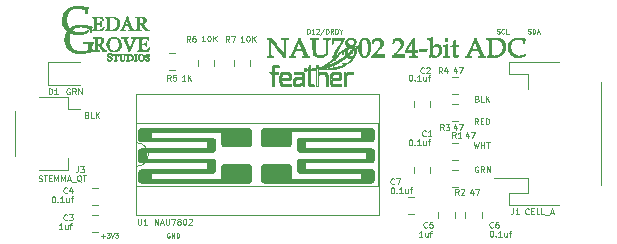
<source format=gbr>
%TF.GenerationSoftware,KiCad,Pcbnew,(5.1.6-0-10_14)*%
%TF.CreationDate,2021-12-02T20:18:07-08:00*%
%TF.ProjectId,NAU7802_Dual_24-bit_ADC_DIP,4e415537-3830-4325-9f44-75616c5f3234,v02_DIP*%
%TF.SameCoordinates,Original*%
%TF.FileFunction,Legend,Top*%
%TF.FilePolarity,Positive*%
%FSLAX46Y46*%
G04 Gerber Fmt 4.6, Leading zero omitted, Abs format (unit mm)*
G04 Created by KiCad (PCBNEW (5.1.6-0-10_14)) date 2021-12-02 20:18:07*
%MOMM*%
%LPD*%
G01*
G04 APERTURE LIST*
%ADD10C,0.100000*%
%ADD11C,0.080000*%
%ADD12C,0.010000*%
%ADD13C,0.120000*%
G04 APERTURE END LIST*
D10*
X134947252Y-100027585D02*
X135018680Y-100051395D01*
X135042490Y-100075204D01*
X135066300Y-100122823D01*
X135066300Y-100194252D01*
X135042490Y-100241871D01*
X135018680Y-100265680D01*
X134971061Y-100289490D01*
X134780585Y-100289490D01*
X134780585Y-99789490D01*
X134947252Y-99789490D01*
X134994871Y-99813300D01*
X135018680Y-99837109D01*
X135042490Y-99884728D01*
X135042490Y-99932347D01*
X135018680Y-99979966D01*
X134994871Y-100003776D01*
X134947252Y-100027585D01*
X134780585Y-100027585D01*
X135518680Y-100289490D02*
X135280585Y-100289490D01*
X135280585Y-99789490D01*
X135685347Y-100289490D02*
X135685347Y-99789490D01*
X135971061Y-100289490D02*
X135756776Y-100003776D01*
X135971061Y-99789490D02*
X135685347Y-100075204D01*
X168057742Y-104398000D02*
X168010123Y-104374190D01*
X167938695Y-104374190D01*
X167867266Y-104398000D01*
X167819647Y-104445619D01*
X167795838Y-104493238D01*
X167772028Y-104588476D01*
X167772028Y-104659904D01*
X167795838Y-104755142D01*
X167819647Y-104802761D01*
X167867266Y-104850380D01*
X167938695Y-104874190D01*
X167986314Y-104874190D01*
X168057742Y-104850380D01*
X168081552Y-104826571D01*
X168081552Y-104659904D01*
X167986314Y-104659904D01*
X168581552Y-104874190D02*
X168414885Y-104636095D01*
X168295838Y-104874190D02*
X168295838Y-104374190D01*
X168486314Y-104374190D01*
X168533933Y-104398000D01*
X168557742Y-104421809D01*
X168581552Y-104469428D01*
X168581552Y-104540857D01*
X168557742Y-104588476D01*
X168533933Y-104612285D01*
X168486314Y-104636095D01*
X168295838Y-104636095D01*
X168795838Y-104874190D02*
X168795838Y-104374190D01*
X169081552Y-104874190D01*
X169081552Y-104374190D01*
X167694238Y-102342190D02*
X167813285Y-102842190D01*
X167908523Y-102485047D01*
X168003761Y-102842190D01*
X168122809Y-102342190D01*
X168313285Y-102842190D02*
X168313285Y-102342190D01*
X168313285Y-102580285D02*
X168599000Y-102580285D01*
X168599000Y-102842190D02*
X168599000Y-102342190D01*
X168765666Y-102342190D02*
X169051380Y-102342190D01*
X168908523Y-102842190D02*
X168908523Y-102342190D01*
X167979952Y-98643285D02*
X168051380Y-98667095D01*
X168075190Y-98690904D01*
X168099000Y-98738523D01*
X168099000Y-98809952D01*
X168075190Y-98857571D01*
X168051380Y-98881380D01*
X168003761Y-98905190D01*
X167813285Y-98905190D01*
X167813285Y-98405190D01*
X167979952Y-98405190D01*
X168027571Y-98429000D01*
X168051380Y-98452809D01*
X168075190Y-98500428D01*
X168075190Y-98548047D01*
X168051380Y-98595666D01*
X168027571Y-98619476D01*
X167979952Y-98643285D01*
X167813285Y-98643285D01*
X168551380Y-98905190D02*
X168313285Y-98905190D01*
X168313285Y-98405190D01*
X168718047Y-98905190D02*
X168718047Y-98405190D01*
X169003761Y-98905190D02*
X168789476Y-98619476D01*
X169003761Y-98405190D02*
X168718047Y-98690904D01*
X168051380Y-100810190D02*
X167884714Y-100572095D01*
X167765666Y-100810190D02*
X167765666Y-100310190D01*
X167956142Y-100310190D01*
X168003761Y-100334000D01*
X168027571Y-100357809D01*
X168051380Y-100405428D01*
X168051380Y-100476857D01*
X168027571Y-100524476D01*
X168003761Y-100548285D01*
X167956142Y-100572095D01*
X167765666Y-100572095D01*
X168265666Y-100548285D02*
X168432333Y-100548285D01*
X168503761Y-100810190D02*
X168265666Y-100810190D01*
X168265666Y-100310190D01*
X168503761Y-100310190D01*
X168718047Y-100810190D02*
X168718047Y-100310190D01*
X168837095Y-100310190D01*
X168908523Y-100334000D01*
X168956142Y-100381619D01*
X168979952Y-100429238D01*
X169003761Y-100524476D01*
X169003761Y-100595904D01*
X168979952Y-100691142D01*
X168956142Y-100738761D01*
X168908523Y-100786380D01*
X168837095Y-100810190D01*
X168718047Y-100810190D01*
D11*
X136150761Y-110264571D02*
X136455523Y-110264571D01*
X136303142Y-110416952D02*
X136303142Y-110112190D01*
X136607904Y-110016952D02*
X136855523Y-110016952D01*
X136722190Y-110169333D01*
X136779333Y-110169333D01*
X136817428Y-110188380D01*
X136836476Y-110207428D01*
X136855523Y-110245523D01*
X136855523Y-110340761D01*
X136836476Y-110378857D01*
X136817428Y-110397904D01*
X136779333Y-110416952D01*
X136665047Y-110416952D01*
X136626952Y-110397904D01*
X136607904Y-110378857D01*
X136969809Y-110016952D02*
X137103142Y-110416952D01*
X137236476Y-110016952D01*
X137331714Y-110016952D02*
X137579333Y-110016952D01*
X137446000Y-110169333D01*
X137503142Y-110169333D01*
X137541238Y-110188380D01*
X137560285Y-110207428D01*
X137579333Y-110245523D01*
X137579333Y-110340761D01*
X137560285Y-110378857D01*
X137541238Y-110397904D01*
X137503142Y-110416952D01*
X137388857Y-110416952D01*
X137350761Y-110397904D01*
X137331714Y-110378857D01*
X141922190Y-110036000D02*
X141884095Y-110016952D01*
X141826952Y-110016952D01*
X141769809Y-110036000D01*
X141731714Y-110074095D01*
X141712666Y-110112190D01*
X141693619Y-110188380D01*
X141693619Y-110245523D01*
X141712666Y-110321714D01*
X141731714Y-110359809D01*
X141769809Y-110397904D01*
X141826952Y-110416952D01*
X141865047Y-110416952D01*
X141922190Y-110397904D01*
X141941238Y-110378857D01*
X141941238Y-110245523D01*
X141865047Y-110245523D01*
X142112666Y-110416952D02*
X142112666Y-110016952D01*
X142341238Y-110416952D01*
X142341238Y-110016952D01*
X142531714Y-110416952D02*
X142531714Y-110016952D01*
X142626952Y-110016952D01*
X142684095Y-110036000D01*
X142722190Y-110074095D01*
X142741238Y-110112190D01*
X142760285Y-110188380D01*
X142760285Y-110245523D01*
X142741238Y-110321714D01*
X142722190Y-110359809D01*
X142684095Y-110397904D01*
X142626952Y-110416952D01*
X142531714Y-110416952D01*
X153600333Y-93144952D02*
X153600333Y-92744952D01*
X153695571Y-92744952D01*
X153752714Y-92764000D01*
X153790809Y-92802095D01*
X153809857Y-92840190D01*
X153828904Y-92916380D01*
X153828904Y-92973523D01*
X153809857Y-93049714D01*
X153790809Y-93087809D01*
X153752714Y-93125904D01*
X153695571Y-93144952D01*
X153600333Y-93144952D01*
X154209857Y-93144952D02*
X153981285Y-93144952D01*
X154095571Y-93144952D02*
X154095571Y-92744952D01*
X154057476Y-92802095D01*
X154019380Y-92840190D01*
X153981285Y-92859238D01*
X154362238Y-92783047D02*
X154381285Y-92764000D01*
X154419380Y-92744952D01*
X154514619Y-92744952D01*
X154552714Y-92764000D01*
X154571761Y-92783047D01*
X154590809Y-92821142D01*
X154590809Y-92859238D01*
X154571761Y-92916380D01*
X154343190Y-93144952D01*
X154590809Y-93144952D01*
X155047952Y-92725904D02*
X154705095Y-93240190D01*
X155181285Y-93144952D02*
X155181285Y-92744952D01*
X155276523Y-92744952D01*
X155333666Y-92764000D01*
X155371761Y-92802095D01*
X155390809Y-92840190D01*
X155409857Y-92916380D01*
X155409857Y-92973523D01*
X155390809Y-93049714D01*
X155371761Y-93087809D01*
X155333666Y-93125904D01*
X155276523Y-93144952D01*
X155181285Y-93144952D01*
X155809857Y-93144952D02*
X155676523Y-92954476D01*
X155581285Y-93144952D02*
X155581285Y-92744952D01*
X155733666Y-92744952D01*
X155771761Y-92764000D01*
X155790809Y-92783047D01*
X155809857Y-92821142D01*
X155809857Y-92878285D01*
X155790809Y-92916380D01*
X155771761Y-92935428D01*
X155733666Y-92954476D01*
X155581285Y-92954476D01*
X155981285Y-93144952D02*
X155981285Y-92744952D01*
X156076523Y-92744952D01*
X156133666Y-92764000D01*
X156171761Y-92802095D01*
X156190809Y-92840190D01*
X156209857Y-92916380D01*
X156209857Y-92973523D01*
X156190809Y-93049714D01*
X156171761Y-93087809D01*
X156133666Y-93125904D01*
X156076523Y-93144952D01*
X155981285Y-93144952D01*
X156457476Y-92954476D02*
X156457476Y-93144952D01*
X156324142Y-92744952D02*
X156457476Y-92954476D01*
X156590809Y-92744952D01*
X169650000Y-93125904D02*
X169707142Y-93144952D01*
X169802380Y-93144952D01*
X169840476Y-93125904D01*
X169859523Y-93106857D01*
X169878571Y-93068761D01*
X169878571Y-93030666D01*
X169859523Y-92992571D01*
X169840476Y-92973523D01*
X169802380Y-92954476D01*
X169726190Y-92935428D01*
X169688095Y-92916380D01*
X169669047Y-92897333D01*
X169650000Y-92859238D01*
X169650000Y-92821142D01*
X169669047Y-92783047D01*
X169688095Y-92764000D01*
X169726190Y-92744952D01*
X169821428Y-92744952D01*
X169878571Y-92764000D01*
X170278571Y-93106857D02*
X170259523Y-93125904D01*
X170202380Y-93144952D01*
X170164285Y-93144952D01*
X170107142Y-93125904D01*
X170069047Y-93087809D01*
X170050000Y-93049714D01*
X170030952Y-92973523D01*
X170030952Y-92916380D01*
X170050000Y-92840190D01*
X170069047Y-92802095D01*
X170107142Y-92764000D01*
X170164285Y-92744952D01*
X170202380Y-92744952D01*
X170259523Y-92764000D01*
X170278571Y-92783047D01*
X170640476Y-93144952D02*
X170450000Y-93144952D01*
X170450000Y-92744952D01*
X172278571Y-93125904D02*
X172335714Y-93144952D01*
X172430952Y-93144952D01*
X172469047Y-93125904D01*
X172488095Y-93106857D01*
X172507142Y-93068761D01*
X172507142Y-93030666D01*
X172488095Y-92992571D01*
X172469047Y-92973523D01*
X172430952Y-92954476D01*
X172354761Y-92935428D01*
X172316666Y-92916380D01*
X172297619Y-92897333D01*
X172278571Y-92859238D01*
X172278571Y-92821142D01*
X172297619Y-92783047D01*
X172316666Y-92764000D01*
X172354761Y-92744952D01*
X172450000Y-92744952D01*
X172507142Y-92764000D01*
X172678571Y-93144952D02*
X172678571Y-92744952D01*
X172773809Y-92744952D01*
X172830952Y-92764000D01*
X172869047Y-92802095D01*
X172888095Y-92840190D01*
X172907142Y-92916380D01*
X172907142Y-92973523D01*
X172888095Y-93049714D01*
X172869047Y-93087809D01*
X172830952Y-93125904D01*
X172773809Y-93144952D01*
X172678571Y-93144952D01*
X173059523Y-93030666D02*
X173250000Y-93030666D01*
X173021428Y-93144952D02*
X173154761Y-92744952D01*
X173288095Y-93144952D01*
D12*
%TO.C,G\u002A\u002A\u002A*%
G36*
X152757980Y-101122655D02*
G01*
X152980449Y-101122676D01*
X153212037Y-101122709D01*
X153452825Y-101122753D01*
X153702891Y-101122809D01*
X153962314Y-101122875D01*
X154231176Y-101122953D01*
X154467943Y-101123029D01*
X154718569Y-101123112D01*
X154959791Y-101123194D01*
X155191789Y-101123275D01*
X155414744Y-101123355D01*
X155628835Y-101123434D01*
X155834244Y-101123514D01*
X156031151Y-101123594D01*
X156219736Y-101123675D01*
X156400179Y-101123756D01*
X156572662Y-101123840D01*
X156737365Y-101123925D01*
X156894467Y-101124012D01*
X157044151Y-101124102D01*
X157186595Y-101124195D01*
X157321981Y-101124292D01*
X157450489Y-101124392D01*
X157572299Y-101124497D01*
X157687593Y-101124606D01*
X157796549Y-101124720D01*
X157899349Y-101124839D01*
X157996174Y-101124965D01*
X158087204Y-101125096D01*
X158172618Y-101125234D01*
X158252598Y-101125378D01*
X158327325Y-101125530D01*
X158396977Y-101125690D01*
X158461737Y-101125857D01*
X158521785Y-101126033D01*
X158577300Y-101126218D01*
X158628464Y-101126412D01*
X158675456Y-101126615D01*
X158718458Y-101126829D01*
X158757650Y-101127053D01*
X158793212Y-101127287D01*
X158825324Y-101127533D01*
X158854168Y-101127790D01*
X158879924Y-101128059D01*
X158902771Y-101128340D01*
X158922891Y-101128634D01*
X158940464Y-101128940D01*
X158955670Y-101129261D01*
X158968690Y-101129595D01*
X158979705Y-101129943D01*
X158988895Y-101130305D01*
X158996439Y-101130683D01*
X159002520Y-101131076D01*
X159007317Y-101131485D01*
X159011010Y-101131909D01*
X159013780Y-101132350D01*
X159015362Y-101132693D01*
X159063048Y-101148978D01*
X159107891Y-101172927D01*
X159148400Y-101203371D01*
X159183085Y-101239142D01*
X159210456Y-101279070D01*
X159216361Y-101290335D01*
X159223089Y-101304179D01*
X159228877Y-101316835D01*
X159233797Y-101329117D01*
X159237918Y-101341842D01*
X159241312Y-101355823D01*
X159244050Y-101371876D01*
X159246201Y-101390816D01*
X159247836Y-101413458D01*
X159249027Y-101440616D01*
X159249843Y-101473106D01*
X159250355Y-101511743D01*
X159250635Y-101557342D01*
X159250752Y-101610717D01*
X159250777Y-101672684D01*
X159250777Y-101687462D01*
X159250754Y-101748489D01*
X159250669Y-101800727D01*
X159250504Y-101844971D01*
X159250238Y-101882018D01*
X159249851Y-101912662D01*
X159249323Y-101937701D01*
X159248633Y-101957929D01*
X159247762Y-101974142D01*
X159246689Y-101987136D01*
X159245394Y-101997707D01*
X159243858Y-102006650D01*
X159242550Y-102012702D01*
X159225885Y-102063850D01*
X159201106Y-102110361D01*
X159168791Y-102151637D01*
X159129520Y-102187081D01*
X159083869Y-102216095D01*
X159032419Y-102238083D01*
X159020773Y-102241800D01*
X159018506Y-102242406D01*
X159015675Y-102242984D01*
X159012050Y-102243533D01*
X159007398Y-102244056D01*
X159001491Y-102244553D01*
X158994097Y-102245024D01*
X158984985Y-102245471D01*
X158973926Y-102245894D01*
X158960688Y-102246294D01*
X158945041Y-102246672D01*
X158926754Y-102247028D01*
X158905597Y-102247364D01*
X158881339Y-102247680D01*
X158853749Y-102247978D01*
X158822597Y-102248257D01*
X158787651Y-102248519D01*
X158748683Y-102248765D01*
X158705460Y-102248995D01*
X158657753Y-102249210D01*
X158605330Y-102249411D01*
X158547961Y-102249599D01*
X158485415Y-102249775D01*
X158417463Y-102249938D01*
X158343872Y-102250091D01*
X158264413Y-102250234D01*
X158178855Y-102250368D01*
X158086967Y-102250494D01*
X157988519Y-102250612D01*
X157883280Y-102250723D01*
X157771020Y-102250828D01*
X157651507Y-102250928D01*
X157524511Y-102251024D01*
X157389802Y-102251117D01*
X157247149Y-102251206D01*
X157096321Y-102251294D01*
X156937088Y-102251381D01*
X156769219Y-102251467D01*
X156592484Y-102251554D01*
X156406651Y-102251642D01*
X156211491Y-102251733D01*
X156188434Y-102251743D01*
X153384849Y-102253028D01*
X153384849Y-102842443D01*
X156172329Y-102842443D01*
X156369275Y-102842445D01*
X156556863Y-102842451D01*
X156735324Y-102842461D01*
X156904883Y-102842476D01*
X157065769Y-102842497D01*
X157218210Y-102842525D01*
X157362435Y-102842559D01*
X157498671Y-102842601D01*
X157627146Y-102842651D01*
X157748088Y-102842709D01*
X157861725Y-102842777D01*
X157968286Y-102842855D01*
X158067997Y-102842943D01*
X158161088Y-102843043D01*
X158247786Y-102843154D01*
X158328319Y-102843278D01*
X158402916Y-102843414D01*
X158471804Y-102843565D01*
X158535210Y-102843729D01*
X158593365Y-102843908D01*
X158646494Y-102844102D01*
X158694827Y-102844312D01*
X158738591Y-102844539D01*
X158778014Y-102844783D01*
X158813325Y-102845045D01*
X158844751Y-102845325D01*
X158872520Y-102845623D01*
X158896861Y-102845942D01*
X158918001Y-102846281D01*
X158936168Y-102846640D01*
X158951590Y-102847021D01*
X158964496Y-102847423D01*
X158975113Y-102847848D01*
X158983670Y-102848297D01*
X158990394Y-102848769D01*
X158995514Y-102849265D01*
X158999256Y-102849787D01*
X158999876Y-102849897D01*
X159050643Y-102864075D01*
X159097716Y-102886586D01*
X159140183Y-102916590D01*
X159177129Y-102953247D01*
X159207641Y-102995717D01*
X159230804Y-103043160D01*
X159239940Y-103070570D01*
X159242022Y-103078119D01*
X159243813Y-103085412D01*
X159245337Y-103093193D01*
X159246613Y-103102212D01*
X159247665Y-103113213D01*
X159248514Y-103126946D01*
X159249182Y-103144155D01*
X159249690Y-103165590D01*
X159250060Y-103191995D01*
X159250315Y-103224119D01*
X159250475Y-103262708D01*
X159250563Y-103308510D01*
X159250600Y-103362271D01*
X159250608Y-103424738D01*
X159250608Y-103436707D01*
X159250603Y-103500787D01*
X159250572Y-103556028D01*
X159250495Y-103603178D01*
X159250349Y-103642985D01*
X159250113Y-103676194D01*
X159249765Y-103703553D01*
X159249282Y-103725809D01*
X159248644Y-103743709D01*
X159247829Y-103758000D01*
X159246815Y-103769429D01*
X159245579Y-103778743D01*
X159244101Y-103786688D01*
X159242358Y-103794013D01*
X159240329Y-103801463D01*
X159239940Y-103802845D01*
X159221298Y-103852148D01*
X159194710Y-103897497D01*
X159161170Y-103937686D01*
X159121674Y-103971508D01*
X159080679Y-103996088D01*
X159076075Y-103998520D01*
X159072267Y-104000838D01*
X159069025Y-104003043D01*
X159066120Y-104005139D01*
X159063322Y-104007129D01*
X159060400Y-104009014D01*
X159057125Y-104010799D01*
X159053267Y-104012485D01*
X159048596Y-104014076D01*
X159042882Y-104015574D01*
X159035895Y-104016982D01*
X159027405Y-104018303D01*
X159017182Y-104019539D01*
X159004997Y-104020693D01*
X158990618Y-104021769D01*
X158973818Y-104022768D01*
X158954365Y-104023694D01*
X158932029Y-104024549D01*
X158906582Y-104025336D01*
X158877792Y-104026058D01*
X158845430Y-104026717D01*
X158809266Y-104027317D01*
X158769069Y-104027859D01*
X158724611Y-104028348D01*
X158675662Y-104028785D01*
X158621990Y-104029174D01*
X158563367Y-104029516D01*
X158499562Y-104029816D01*
X158430346Y-104030075D01*
X158355488Y-104030296D01*
X158274759Y-104030483D01*
X158187929Y-104030637D01*
X158094768Y-104030762D01*
X157995045Y-104030861D01*
X157888532Y-104030935D01*
X157774997Y-104030989D01*
X157654212Y-104031024D01*
X157525946Y-104031044D01*
X157389969Y-104031051D01*
X157246052Y-104031047D01*
X157093964Y-104031037D01*
X156933475Y-104031022D01*
X156764356Y-104031005D01*
X156586377Y-104030989D01*
X156399308Y-104030977D01*
X156202919Y-104030971D01*
X153384849Y-104030971D01*
X153384849Y-104615650D01*
X156170040Y-104615650D01*
X156366930Y-104615648D01*
X156554467Y-104615642D01*
X156732882Y-104615635D01*
X156902407Y-104615629D01*
X157063274Y-104615626D01*
X157215715Y-104615627D01*
X157359960Y-104615635D01*
X157496242Y-104615652D01*
X157624792Y-104615680D01*
X157745843Y-104615721D01*
X157859624Y-104615777D01*
X157966370Y-104615850D01*
X158066310Y-104615943D01*
X158159677Y-104616056D01*
X158246702Y-104616193D01*
X158327617Y-104616355D01*
X158402654Y-104616544D01*
X158472044Y-104616762D01*
X158536019Y-104617012D01*
X158594810Y-104617296D01*
X158648649Y-104617615D01*
X158697769Y-104617971D01*
X158742400Y-104618367D01*
X158782774Y-104618805D01*
X158819123Y-104619286D01*
X158851678Y-104619813D01*
X158880672Y-104620387D01*
X158906335Y-104621012D01*
X158928900Y-104621688D01*
X158948598Y-104622418D01*
X158965661Y-104623204D01*
X158980320Y-104624049D01*
X158992807Y-104624953D01*
X159003354Y-104625919D01*
X159012192Y-104626949D01*
X159019554Y-104628045D01*
X159025670Y-104629210D01*
X159030772Y-104630445D01*
X159035093Y-104631752D01*
X159038863Y-104633133D01*
X159042314Y-104634591D01*
X159045678Y-104636127D01*
X159049187Y-104637744D01*
X159053073Y-104639443D01*
X159057308Y-104641130D01*
X159105145Y-104664008D01*
X159146744Y-104693992D01*
X159181794Y-104730655D01*
X159209984Y-104773568D01*
X159231003Y-104822306D01*
X159244540Y-104876441D01*
X159248187Y-104903221D01*
X159249387Y-104920321D01*
X159250419Y-104945745D01*
X159251282Y-104978234D01*
X159251975Y-105016530D01*
X159252501Y-105059372D01*
X159252857Y-105105502D01*
X159253044Y-105153661D01*
X159253063Y-105202590D01*
X159252913Y-105251029D01*
X159252594Y-105297720D01*
X159252107Y-105341402D01*
X159251451Y-105380818D01*
X159250625Y-105414708D01*
X159249632Y-105441813D01*
X159248469Y-105460873D01*
X159248187Y-105463892D01*
X159238090Y-105521104D01*
X159220319Y-105572718D01*
X159195214Y-105618393D01*
X159163116Y-105657791D01*
X159124365Y-105690569D01*
X159079301Y-105716389D01*
X159028266Y-105734908D01*
X158971599Y-105745788D01*
X158965637Y-105746442D01*
X158958445Y-105746690D01*
X158941935Y-105746931D01*
X158916365Y-105747164D01*
X158881991Y-105747391D01*
X158839070Y-105747610D01*
X158787858Y-105747822D01*
X158728611Y-105748028D01*
X158661587Y-105748226D01*
X158587042Y-105748417D01*
X158505232Y-105748601D01*
X158416414Y-105748778D01*
X158320845Y-105748949D01*
X158218781Y-105749112D01*
X158110479Y-105749268D01*
X157996195Y-105749417D01*
X157876186Y-105749560D01*
X157750708Y-105749695D01*
X157620018Y-105749824D01*
X157484373Y-105749945D01*
X157344029Y-105750060D01*
X157199242Y-105750167D01*
X157050270Y-105750268D01*
X156897368Y-105750362D01*
X156740794Y-105750449D01*
X156580804Y-105750529D01*
X156417654Y-105750603D01*
X156251601Y-105750669D01*
X156082902Y-105750729D01*
X155911812Y-105750782D01*
X155738590Y-105750828D01*
X155563491Y-105750867D01*
X155386772Y-105750899D01*
X155208689Y-105750925D01*
X155029499Y-105750944D01*
X154849458Y-105750956D01*
X154668824Y-105750961D01*
X154487852Y-105750959D01*
X154306800Y-105750951D01*
X154125923Y-105750936D01*
X153945479Y-105750915D01*
X153765723Y-105750886D01*
X153586913Y-105750851D01*
X153409305Y-105750810D01*
X153233156Y-105750761D01*
X153058722Y-105750706D01*
X152886259Y-105750645D01*
X152716025Y-105750576D01*
X152548276Y-105750501D01*
X152383268Y-105750420D01*
X152221258Y-105750332D01*
X152062502Y-105750237D01*
X151907258Y-105750135D01*
X151755781Y-105750027D01*
X151608329Y-105749913D01*
X151465157Y-105749792D01*
X151326523Y-105749664D01*
X151192682Y-105749530D01*
X151063892Y-105749389D01*
X150940409Y-105749242D01*
X150822490Y-105749088D01*
X150710391Y-105748927D01*
X150604368Y-105748761D01*
X150504679Y-105748587D01*
X150411579Y-105748408D01*
X150325327Y-105748221D01*
X150246177Y-105748029D01*
X150174386Y-105747829D01*
X150110212Y-105747624D01*
X150053910Y-105747412D01*
X150005738Y-105747193D01*
X149965951Y-105746969D01*
X149934807Y-105746737D01*
X149912561Y-105746500D01*
X149899471Y-105746256D01*
X149895943Y-105746088D01*
X149857927Y-105737310D01*
X149819870Y-105721223D01*
X149785007Y-105699465D01*
X149760052Y-105677465D01*
X149732118Y-105641075D01*
X149711598Y-105599295D01*
X149699130Y-105553510D01*
X149697237Y-105540720D01*
X149696447Y-105529335D01*
X149695724Y-105509142D01*
X149695067Y-105480916D01*
X149694477Y-105445433D01*
X149693954Y-105403469D01*
X149693498Y-105355801D01*
X149693108Y-105303204D01*
X149692784Y-105246455D01*
X149692528Y-105186328D01*
X149692338Y-105123601D01*
X149692214Y-105059050D01*
X149692157Y-104993449D01*
X149692167Y-104927576D01*
X149692244Y-104862207D01*
X149692387Y-104798116D01*
X149692597Y-104736081D01*
X149692873Y-104676878D01*
X149693217Y-104621281D01*
X149693626Y-104570068D01*
X149694103Y-104524014D01*
X149694646Y-104483895D01*
X149695255Y-104450488D01*
X149695932Y-104424568D01*
X149696675Y-104406911D01*
X149697237Y-104399865D01*
X149707490Y-104352772D01*
X149725736Y-104310366D01*
X149751276Y-104273343D01*
X149783415Y-104242401D01*
X149821455Y-104218237D01*
X149864701Y-104201548D01*
X149903006Y-104193995D01*
X149912597Y-104193425D01*
X149931215Y-104192889D01*
X149958306Y-104192388D01*
X149993317Y-104191921D01*
X150035694Y-104191488D01*
X150084886Y-104191089D01*
X150140337Y-104190725D01*
X150201497Y-104190395D01*
X150267810Y-104190099D01*
X150338725Y-104189837D01*
X150413688Y-104189609D01*
X150492145Y-104189416D01*
X150573545Y-104189256D01*
X150657333Y-104189131D01*
X150742956Y-104189039D01*
X150829863Y-104188981D01*
X150917498Y-104188958D01*
X151005309Y-104188968D01*
X151092744Y-104189012D01*
X151179248Y-104189090D01*
X151264269Y-104189202D01*
X151347253Y-104189347D01*
X151427649Y-104189527D01*
X151504901Y-104189740D01*
X151578458Y-104189987D01*
X151647765Y-104190268D01*
X151712271Y-104190582D01*
X151771422Y-104190930D01*
X151824664Y-104191311D01*
X151871445Y-104191726D01*
X151911211Y-104192175D01*
X151943409Y-104192657D01*
X151967487Y-104193173D01*
X151982891Y-104193722D01*
X151987974Y-104194096D01*
X152035067Y-104204349D01*
X152077473Y-104222594D01*
X152114496Y-104248135D01*
X152145438Y-104280274D01*
X152169602Y-104318314D01*
X152186291Y-104361560D01*
X152193844Y-104399865D01*
X152194658Y-104411635D01*
X152195409Y-104432604D01*
X152196091Y-104462385D01*
X152196703Y-104500593D01*
X152197241Y-104546841D01*
X152197700Y-104600743D01*
X152198079Y-104661914D01*
X152198373Y-104729966D01*
X152198579Y-104804514D01*
X152198693Y-104885172D01*
X152198717Y-104945006D01*
X152198717Y-105449538D01*
X158129377Y-105449538D01*
X158129377Y-104922369D01*
X155541261Y-104922368D01*
X155351049Y-104922366D01*
X155170190Y-104922359D01*
X154998450Y-104922346D01*
X154835596Y-104922327D01*
X154681398Y-104922302D01*
X154535621Y-104922269D01*
X154398033Y-104922227D01*
X154268401Y-104922178D01*
X154146493Y-104922118D01*
X154032076Y-104922049D01*
X153924918Y-104921970D01*
X153824785Y-104921879D01*
X153731446Y-104921776D01*
X153644667Y-104921661D01*
X153564216Y-104921532D01*
X153489860Y-104921390D01*
X153421367Y-104921234D01*
X153358503Y-104921062D01*
X153301037Y-104920875D01*
X153248736Y-104920672D01*
X153201367Y-104920451D01*
X153158696Y-104920214D01*
X153120493Y-104919958D01*
X153086524Y-104919683D01*
X153056556Y-104919388D01*
X153030357Y-104919074D01*
X153007694Y-104918739D01*
X152988334Y-104918383D01*
X152972046Y-104918004D01*
X152958595Y-104917603D01*
X152947750Y-104917179D01*
X152939278Y-104916731D01*
X152932947Y-104916259D01*
X152928522Y-104915761D01*
X152925865Y-104915262D01*
X152906405Y-104908080D01*
X152882272Y-104896034D01*
X152855946Y-104880640D01*
X152829909Y-104863412D01*
X152806642Y-104845868D01*
X152793578Y-104834444D01*
X152772797Y-104811506D01*
X152752275Y-104783263D01*
X152734092Y-104752999D01*
X152720325Y-104723997D01*
X152716081Y-104712091D01*
X152711024Y-104692167D01*
X152706241Y-104667212D01*
X152702570Y-104641760D01*
X152701822Y-104634821D01*
X152700841Y-104619530D01*
X152699987Y-104595809D01*
X152699257Y-104564812D01*
X152698654Y-104527694D01*
X152698176Y-104485607D01*
X152697823Y-104439707D01*
X152697597Y-104391147D01*
X152697496Y-104341082D01*
X152697520Y-104290665D01*
X152697670Y-104241050D01*
X152697946Y-104193392D01*
X152698348Y-104148845D01*
X152698875Y-104108562D01*
X152699527Y-104073698D01*
X152700306Y-104045407D01*
X152701210Y-104024843D01*
X152701822Y-104016594D01*
X152710687Y-103962222D01*
X152726337Y-103913938D01*
X152749272Y-103870591D01*
X152779994Y-103831031D01*
X152785058Y-103825611D01*
X152799372Y-103812497D01*
X152819483Y-103796491D01*
X152842831Y-103779398D01*
X152866859Y-103763022D01*
X152889008Y-103749168D01*
X152906720Y-103739642D01*
X152907277Y-103739387D01*
X152908948Y-103738831D01*
X152911609Y-103738301D01*
X152915484Y-103737796D01*
X152920803Y-103737316D01*
X152927792Y-103736859D01*
X152936679Y-103736426D01*
X152947690Y-103736014D01*
X152961054Y-103735625D01*
X152976997Y-103735256D01*
X152995747Y-103734907D01*
X153017532Y-103734577D01*
X153042578Y-103734266D01*
X153071112Y-103733972D01*
X153103363Y-103733696D01*
X153139558Y-103733436D01*
X153179923Y-103733192D01*
X153224686Y-103732963D01*
X153274075Y-103732748D01*
X153328317Y-103732546D01*
X153387639Y-103732357D01*
X153452268Y-103732180D01*
X153522432Y-103732015D01*
X153598358Y-103731859D01*
X153680273Y-103731714D01*
X153768405Y-103731578D01*
X153862981Y-103731449D01*
X153964229Y-103731329D01*
X154072375Y-103731215D01*
X154187647Y-103731108D01*
X154310273Y-103731005D01*
X154440479Y-103730908D01*
X154578493Y-103730814D01*
X154724543Y-103730723D01*
X154878855Y-103730635D01*
X155041657Y-103730549D01*
X155213176Y-103730463D01*
X155393640Y-103730378D01*
X155583276Y-103730292D01*
X155745132Y-103730221D01*
X158565490Y-103728999D01*
X158565490Y-103144416D01*
X155745132Y-103143194D01*
X155547836Y-103143107D01*
X155359897Y-103143021D01*
X155181089Y-103142936D01*
X155011184Y-103142850D01*
X154849954Y-103142764D01*
X154697173Y-103142675D01*
X154552613Y-103142584D01*
X154416046Y-103142490D01*
X154287246Y-103142391D01*
X154165985Y-103142288D01*
X154052035Y-103142179D01*
X153945170Y-103142064D01*
X153845162Y-103141943D01*
X153751783Y-103141813D01*
X153664807Y-103141675D01*
X153584006Y-103141528D01*
X153509152Y-103141371D01*
X153440020Y-103141203D01*
X153376380Y-103141024D01*
X153318006Y-103140833D01*
X153264670Y-103140629D01*
X153216146Y-103140411D01*
X153172205Y-103140179D01*
X153132621Y-103139932D01*
X153097166Y-103139669D01*
X153065613Y-103139390D01*
X153037735Y-103139094D01*
X153013303Y-103138779D01*
X152992092Y-103138446D01*
X152973873Y-103138093D01*
X152958419Y-103137720D01*
X152945503Y-103137327D01*
X152934898Y-103136911D01*
X152926376Y-103136473D01*
X152919710Y-103136013D01*
X152914673Y-103135528D01*
X152911037Y-103135018D01*
X152908575Y-103134484D01*
X152907277Y-103134028D01*
X152889787Y-103124704D01*
X152867761Y-103110983D01*
X152843758Y-103094671D01*
X152820336Y-103077571D01*
X152800053Y-103061490D01*
X152785469Y-103048232D01*
X152785058Y-103047804D01*
X152753180Y-103008691D01*
X152729161Y-102965956D01*
X152712499Y-102918450D01*
X152702694Y-102865020D01*
X152701822Y-102856821D01*
X152700841Y-102841530D01*
X152699987Y-102817809D01*
X152699257Y-102786812D01*
X152698654Y-102749694D01*
X152698176Y-102707607D01*
X152697823Y-102661707D01*
X152697597Y-102613147D01*
X152697496Y-102563082D01*
X152697520Y-102512665D01*
X152697670Y-102463050D01*
X152697946Y-102415392D01*
X152698348Y-102370845D01*
X152698875Y-102330562D01*
X152699527Y-102295698D01*
X152700306Y-102267407D01*
X152701210Y-102246843D01*
X152701822Y-102238594D01*
X152710687Y-102184222D01*
X152726337Y-102135938D01*
X152749272Y-102092591D01*
X152779994Y-102053031D01*
X152785058Y-102047611D01*
X152799372Y-102034497D01*
X152819483Y-102018491D01*
X152842831Y-102001398D01*
X152866859Y-101985022D01*
X152889008Y-101971168D01*
X152906720Y-101961642D01*
X152907277Y-101961387D01*
X152909001Y-101960809D01*
X152911724Y-101960259D01*
X152915680Y-101959736D01*
X152921107Y-101959239D01*
X152928243Y-101958768D01*
X152937322Y-101958322D01*
X152948583Y-101957900D01*
X152962262Y-101957501D01*
X152978596Y-101957124D01*
X152997821Y-101956768D01*
X153020175Y-101956434D01*
X153045894Y-101956118D01*
X153075214Y-101955822D01*
X153108374Y-101955544D01*
X153145608Y-101955283D01*
X153187155Y-101955039D01*
X153233251Y-101954811D01*
X153284133Y-101954597D01*
X153340036Y-101954397D01*
X153401200Y-101954210D01*
X153467859Y-101954036D01*
X153540251Y-101953873D01*
X153618612Y-101953720D01*
X153703180Y-101953578D01*
X153794191Y-101953444D01*
X153891882Y-101953319D01*
X153996489Y-101953201D01*
X154108250Y-101953090D01*
X154227401Y-101952984D01*
X154354179Y-101952883D01*
X154488820Y-101952786D01*
X154631562Y-101952693D01*
X154782641Y-101952602D01*
X154942294Y-101952512D01*
X155110758Y-101952423D01*
X155288269Y-101952334D01*
X155475065Y-101952244D01*
X155527075Y-101952219D01*
X158129377Y-101950995D01*
X158129377Y-101423877D01*
X152198717Y-101423877D01*
X152198717Y-101928409D01*
X152198668Y-102013110D01*
X152198526Y-102091971D01*
X152198294Y-102164607D01*
X152197974Y-102230631D01*
X152197571Y-102289657D01*
X152197087Y-102341299D01*
X152196527Y-102385171D01*
X152195893Y-102420886D01*
X152195190Y-102448059D01*
X152194420Y-102466303D01*
X152193844Y-102473550D01*
X152183710Y-102520496D01*
X152165537Y-102562800D01*
X152140023Y-102599766D01*
X152107864Y-102630697D01*
X152069758Y-102654896D01*
X152026402Y-102671666D01*
X151987974Y-102679319D01*
X151978411Y-102679898D01*
X151959816Y-102680442D01*
X151932743Y-102680951D01*
X151897746Y-102681426D01*
X151855378Y-102681867D01*
X151806192Y-102682274D01*
X151750742Y-102682646D01*
X151689581Y-102682983D01*
X151623263Y-102683286D01*
X151552341Y-102683555D01*
X151477369Y-102683790D01*
X151398899Y-102683990D01*
X151317487Y-102684156D01*
X151233684Y-102684287D01*
X151148044Y-102684384D01*
X151061122Y-102684446D01*
X150973470Y-102684474D01*
X150885641Y-102684468D01*
X150798190Y-102684428D01*
X150711669Y-102684353D01*
X150626632Y-102684243D01*
X150543633Y-102684099D01*
X150463225Y-102683921D01*
X150385961Y-102683709D01*
X150312395Y-102683462D01*
X150243081Y-102683180D01*
X150178571Y-102682865D01*
X150119419Y-102682515D01*
X150066179Y-102682130D01*
X150019404Y-102681711D01*
X149979648Y-102681258D01*
X149947463Y-102680770D01*
X149923404Y-102680248D01*
X149908024Y-102679692D01*
X149903006Y-102679319D01*
X149855913Y-102669066D01*
X149813507Y-102650821D01*
X149776485Y-102625280D01*
X149745543Y-102593141D01*
X149721379Y-102555101D01*
X149704689Y-102511855D01*
X149697136Y-102473550D01*
X149696368Y-102462216D01*
X149695665Y-102442074D01*
X149695026Y-102413897D01*
X149694453Y-102378463D01*
X149693944Y-102336546D01*
X149693500Y-102288922D01*
X149693120Y-102236366D01*
X149692806Y-102179655D01*
X149692556Y-102119563D01*
X149692371Y-102056866D01*
X149692250Y-101992340D01*
X149692195Y-101926760D01*
X149692204Y-101860902D01*
X149692278Y-101795541D01*
X149692416Y-101731453D01*
X149692620Y-101669414D01*
X149692888Y-101610198D01*
X149693221Y-101554581D01*
X149693619Y-101503340D01*
X149694081Y-101457249D01*
X149694608Y-101417084D01*
X149695200Y-101383621D01*
X149695857Y-101357635D01*
X149696578Y-101339901D01*
X149697136Y-101332695D01*
X149707249Y-101285439D01*
X149725304Y-101243119D01*
X149750700Y-101206320D01*
X149782839Y-101175629D01*
X149821121Y-101151631D01*
X149864946Y-101134914D01*
X149907924Y-101126656D01*
X149914225Y-101126343D01*
X149927499Y-101126043D01*
X149947824Y-101125757D01*
X149975281Y-101125483D01*
X150009950Y-101125223D01*
X150051908Y-101124975D01*
X150101237Y-101124741D01*
X150158015Y-101124519D01*
X150222322Y-101124310D01*
X150294238Y-101124113D01*
X150373842Y-101123930D01*
X150461214Y-101123758D01*
X150556433Y-101123600D01*
X150659578Y-101123454D01*
X150770730Y-101123320D01*
X150889967Y-101123198D01*
X151017370Y-101123089D01*
X151153018Y-101122992D01*
X151296989Y-101122907D01*
X151449365Y-101122834D01*
X151610224Y-101122773D01*
X151779646Y-101122724D01*
X151957710Y-101122686D01*
X152144496Y-101122661D01*
X152340083Y-101122647D01*
X152544552Y-101122645D01*
X152757980Y-101122655D01*
G37*
X152757980Y-101122655D02*
X152980449Y-101122676D01*
X153212037Y-101122709D01*
X153452825Y-101122753D01*
X153702891Y-101122809D01*
X153962314Y-101122875D01*
X154231176Y-101122953D01*
X154467943Y-101123029D01*
X154718569Y-101123112D01*
X154959791Y-101123194D01*
X155191789Y-101123275D01*
X155414744Y-101123355D01*
X155628835Y-101123434D01*
X155834244Y-101123514D01*
X156031151Y-101123594D01*
X156219736Y-101123675D01*
X156400179Y-101123756D01*
X156572662Y-101123840D01*
X156737365Y-101123925D01*
X156894467Y-101124012D01*
X157044151Y-101124102D01*
X157186595Y-101124195D01*
X157321981Y-101124292D01*
X157450489Y-101124392D01*
X157572299Y-101124497D01*
X157687593Y-101124606D01*
X157796549Y-101124720D01*
X157899349Y-101124839D01*
X157996174Y-101124965D01*
X158087204Y-101125096D01*
X158172618Y-101125234D01*
X158252598Y-101125378D01*
X158327325Y-101125530D01*
X158396977Y-101125690D01*
X158461737Y-101125857D01*
X158521785Y-101126033D01*
X158577300Y-101126218D01*
X158628464Y-101126412D01*
X158675456Y-101126615D01*
X158718458Y-101126829D01*
X158757650Y-101127053D01*
X158793212Y-101127287D01*
X158825324Y-101127533D01*
X158854168Y-101127790D01*
X158879924Y-101128059D01*
X158902771Y-101128340D01*
X158922891Y-101128634D01*
X158940464Y-101128940D01*
X158955670Y-101129261D01*
X158968690Y-101129595D01*
X158979705Y-101129943D01*
X158988895Y-101130305D01*
X158996439Y-101130683D01*
X159002520Y-101131076D01*
X159007317Y-101131485D01*
X159011010Y-101131909D01*
X159013780Y-101132350D01*
X159015362Y-101132693D01*
X159063048Y-101148978D01*
X159107891Y-101172927D01*
X159148400Y-101203371D01*
X159183085Y-101239142D01*
X159210456Y-101279070D01*
X159216361Y-101290335D01*
X159223089Y-101304179D01*
X159228877Y-101316835D01*
X159233797Y-101329117D01*
X159237918Y-101341842D01*
X159241312Y-101355823D01*
X159244050Y-101371876D01*
X159246201Y-101390816D01*
X159247836Y-101413458D01*
X159249027Y-101440616D01*
X159249843Y-101473106D01*
X159250355Y-101511743D01*
X159250635Y-101557342D01*
X159250752Y-101610717D01*
X159250777Y-101672684D01*
X159250777Y-101687462D01*
X159250754Y-101748489D01*
X159250669Y-101800727D01*
X159250504Y-101844971D01*
X159250238Y-101882018D01*
X159249851Y-101912662D01*
X159249323Y-101937701D01*
X159248633Y-101957929D01*
X159247762Y-101974142D01*
X159246689Y-101987136D01*
X159245394Y-101997707D01*
X159243858Y-102006650D01*
X159242550Y-102012702D01*
X159225885Y-102063850D01*
X159201106Y-102110361D01*
X159168791Y-102151637D01*
X159129520Y-102187081D01*
X159083869Y-102216095D01*
X159032419Y-102238083D01*
X159020773Y-102241800D01*
X159018506Y-102242406D01*
X159015675Y-102242984D01*
X159012050Y-102243533D01*
X159007398Y-102244056D01*
X159001491Y-102244553D01*
X158994097Y-102245024D01*
X158984985Y-102245471D01*
X158973926Y-102245894D01*
X158960688Y-102246294D01*
X158945041Y-102246672D01*
X158926754Y-102247028D01*
X158905597Y-102247364D01*
X158881339Y-102247680D01*
X158853749Y-102247978D01*
X158822597Y-102248257D01*
X158787651Y-102248519D01*
X158748683Y-102248765D01*
X158705460Y-102248995D01*
X158657753Y-102249210D01*
X158605330Y-102249411D01*
X158547961Y-102249599D01*
X158485415Y-102249775D01*
X158417463Y-102249938D01*
X158343872Y-102250091D01*
X158264413Y-102250234D01*
X158178855Y-102250368D01*
X158086967Y-102250494D01*
X157988519Y-102250612D01*
X157883280Y-102250723D01*
X157771020Y-102250828D01*
X157651507Y-102250928D01*
X157524511Y-102251024D01*
X157389802Y-102251117D01*
X157247149Y-102251206D01*
X157096321Y-102251294D01*
X156937088Y-102251381D01*
X156769219Y-102251467D01*
X156592484Y-102251554D01*
X156406651Y-102251642D01*
X156211491Y-102251733D01*
X156188434Y-102251743D01*
X153384849Y-102253028D01*
X153384849Y-102842443D01*
X156172329Y-102842443D01*
X156369275Y-102842445D01*
X156556863Y-102842451D01*
X156735324Y-102842461D01*
X156904883Y-102842476D01*
X157065769Y-102842497D01*
X157218210Y-102842525D01*
X157362435Y-102842559D01*
X157498671Y-102842601D01*
X157627146Y-102842651D01*
X157748088Y-102842709D01*
X157861725Y-102842777D01*
X157968286Y-102842855D01*
X158067997Y-102842943D01*
X158161088Y-102843043D01*
X158247786Y-102843154D01*
X158328319Y-102843278D01*
X158402916Y-102843414D01*
X158471804Y-102843565D01*
X158535210Y-102843729D01*
X158593365Y-102843908D01*
X158646494Y-102844102D01*
X158694827Y-102844312D01*
X158738591Y-102844539D01*
X158778014Y-102844783D01*
X158813325Y-102845045D01*
X158844751Y-102845325D01*
X158872520Y-102845623D01*
X158896861Y-102845942D01*
X158918001Y-102846281D01*
X158936168Y-102846640D01*
X158951590Y-102847021D01*
X158964496Y-102847423D01*
X158975113Y-102847848D01*
X158983670Y-102848297D01*
X158990394Y-102848769D01*
X158995514Y-102849265D01*
X158999256Y-102849787D01*
X158999876Y-102849897D01*
X159050643Y-102864075D01*
X159097716Y-102886586D01*
X159140183Y-102916590D01*
X159177129Y-102953247D01*
X159207641Y-102995717D01*
X159230804Y-103043160D01*
X159239940Y-103070570D01*
X159242022Y-103078119D01*
X159243813Y-103085412D01*
X159245337Y-103093193D01*
X159246613Y-103102212D01*
X159247665Y-103113213D01*
X159248514Y-103126946D01*
X159249182Y-103144155D01*
X159249690Y-103165590D01*
X159250060Y-103191995D01*
X159250315Y-103224119D01*
X159250475Y-103262708D01*
X159250563Y-103308510D01*
X159250600Y-103362271D01*
X159250608Y-103424738D01*
X159250608Y-103436707D01*
X159250603Y-103500787D01*
X159250572Y-103556028D01*
X159250495Y-103603178D01*
X159250349Y-103642985D01*
X159250113Y-103676194D01*
X159249765Y-103703553D01*
X159249282Y-103725809D01*
X159248644Y-103743709D01*
X159247829Y-103758000D01*
X159246815Y-103769429D01*
X159245579Y-103778743D01*
X159244101Y-103786688D01*
X159242358Y-103794013D01*
X159240329Y-103801463D01*
X159239940Y-103802845D01*
X159221298Y-103852148D01*
X159194710Y-103897497D01*
X159161170Y-103937686D01*
X159121674Y-103971508D01*
X159080679Y-103996088D01*
X159076075Y-103998520D01*
X159072267Y-104000838D01*
X159069025Y-104003043D01*
X159066120Y-104005139D01*
X159063322Y-104007129D01*
X159060400Y-104009014D01*
X159057125Y-104010799D01*
X159053267Y-104012485D01*
X159048596Y-104014076D01*
X159042882Y-104015574D01*
X159035895Y-104016982D01*
X159027405Y-104018303D01*
X159017182Y-104019539D01*
X159004997Y-104020693D01*
X158990618Y-104021769D01*
X158973818Y-104022768D01*
X158954365Y-104023694D01*
X158932029Y-104024549D01*
X158906582Y-104025336D01*
X158877792Y-104026058D01*
X158845430Y-104026717D01*
X158809266Y-104027317D01*
X158769069Y-104027859D01*
X158724611Y-104028348D01*
X158675662Y-104028785D01*
X158621990Y-104029174D01*
X158563367Y-104029516D01*
X158499562Y-104029816D01*
X158430346Y-104030075D01*
X158355488Y-104030296D01*
X158274759Y-104030483D01*
X158187929Y-104030637D01*
X158094768Y-104030762D01*
X157995045Y-104030861D01*
X157888532Y-104030935D01*
X157774997Y-104030989D01*
X157654212Y-104031024D01*
X157525946Y-104031044D01*
X157389969Y-104031051D01*
X157246052Y-104031047D01*
X157093964Y-104031037D01*
X156933475Y-104031022D01*
X156764356Y-104031005D01*
X156586377Y-104030989D01*
X156399308Y-104030977D01*
X156202919Y-104030971D01*
X153384849Y-104030971D01*
X153384849Y-104615650D01*
X156170040Y-104615650D01*
X156366930Y-104615648D01*
X156554467Y-104615642D01*
X156732882Y-104615635D01*
X156902407Y-104615629D01*
X157063274Y-104615626D01*
X157215715Y-104615627D01*
X157359960Y-104615635D01*
X157496242Y-104615652D01*
X157624792Y-104615680D01*
X157745843Y-104615721D01*
X157859624Y-104615777D01*
X157966370Y-104615850D01*
X158066310Y-104615943D01*
X158159677Y-104616056D01*
X158246702Y-104616193D01*
X158327617Y-104616355D01*
X158402654Y-104616544D01*
X158472044Y-104616762D01*
X158536019Y-104617012D01*
X158594810Y-104617296D01*
X158648649Y-104617615D01*
X158697769Y-104617971D01*
X158742400Y-104618367D01*
X158782774Y-104618805D01*
X158819123Y-104619286D01*
X158851678Y-104619813D01*
X158880672Y-104620387D01*
X158906335Y-104621012D01*
X158928900Y-104621688D01*
X158948598Y-104622418D01*
X158965661Y-104623204D01*
X158980320Y-104624049D01*
X158992807Y-104624953D01*
X159003354Y-104625919D01*
X159012192Y-104626949D01*
X159019554Y-104628045D01*
X159025670Y-104629210D01*
X159030772Y-104630445D01*
X159035093Y-104631752D01*
X159038863Y-104633133D01*
X159042314Y-104634591D01*
X159045678Y-104636127D01*
X159049187Y-104637744D01*
X159053073Y-104639443D01*
X159057308Y-104641130D01*
X159105145Y-104664008D01*
X159146744Y-104693992D01*
X159181794Y-104730655D01*
X159209984Y-104773568D01*
X159231003Y-104822306D01*
X159244540Y-104876441D01*
X159248187Y-104903221D01*
X159249387Y-104920321D01*
X159250419Y-104945745D01*
X159251282Y-104978234D01*
X159251975Y-105016530D01*
X159252501Y-105059372D01*
X159252857Y-105105502D01*
X159253044Y-105153661D01*
X159253063Y-105202590D01*
X159252913Y-105251029D01*
X159252594Y-105297720D01*
X159252107Y-105341402D01*
X159251451Y-105380818D01*
X159250625Y-105414708D01*
X159249632Y-105441813D01*
X159248469Y-105460873D01*
X159248187Y-105463892D01*
X159238090Y-105521104D01*
X159220319Y-105572718D01*
X159195214Y-105618393D01*
X159163116Y-105657791D01*
X159124365Y-105690569D01*
X159079301Y-105716389D01*
X159028266Y-105734908D01*
X158971599Y-105745788D01*
X158965637Y-105746442D01*
X158958445Y-105746690D01*
X158941935Y-105746931D01*
X158916365Y-105747164D01*
X158881991Y-105747391D01*
X158839070Y-105747610D01*
X158787858Y-105747822D01*
X158728611Y-105748028D01*
X158661587Y-105748226D01*
X158587042Y-105748417D01*
X158505232Y-105748601D01*
X158416414Y-105748778D01*
X158320845Y-105748949D01*
X158218781Y-105749112D01*
X158110479Y-105749268D01*
X157996195Y-105749417D01*
X157876186Y-105749560D01*
X157750708Y-105749695D01*
X157620018Y-105749824D01*
X157484373Y-105749945D01*
X157344029Y-105750060D01*
X157199242Y-105750167D01*
X157050270Y-105750268D01*
X156897368Y-105750362D01*
X156740794Y-105750449D01*
X156580804Y-105750529D01*
X156417654Y-105750603D01*
X156251601Y-105750669D01*
X156082902Y-105750729D01*
X155911812Y-105750782D01*
X155738590Y-105750828D01*
X155563491Y-105750867D01*
X155386772Y-105750899D01*
X155208689Y-105750925D01*
X155029499Y-105750944D01*
X154849458Y-105750956D01*
X154668824Y-105750961D01*
X154487852Y-105750959D01*
X154306800Y-105750951D01*
X154125923Y-105750936D01*
X153945479Y-105750915D01*
X153765723Y-105750886D01*
X153586913Y-105750851D01*
X153409305Y-105750810D01*
X153233156Y-105750761D01*
X153058722Y-105750706D01*
X152886259Y-105750645D01*
X152716025Y-105750576D01*
X152548276Y-105750501D01*
X152383268Y-105750420D01*
X152221258Y-105750332D01*
X152062502Y-105750237D01*
X151907258Y-105750135D01*
X151755781Y-105750027D01*
X151608329Y-105749913D01*
X151465157Y-105749792D01*
X151326523Y-105749664D01*
X151192682Y-105749530D01*
X151063892Y-105749389D01*
X150940409Y-105749242D01*
X150822490Y-105749088D01*
X150710391Y-105748927D01*
X150604368Y-105748761D01*
X150504679Y-105748587D01*
X150411579Y-105748408D01*
X150325327Y-105748221D01*
X150246177Y-105748029D01*
X150174386Y-105747829D01*
X150110212Y-105747624D01*
X150053910Y-105747412D01*
X150005738Y-105747193D01*
X149965951Y-105746969D01*
X149934807Y-105746737D01*
X149912561Y-105746500D01*
X149899471Y-105746256D01*
X149895943Y-105746088D01*
X149857927Y-105737310D01*
X149819870Y-105721223D01*
X149785007Y-105699465D01*
X149760052Y-105677465D01*
X149732118Y-105641075D01*
X149711598Y-105599295D01*
X149699130Y-105553510D01*
X149697237Y-105540720D01*
X149696447Y-105529335D01*
X149695724Y-105509142D01*
X149695067Y-105480916D01*
X149694477Y-105445433D01*
X149693954Y-105403469D01*
X149693498Y-105355801D01*
X149693108Y-105303204D01*
X149692784Y-105246455D01*
X149692528Y-105186328D01*
X149692338Y-105123601D01*
X149692214Y-105059050D01*
X149692157Y-104993449D01*
X149692167Y-104927576D01*
X149692244Y-104862207D01*
X149692387Y-104798116D01*
X149692597Y-104736081D01*
X149692873Y-104676878D01*
X149693217Y-104621281D01*
X149693626Y-104570068D01*
X149694103Y-104524014D01*
X149694646Y-104483895D01*
X149695255Y-104450488D01*
X149695932Y-104424568D01*
X149696675Y-104406911D01*
X149697237Y-104399865D01*
X149707490Y-104352772D01*
X149725736Y-104310366D01*
X149751276Y-104273343D01*
X149783415Y-104242401D01*
X149821455Y-104218237D01*
X149864701Y-104201548D01*
X149903006Y-104193995D01*
X149912597Y-104193425D01*
X149931215Y-104192889D01*
X149958306Y-104192388D01*
X149993317Y-104191921D01*
X150035694Y-104191488D01*
X150084886Y-104191089D01*
X150140337Y-104190725D01*
X150201497Y-104190395D01*
X150267810Y-104190099D01*
X150338725Y-104189837D01*
X150413688Y-104189609D01*
X150492145Y-104189416D01*
X150573545Y-104189256D01*
X150657333Y-104189131D01*
X150742956Y-104189039D01*
X150829863Y-104188981D01*
X150917498Y-104188958D01*
X151005309Y-104188968D01*
X151092744Y-104189012D01*
X151179248Y-104189090D01*
X151264269Y-104189202D01*
X151347253Y-104189347D01*
X151427649Y-104189527D01*
X151504901Y-104189740D01*
X151578458Y-104189987D01*
X151647765Y-104190268D01*
X151712271Y-104190582D01*
X151771422Y-104190930D01*
X151824664Y-104191311D01*
X151871445Y-104191726D01*
X151911211Y-104192175D01*
X151943409Y-104192657D01*
X151967487Y-104193173D01*
X151982891Y-104193722D01*
X151987974Y-104194096D01*
X152035067Y-104204349D01*
X152077473Y-104222594D01*
X152114496Y-104248135D01*
X152145438Y-104280274D01*
X152169602Y-104318314D01*
X152186291Y-104361560D01*
X152193844Y-104399865D01*
X152194658Y-104411635D01*
X152195409Y-104432604D01*
X152196091Y-104462385D01*
X152196703Y-104500593D01*
X152197241Y-104546841D01*
X152197700Y-104600743D01*
X152198079Y-104661914D01*
X152198373Y-104729966D01*
X152198579Y-104804514D01*
X152198693Y-104885172D01*
X152198717Y-104945006D01*
X152198717Y-105449538D01*
X158129377Y-105449538D01*
X158129377Y-104922369D01*
X155541261Y-104922368D01*
X155351049Y-104922366D01*
X155170190Y-104922359D01*
X154998450Y-104922346D01*
X154835596Y-104922327D01*
X154681398Y-104922302D01*
X154535621Y-104922269D01*
X154398033Y-104922227D01*
X154268401Y-104922178D01*
X154146493Y-104922118D01*
X154032076Y-104922049D01*
X153924918Y-104921970D01*
X153824785Y-104921879D01*
X153731446Y-104921776D01*
X153644667Y-104921661D01*
X153564216Y-104921532D01*
X153489860Y-104921390D01*
X153421367Y-104921234D01*
X153358503Y-104921062D01*
X153301037Y-104920875D01*
X153248736Y-104920672D01*
X153201367Y-104920451D01*
X153158696Y-104920214D01*
X153120493Y-104919958D01*
X153086524Y-104919683D01*
X153056556Y-104919388D01*
X153030357Y-104919074D01*
X153007694Y-104918739D01*
X152988334Y-104918383D01*
X152972046Y-104918004D01*
X152958595Y-104917603D01*
X152947750Y-104917179D01*
X152939278Y-104916731D01*
X152932947Y-104916259D01*
X152928522Y-104915761D01*
X152925865Y-104915262D01*
X152906405Y-104908080D01*
X152882272Y-104896034D01*
X152855946Y-104880640D01*
X152829909Y-104863412D01*
X152806642Y-104845868D01*
X152793578Y-104834444D01*
X152772797Y-104811506D01*
X152752275Y-104783263D01*
X152734092Y-104752999D01*
X152720325Y-104723997D01*
X152716081Y-104712091D01*
X152711024Y-104692167D01*
X152706241Y-104667212D01*
X152702570Y-104641760D01*
X152701822Y-104634821D01*
X152700841Y-104619530D01*
X152699987Y-104595809D01*
X152699257Y-104564812D01*
X152698654Y-104527694D01*
X152698176Y-104485607D01*
X152697823Y-104439707D01*
X152697597Y-104391147D01*
X152697496Y-104341082D01*
X152697520Y-104290665D01*
X152697670Y-104241050D01*
X152697946Y-104193392D01*
X152698348Y-104148845D01*
X152698875Y-104108562D01*
X152699527Y-104073698D01*
X152700306Y-104045407D01*
X152701210Y-104024843D01*
X152701822Y-104016594D01*
X152710687Y-103962222D01*
X152726337Y-103913938D01*
X152749272Y-103870591D01*
X152779994Y-103831031D01*
X152785058Y-103825611D01*
X152799372Y-103812497D01*
X152819483Y-103796491D01*
X152842831Y-103779398D01*
X152866859Y-103763022D01*
X152889008Y-103749168D01*
X152906720Y-103739642D01*
X152907277Y-103739387D01*
X152908948Y-103738831D01*
X152911609Y-103738301D01*
X152915484Y-103737796D01*
X152920803Y-103737316D01*
X152927792Y-103736859D01*
X152936679Y-103736426D01*
X152947690Y-103736014D01*
X152961054Y-103735625D01*
X152976997Y-103735256D01*
X152995747Y-103734907D01*
X153017532Y-103734577D01*
X153042578Y-103734266D01*
X153071112Y-103733972D01*
X153103363Y-103733696D01*
X153139558Y-103733436D01*
X153179923Y-103733192D01*
X153224686Y-103732963D01*
X153274075Y-103732748D01*
X153328317Y-103732546D01*
X153387639Y-103732357D01*
X153452268Y-103732180D01*
X153522432Y-103732015D01*
X153598358Y-103731859D01*
X153680273Y-103731714D01*
X153768405Y-103731578D01*
X153862981Y-103731449D01*
X153964229Y-103731329D01*
X154072375Y-103731215D01*
X154187647Y-103731108D01*
X154310273Y-103731005D01*
X154440479Y-103730908D01*
X154578493Y-103730814D01*
X154724543Y-103730723D01*
X154878855Y-103730635D01*
X155041657Y-103730549D01*
X155213176Y-103730463D01*
X155393640Y-103730378D01*
X155583276Y-103730292D01*
X155745132Y-103730221D01*
X158565490Y-103728999D01*
X158565490Y-103144416D01*
X155745132Y-103143194D01*
X155547836Y-103143107D01*
X155359897Y-103143021D01*
X155181089Y-103142936D01*
X155011184Y-103142850D01*
X154849954Y-103142764D01*
X154697173Y-103142675D01*
X154552613Y-103142584D01*
X154416046Y-103142490D01*
X154287246Y-103142391D01*
X154165985Y-103142288D01*
X154052035Y-103142179D01*
X153945170Y-103142064D01*
X153845162Y-103141943D01*
X153751783Y-103141813D01*
X153664807Y-103141675D01*
X153584006Y-103141528D01*
X153509152Y-103141371D01*
X153440020Y-103141203D01*
X153376380Y-103141024D01*
X153318006Y-103140833D01*
X153264670Y-103140629D01*
X153216146Y-103140411D01*
X153172205Y-103140179D01*
X153132621Y-103139932D01*
X153097166Y-103139669D01*
X153065613Y-103139390D01*
X153037735Y-103139094D01*
X153013303Y-103138779D01*
X152992092Y-103138446D01*
X152973873Y-103138093D01*
X152958419Y-103137720D01*
X152945503Y-103137327D01*
X152934898Y-103136911D01*
X152926376Y-103136473D01*
X152919710Y-103136013D01*
X152914673Y-103135528D01*
X152911037Y-103135018D01*
X152908575Y-103134484D01*
X152907277Y-103134028D01*
X152889787Y-103124704D01*
X152867761Y-103110983D01*
X152843758Y-103094671D01*
X152820336Y-103077571D01*
X152800053Y-103061490D01*
X152785469Y-103048232D01*
X152785058Y-103047804D01*
X152753180Y-103008691D01*
X152729161Y-102965956D01*
X152712499Y-102918450D01*
X152702694Y-102865020D01*
X152701822Y-102856821D01*
X152700841Y-102841530D01*
X152699987Y-102817809D01*
X152699257Y-102786812D01*
X152698654Y-102749694D01*
X152698176Y-102707607D01*
X152697823Y-102661707D01*
X152697597Y-102613147D01*
X152697496Y-102563082D01*
X152697520Y-102512665D01*
X152697670Y-102463050D01*
X152697946Y-102415392D01*
X152698348Y-102370845D01*
X152698875Y-102330562D01*
X152699527Y-102295698D01*
X152700306Y-102267407D01*
X152701210Y-102246843D01*
X152701822Y-102238594D01*
X152710687Y-102184222D01*
X152726337Y-102135938D01*
X152749272Y-102092591D01*
X152779994Y-102053031D01*
X152785058Y-102047611D01*
X152799372Y-102034497D01*
X152819483Y-102018491D01*
X152842831Y-102001398D01*
X152866859Y-101985022D01*
X152889008Y-101971168D01*
X152906720Y-101961642D01*
X152907277Y-101961387D01*
X152909001Y-101960809D01*
X152911724Y-101960259D01*
X152915680Y-101959736D01*
X152921107Y-101959239D01*
X152928243Y-101958768D01*
X152937322Y-101958322D01*
X152948583Y-101957900D01*
X152962262Y-101957501D01*
X152978596Y-101957124D01*
X152997821Y-101956768D01*
X153020175Y-101956434D01*
X153045894Y-101956118D01*
X153075214Y-101955822D01*
X153108374Y-101955544D01*
X153145608Y-101955283D01*
X153187155Y-101955039D01*
X153233251Y-101954811D01*
X153284133Y-101954597D01*
X153340036Y-101954397D01*
X153401200Y-101954210D01*
X153467859Y-101954036D01*
X153540251Y-101953873D01*
X153618612Y-101953720D01*
X153703180Y-101953578D01*
X153794191Y-101953444D01*
X153891882Y-101953319D01*
X153996489Y-101953201D01*
X154108250Y-101953090D01*
X154227401Y-101952984D01*
X154354179Y-101952883D01*
X154488820Y-101952786D01*
X154631562Y-101952693D01*
X154782641Y-101952602D01*
X154942294Y-101952512D01*
X155110758Y-101952423D01*
X155288269Y-101952334D01*
X155475065Y-101952244D01*
X155527075Y-101952219D01*
X158129377Y-101950995D01*
X158129377Y-101423877D01*
X152198717Y-101423877D01*
X152198717Y-101928409D01*
X152198668Y-102013110D01*
X152198526Y-102091971D01*
X152198294Y-102164607D01*
X152197974Y-102230631D01*
X152197571Y-102289657D01*
X152197087Y-102341299D01*
X152196527Y-102385171D01*
X152195893Y-102420886D01*
X152195190Y-102448059D01*
X152194420Y-102466303D01*
X152193844Y-102473550D01*
X152183710Y-102520496D01*
X152165537Y-102562800D01*
X152140023Y-102599766D01*
X152107864Y-102630697D01*
X152069758Y-102654896D01*
X152026402Y-102671666D01*
X151987974Y-102679319D01*
X151978411Y-102679898D01*
X151959816Y-102680442D01*
X151932743Y-102680951D01*
X151897746Y-102681426D01*
X151855378Y-102681867D01*
X151806192Y-102682274D01*
X151750742Y-102682646D01*
X151689581Y-102682983D01*
X151623263Y-102683286D01*
X151552341Y-102683555D01*
X151477369Y-102683790D01*
X151398899Y-102683990D01*
X151317487Y-102684156D01*
X151233684Y-102684287D01*
X151148044Y-102684384D01*
X151061122Y-102684446D01*
X150973470Y-102684474D01*
X150885641Y-102684468D01*
X150798190Y-102684428D01*
X150711669Y-102684353D01*
X150626632Y-102684243D01*
X150543633Y-102684099D01*
X150463225Y-102683921D01*
X150385961Y-102683709D01*
X150312395Y-102683462D01*
X150243081Y-102683180D01*
X150178571Y-102682865D01*
X150119419Y-102682515D01*
X150066179Y-102682130D01*
X150019404Y-102681711D01*
X149979648Y-102681258D01*
X149947463Y-102680770D01*
X149923404Y-102680248D01*
X149908024Y-102679692D01*
X149903006Y-102679319D01*
X149855913Y-102669066D01*
X149813507Y-102650821D01*
X149776485Y-102625280D01*
X149745543Y-102593141D01*
X149721379Y-102555101D01*
X149704689Y-102511855D01*
X149697136Y-102473550D01*
X149696368Y-102462216D01*
X149695665Y-102442074D01*
X149695026Y-102413897D01*
X149694453Y-102378463D01*
X149693944Y-102336546D01*
X149693500Y-102288922D01*
X149693120Y-102236366D01*
X149692806Y-102179655D01*
X149692556Y-102119563D01*
X149692371Y-102056866D01*
X149692250Y-101992340D01*
X149692195Y-101926760D01*
X149692204Y-101860902D01*
X149692278Y-101795541D01*
X149692416Y-101731453D01*
X149692620Y-101669414D01*
X149692888Y-101610198D01*
X149693221Y-101554581D01*
X149693619Y-101503340D01*
X149694081Y-101457249D01*
X149694608Y-101417084D01*
X149695200Y-101383621D01*
X149695857Y-101357635D01*
X149696578Y-101339901D01*
X149697136Y-101332695D01*
X149707249Y-101285439D01*
X149725304Y-101243119D01*
X149750700Y-101206320D01*
X149782839Y-101175629D01*
X149821121Y-101151631D01*
X149864946Y-101134914D01*
X149907924Y-101126656D01*
X149914225Y-101126343D01*
X149927499Y-101126043D01*
X149947824Y-101125757D01*
X149975281Y-101125483D01*
X150009950Y-101125223D01*
X150051908Y-101124975D01*
X150101237Y-101124741D01*
X150158015Y-101124519D01*
X150222322Y-101124310D01*
X150294238Y-101124113D01*
X150373842Y-101123930D01*
X150461214Y-101123758D01*
X150556433Y-101123600D01*
X150659578Y-101123454D01*
X150770730Y-101123320D01*
X150889967Y-101123198D01*
X151017370Y-101123089D01*
X151153018Y-101122992D01*
X151296989Y-101122907D01*
X151449365Y-101122834D01*
X151610224Y-101122773D01*
X151779646Y-101122724D01*
X151957710Y-101122686D01*
X152144496Y-101122661D01*
X152340083Y-101122647D01*
X152544552Y-101122645D01*
X152757980Y-101122655D01*
G36*
X139332138Y-91701569D02*
G01*
X139667155Y-91703253D01*
X139726206Y-91725980D01*
X139793281Y-91759025D01*
X139845384Y-91801015D01*
X139882898Y-91852468D01*
X139906207Y-91913900D01*
X139915501Y-91981033D01*
X139916380Y-92018783D01*
X139914012Y-92046187D01*
X139907173Y-92070299D01*
X139895428Y-92096560D01*
X139864712Y-92143841D01*
X139820987Y-92189922D01*
X139768545Y-92230849D01*
X139718608Y-92259456D01*
X139690476Y-92274430D01*
X139671590Y-92287577D01*
X139665310Y-92296534D01*
X139665417Y-92296912D01*
X139671065Y-92306549D01*
X139685151Y-92328909D01*
X139706455Y-92362102D01*
X139733754Y-92404235D01*
X139765826Y-92453421D01*
X139801450Y-92507767D01*
X139814721Y-92527945D01*
X139856473Y-92591205D01*
X139890054Y-92641504D01*
X139916812Y-92680587D01*
X139938099Y-92710195D01*
X139955265Y-92732071D01*
X139969661Y-92747959D01*
X139982636Y-92759600D01*
X139995541Y-92768739D01*
X140006272Y-92775162D01*
X140039224Y-92791033D01*
X140073699Y-92803165D01*
X140091908Y-92807250D01*
X140129894Y-92814989D01*
X140152453Y-92825491D01*
X140161590Y-92839826D01*
X140162018Y-92844639D01*
X140160924Y-92850088D01*
X140156124Y-92854107D01*
X140145340Y-92856902D01*
X140126295Y-92858679D01*
X140096711Y-92859643D01*
X140054310Y-92860000D01*
X139996815Y-92859956D01*
X139992618Y-92859945D01*
X139823218Y-92859470D01*
X139679648Y-92624677D01*
X139642853Y-92565170D01*
X139607457Y-92509175D01*
X139574868Y-92458824D01*
X139546495Y-92416253D01*
X139523745Y-92383593D01*
X139508027Y-92362979D01*
X139504041Y-92358601D01*
X139482631Y-92340144D01*
X139461268Y-92329240D01*
X139432734Y-92322759D01*
X139416303Y-92320532D01*
X139386490Y-92317565D01*
X139363866Y-92316543D01*
X139354035Y-92317512D01*
X139351543Y-92327369D01*
X139349671Y-92351711D01*
X139348397Y-92387514D01*
X139347700Y-92431756D01*
X139347560Y-92481415D01*
X139347955Y-92533469D01*
X139348866Y-92584896D01*
X139350271Y-92632674D01*
X139352149Y-92673781D01*
X139354480Y-92705194D01*
X139356818Y-92722088D01*
X139366872Y-92753732D01*
X139383389Y-92775663D01*
X139410069Y-92791100D01*
X139449946Y-92803106D01*
X139488950Y-92812696D01*
X139513945Y-92819880D01*
X139528020Y-92826060D01*
X139534265Y-92832641D01*
X139535768Y-92841027D01*
X139535776Y-92842109D01*
X139535125Y-92846831D01*
X139531958Y-92850579D01*
X139524457Y-92853469D01*
X139510800Y-92855619D01*
X139489169Y-92857145D01*
X139457745Y-92858164D01*
X139414707Y-92858792D01*
X139358235Y-92859147D01*
X139286511Y-92859344D01*
X139266449Y-92859382D01*
X138997121Y-92859868D01*
X138997121Y-92840815D01*
X138999448Y-92829828D01*
X139008960Y-92822162D01*
X139029454Y-92815748D01*
X139051750Y-92811014D01*
X139099596Y-92799348D01*
X139133086Y-92785212D01*
X139155369Y-92766805D01*
X139168906Y-92744012D01*
X139172025Y-92727765D01*
X139174660Y-92696484D01*
X139176821Y-92652193D01*
X139178520Y-92596914D01*
X139179769Y-92532674D01*
X139180579Y-92461494D01*
X139180962Y-92385400D01*
X139180929Y-92306416D01*
X139180491Y-92226564D01*
X139179661Y-92147870D01*
X139178449Y-92072356D01*
X139178311Y-92066193D01*
X139347466Y-92066193D01*
X139347466Y-92257972D01*
X139389069Y-92261783D01*
X139450898Y-92264275D01*
X139511978Y-92261040D01*
X139567119Y-92252635D01*
X139611130Y-92239617D01*
X139616186Y-92237422D01*
X139661764Y-92208504D01*
X139695726Y-92168381D01*
X139718376Y-92116336D01*
X139730023Y-92051653D01*
X139730970Y-91973613D01*
X139730713Y-91968842D01*
X139721645Y-91901302D01*
X139702465Y-91847565D01*
X139672439Y-91806637D01*
X139630834Y-91777527D01*
X139576917Y-91759242D01*
X139575623Y-91758962D01*
X139532219Y-91753436D01*
X139485094Y-91753482D01*
X139440259Y-91758603D01*
X139403721Y-91768302D01*
X139391293Y-91774201D01*
X139378546Y-91784082D01*
X139368457Y-91798271D01*
X139360736Y-91818704D01*
X139355093Y-91847316D01*
X139351235Y-91886045D01*
X139348874Y-91936825D01*
X139347718Y-92001593D01*
X139347466Y-92066193D01*
X139178311Y-92066193D01*
X139176868Y-92002048D01*
X139174928Y-91938968D01*
X139172641Y-91885142D01*
X139170019Y-91842592D01*
X139167074Y-91813343D01*
X139163816Y-91799418D01*
X139163535Y-91799019D01*
X139141148Y-91781311D01*
X139106748Y-91764941D01*
X139065815Y-91752190D01*
X139038724Y-91746986D01*
X139013314Y-91742260D01*
X139000960Y-91735655D01*
X138997227Y-91724346D01*
X138997121Y-91720493D01*
X138997121Y-91699886D01*
X139332138Y-91701569D01*
G37*
X139332138Y-91701569D02*
X139667155Y-91703253D01*
X139726206Y-91725980D01*
X139793281Y-91759025D01*
X139845384Y-91801015D01*
X139882898Y-91852468D01*
X139906207Y-91913900D01*
X139915501Y-91981033D01*
X139916380Y-92018783D01*
X139914012Y-92046187D01*
X139907173Y-92070299D01*
X139895428Y-92096560D01*
X139864712Y-92143841D01*
X139820987Y-92189922D01*
X139768545Y-92230849D01*
X139718608Y-92259456D01*
X139690476Y-92274430D01*
X139671590Y-92287577D01*
X139665310Y-92296534D01*
X139665417Y-92296912D01*
X139671065Y-92306549D01*
X139685151Y-92328909D01*
X139706455Y-92362102D01*
X139733754Y-92404235D01*
X139765826Y-92453421D01*
X139801450Y-92507767D01*
X139814721Y-92527945D01*
X139856473Y-92591205D01*
X139890054Y-92641504D01*
X139916812Y-92680587D01*
X139938099Y-92710195D01*
X139955265Y-92732071D01*
X139969661Y-92747959D01*
X139982636Y-92759600D01*
X139995541Y-92768739D01*
X140006272Y-92775162D01*
X140039224Y-92791033D01*
X140073699Y-92803165D01*
X140091908Y-92807250D01*
X140129894Y-92814989D01*
X140152453Y-92825491D01*
X140161590Y-92839826D01*
X140162018Y-92844639D01*
X140160924Y-92850088D01*
X140156124Y-92854107D01*
X140145340Y-92856902D01*
X140126295Y-92858679D01*
X140096711Y-92859643D01*
X140054310Y-92860000D01*
X139996815Y-92859956D01*
X139992618Y-92859945D01*
X139823218Y-92859470D01*
X139679648Y-92624677D01*
X139642853Y-92565170D01*
X139607457Y-92509175D01*
X139574868Y-92458824D01*
X139546495Y-92416253D01*
X139523745Y-92383593D01*
X139508027Y-92362979D01*
X139504041Y-92358601D01*
X139482631Y-92340144D01*
X139461268Y-92329240D01*
X139432734Y-92322759D01*
X139416303Y-92320532D01*
X139386490Y-92317565D01*
X139363866Y-92316543D01*
X139354035Y-92317512D01*
X139351543Y-92327369D01*
X139349671Y-92351711D01*
X139348397Y-92387514D01*
X139347700Y-92431756D01*
X139347560Y-92481415D01*
X139347955Y-92533469D01*
X139348866Y-92584896D01*
X139350271Y-92632674D01*
X139352149Y-92673781D01*
X139354480Y-92705194D01*
X139356818Y-92722088D01*
X139366872Y-92753732D01*
X139383389Y-92775663D01*
X139410069Y-92791100D01*
X139449946Y-92803106D01*
X139488950Y-92812696D01*
X139513945Y-92819880D01*
X139528020Y-92826060D01*
X139534265Y-92832641D01*
X139535768Y-92841027D01*
X139535776Y-92842109D01*
X139535125Y-92846831D01*
X139531958Y-92850579D01*
X139524457Y-92853469D01*
X139510800Y-92855619D01*
X139489169Y-92857145D01*
X139457745Y-92858164D01*
X139414707Y-92858792D01*
X139358235Y-92859147D01*
X139286511Y-92859344D01*
X139266449Y-92859382D01*
X138997121Y-92859868D01*
X138997121Y-92840815D01*
X138999448Y-92829828D01*
X139008960Y-92822162D01*
X139029454Y-92815748D01*
X139051750Y-92811014D01*
X139099596Y-92799348D01*
X139133086Y-92785212D01*
X139155369Y-92766805D01*
X139168906Y-92744012D01*
X139172025Y-92727765D01*
X139174660Y-92696484D01*
X139176821Y-92652193D01*
X139178520Y-92596914D01*
X139179769Y-92532674D01*
X139180579Y-92461494D01*
X139180962Y-92385400D01*
X139180929Y-92306416D01*
X139180491Y-92226564D01*
X139179661Y-92147870D01*
X139178449Y-92072356D01*
X139178311Y-92066193D01*
X139347466Y-92066193D01*
X139347466Y-92257972D01*
X139389069Y-92261783D01*
X139450898Y-92264275D01*
X139511978Y-92261040D01*
X139567119Y-92252635D01*
X139611130Y-92239617D01*
X139616186Y-92237422D01*
X139661764Y-92208504D01*
X139695726Y-92168381D01*
X139718376Y-92116336D01*
X139730023Y-92051653D01*
X139730970Y-91973613D01*
X139730713Y-91968842D01*
X139721645Y-91901302D01*
X139702465Y-91847565D01*
X139672439Y-91806637D01*
X139630834Y-91777527D01*
X139576917Y-91759242D01*
X139575623Y-91758962D01*
X139532219Y-91753436D01*
X139485094Y-91753482D01*
X139440259Y-91758603D01*
X139403721Y-91768302D01*
X139391293Y-91774201D01*
X139378546Y-91784082D01*
X139368457Y-91798271D01*
X139360736Y-91818704D01*
X139355093Y-91847316D01*
X139351235Y-91886045D01*
X139348874Y-91936825D01*
X139347718Y-92001593D01*
X139347466Y-92066193D01*
X139178311Y-92066193D01*
X139176868Y-92002048D01*
X139174928Y-91938968D01*
X139172641Y-91885142D01*
X139170019Y-91842592D01*
X139167074Y-91813343D01*
X139163816Y-91799418D01*
X139163535Y-91799019D01*
X139141148Y-91781311D01*
X139106748Y-91764941D01*
X139065815Y-91752190D01*
X139038724Y-91746986D01*
X139013314Y-91742260D01*
X139000960Y-91735655D01*
X138997227Y-91724346D01*
X138997121Y-91720493D01*
X138997121Y-91699886D01*
X139332138Y-91701569D01*
G36*
X138357169Y-91678237D02*
G01*
X138364604Y-91686900D01*
X138368936Y-91697809D01*
X138378620Y-91723734D01*
X138393119Y-91763193D01*
X138411896Y-91814704D01*
X138434414Y-91876785D01*
X138460134Y-91947954D01*
X138488520Y-92026730D01*
X138519034Y-92111631D01*
X138551095Y-92201051D01*
X138588213Y-92304609D01*
X138620003Y-92392992D01*
X138646997Y-92467533D01*
X138669727Y-92529565D01*
X138688728Y-92580420D01*
X138704533Y-92621431D01*
X138717674Y-92653930D01*
X138728685Y-92679250D01*
X138738099Y-92698724D01*
X138746449Y-92713684D01*
X138754269Y-92725462D01*
X138762091Y-92735392D01*
X138767228Y-92741264D01*
X138794580Y-92767798D01*
X138824616Y-92787593D01*
X138862364Y-92803320D01*
X138909535Y-92816818D01*
X138932076Y-92825908D01*
X138940069Y-92839268D01*
X138940190Y-92841707D01*
X138939608Y-92846605D01*
X138936629Y-92850478D01*
X138929405Y-92853451D01*
X138916088Y-92855651D01*
X138894829Y-92857204D01*
X138863780Y-92858234D01*
X138821093Y-92858868D01*
X138764918Y-92859231D01*
X138693409Y-92859449D01*
X138678731Y-92859482D01*
X138602106Y-92859529D01*
X138541286Y-92859236D01*
X138494556Y-92858530D01*
X138460206Y-92857338D01*
X138436524Y-92855584D01*
X138421797Y-92853194D01*
X138414314Y-92850095D01*
X138412619Y-92847945D01*
X138412017Y-92834432D01*
X138423468Y-92824156D01*
X138448991Y-92815945D01*
X138476629Y-92810748D01*
X138512889Y-92802483D01*
X138537059Y-92790280D01*
X138548276Y-92779772D01*
X138555728Y-92770896D01*
X138560806Y-92762282D01*
X138563079Y-92751702D01*
X138562118Y-92736926D01*
X138557492Y-92715726D01*
X138548769Y-92685873D01*
X138535521Y-92645139D01*
X138517317Y-92591295D01*
X138504780Y-92554535D01*
X138451739Y-92399069D01*
X138105000Y-92399069D01*
X138085794Y-92449431D01*
X138066363Y-92501495D01*
X138047223Y-92554781D01*
X138029345Y-92606367D01*
X138013703Y-92653330D01*
X138001269Y-92692749D01*
X137993015Y-92721701D01*
X137989915Y-92737263D01*
X137989912Y-92737495D01*
X137997614Y-92764820D01*
X138021163Y-92787076D01*
X138061069Y-92804681D01*
X138077697Y-92809485D01*
X138109149Y-92818728D01*
X138126703Y-92827065D01*
X138133750Y-92836416D01*
X138134397Y-92841604D01*
X138133751Y-92847001D01*
X138130448Y-92851148D01*
X138122439Y-92854214D01*
X138107677Y-92856371D01*
X138084113Y-92857789D01*
X138049698Y-92858640D01*
X138002385Y-92859094D01*
X137940124Y-92859323D01*
X137921617Y-92859366D01*
X137855264Y-92859473D01*
X137804402Y-92859350D01*
X137767006Y-92858830D01*
X137741049Y-92857742D01*
X137724506Y-92855920D01*
X137715350Y-92853193D01*
X137711556Y-92849392D01*
X137711099Y-92844350D01*
X137711410Y-92841849D01*
X137718579Y-92828484D01*
X137737903Y-92818565D01*
X137753912Y-92814005D01*
X137799917Y-92799859D01*
X137834601Y-92781217D01*
X137862537Y-92754377D01*
X137888294Y-92715636D01*
X137898547Y-92696862D01*
X137904693Y-92683387D01*
X137916810Y-92655192D01*
X137934272Y-92613785D01*
X137956452Y-92560675D01*
X137982725Y-92497370D01*
X138012465Y-92425378D01*
X138045046Y-92346208D01*
X138053001Y-92326811D01*
X138132046Y-92326811D01*
X138134430Y-92330966D01*
X138146223Y-92333995D01*
X138169291Y-92336039D01*
X138205500Y-92337236D01*
X138256715Y-92337728D01*
X138277977Y-92337759D01*
X138327002Y-92337385D01*
X138369299Y-92336348D01*
X138402034Y-92334777D01*
X138422371Y-92332798D01*
X138427811Y-92330995D01*
X138425057Y-92320844D01*
X138417447Y-92297009D01*
X138405959Y-92262326D01*
X138391567Y-92219629D01*
X138375250Y-92171753D01*
X138357985Y-92121531D01*
X138340747Y-92071800D01*
X138324513Y-92025392D01*
X138310261Y-91985144D01*
X138298967Y-91953889D01*
X138291608Y-91934461D01*
X138289554Y-91929776D01*
X138284952Y-91934541D01*
X138275188Y-91954141D01*
X138260929Y-91986893D01*
X138242845Y-92031113D01*
X138221602Y-92085117D01*
X138197869Y-92147222D01*
X138172313Y-92215744D01*
X138145602Y-92289000D01*
X138132046Y-92326811D01*
X138053001Y-92326811D01*
X138079842Y-92261367D01*
X138116227Y-92172363D01*
X138116643Y-92171345D01*
X138158949Y-92067846D01*
X138195246Y-91979456D01*
X138226043Y-91905027D01*
X138251851Y-91843411D01*
X138273178Y-91793458D01*
X138290536Y-91754020D01*
X138304435Y-91723949D01*
X138315384Y-91702094D01*
X138323894Y-91687309D01*
X138330475Y-91678443D01*
X138335636Y-91674348D01*
X138337585Y-91673762D01*
X138357169Y-91678237D01*
G37*
X138357169Y-91678237D02*
X138364604Y-91686900D01*
X138368936Y-91697809D01*
X138378620Y-91723734D01*
X138393119Y-91763193D01*
X138411896Y-91814704D01*
X138434414Y-91876785D01*
X138460134Y-91947954D01*
X138488520Y-92026730D01*
X138519034Y-92111631D01*
X138551095Y-92201051D01*
X138588213Y-92304609D01*
X138620003Y-92392992D01*
X138646997Y-92467533D01*
X138669727Y-92529565D01*
X138688728Y-92580420D01*
X138704533Y-92621431D01*
X138717674Y-92653930D01*
X138728685Y-92679250D01*
X138738099Y-92698724D01*
X138746449Y-92713684D01*
X138754269Y-92725462D01*
X138762091Y-92735392D01*
X138767228Y-92741264D01*
X138794580Y-92767798D01*
X138824616Y-92787593D01*
X138862364Y-92803320D01*
X138909535Y-92816818D01*
X138932076Y-92825908D01*
X138940069Y-92839268D01*
X138940190Y-92841707D01*
X138939608Y-92846605D01*
X138936629Y-92850478D01*
X138929405Y-92853451D01*
X138916088Y-92855651D01*
X138894829Y-92857204D01*
X138863780Y-92858234D01*
X138821093Y-92858868D01*
X138764918Y-92859231D01*
X138693409Y-92859449D01*
X138678731Y-92859482D01*
X138602106Y-92859529D01*
X138541286Y-92859236D01*
X138494556Y-92858530D01*
X138460206Y-92857338D01*
X138436524Y-92855584D01*
X138421797Y-92853194D01*
X138414314Y-92850095D01*
X138412619Y-92847945D01*
X138412017Y-92834432D01*
X138423468Y-92824156D01*
X138448991Y-92815945D01*
X138476629Y-92810748D01*
X138512889Y-92802483D01*
X138537059Y-92790280D01*
X138548276Y-92779772D01*
X138555728Y-92770896D01*
X138560806Y-92762282D01*
X138563079Y-92751702D01*
X138562118Y-92736926D01*
X138557492Y-92715726D01*
X138548769Y-92685873D01*
X138535521Y-92645139D01*
X138517317Y-92591295D01*
X138504780Y-92554535D01*
X138451739Y-92399069D01*
X138105000Y-92399069D01*
X138085794Y-92449431D01*
X138066363Y-92501495D01*
X138047223Y-92554781D01*
X138029345Y-92606367D01*
X138013703Y-92653330D01*
X138001269Y-92692749D01*
X137993015Y-92721701D01*
X137989915Y-92737263D01*
X137989912Y-92737495D01*
X137997614Y-92764820D01*
X138021163Y-92787076D01*
X138061069Y-92804681D01*
X138077697Y-92809485D01*
X138109149Y-92818728D01*
X138126703Y-92827065D01*
X138133750Y-92836416D01*
X138134397Y-92841604D01*
X138133751Y-92847001D01*
X138130448Y-92851148D01*
X138122439Y-92854214D01*
X138107677Y-92856371D01*
X138084113Y-92857789D01*
X138049698Y-92858640D01*
X138002385Y-92859094D01*
X137940124Y-92859323D01*
X137921617Y-92859366D01*
X137855264Y-92859473D01*
X137804402Y-92859350D01*
X137767006Y-92858830D01*
X137741049Y-92857742D01*
X137724506Y-92855920D01*
X137715350Y-92853193D01*
X137711556Y-92849392D01*
X137711099Y-92844350D01*
X137711410Y-92841849D01*
X137718579Y-92828484D01*
X137737903Y-92818565D01*
X137753912Y-92814005D01*
X137799917Y-92799859D01*
X137834601Y-92781217D01*
X137862537Y-92754377D01*
X137888294Y-92715636D01*
X137898547Y-92696862D01*
X137904693Y-92683387D01*
X137916810Y-92655192D01*
X137934272Y-92613785D01*
X137956452Y-92560675D01*
X137982725Y-92497370D01*
X138012465Y-92425378D01*
X138045046Y-92346208D01*
X138053001Y-92326811D01*
X138132046Y-92326811D01*
X138134430Y-92330966D01*
X138146223Y-92333995D01*
X138169291Y-92336039D01*
X138205500Y-92337236D01*
X138256715Y-92337728D01*
X138277977Y-92337759D01*
X138327002Y-92337385D01*
X138369299Y-92336348D01*
X138402034Y-92334777D01*
X138422371Y-92332798D01*
X138427811Y-92330995D01*
X138425057Y-92320844D01*
X138417447Y-92297009D01*
X138405959Y-92262326D01*
X138391567Y-92219629D01*
X138375250Y-92171753D01*
X138357985Y-92121531D01*
X138340747Y-92071800D01*
X138324513Y-92025392D01*
X138310261Y-91985144D01*
X138298967Y-91953889D01*
X138291608Y-91934461D01*
X138289554Y-91929776D01*
X138284952Y-91934541D01*
X138275188Y-91954141D01*
X138260929Y-91986893D01*
X138242845Y-92031113D01*
X138221602Y-92085117D01*
X138197869Y-92147222D01*
X138172313Y-92215744D01*
X138145602Y-92289000D01*
X138132046Y-92326811D01*
X138053001Y-92326811D01*
X138079842Y-92261367D01*
X138116227Y-92172363D01*
X138116643Y-92171345D01*
X138158949Y-92067846D01*
X138195246Y-91979456D01*
X138226043Y-91905027D01*
X138251851Y-91843411D01*
X138273178Y-91793458D01*
X138290536Y-91754020D01*
X138304435Y-91723949D01*
X138315384Y-91702094D01*
X138323894Y-91687309D01*
X138330475Y-91678443D01*
X138335636Y-91674348D01*
X138337585Y-91673762D01*
X138357169Y-91678237D01*
G36*
X136809655Y-91702723D02*
G01*
X136904446Y-91703367D01*
X136983460Y-91704164D01*
X137048438Y-91705180D01*
X137101121Y-91706480D01*
X137143249Y-91708130D01*
X137176564Y-91710195D01*
X137202805Y-91712742D01*
X137223713Y-91715836D01*
X137238511Y-91718926D01*
X137339273Y-91751065D01*
X137429626Y-91796294D01*
X137508667Y-91853776D01*
X137575495Y-91922678D01*
X137629207Y-92002165D01*
X137668902Y-92091401D01*
X137680084Y-92127552D01*
X137688547Y-92171523D01*
X137693891Y-92226688D01*
X137696034Y-92287134D01*
X137694895Y-92346954D01*
X137690391Y-92400237D01*
X137684330Y-92434104D01*
X137652691Y-92527295D01*
X137606781Y-92610678D01*
X137547260Y-92683601D01*
X137474791Y-92745412D01*
X137390035Y-92795458D01*
X137293655Y-92833088D01*
X137273386Y-92838972D01*
X137256187Y-92843457D01*
X137238991Y-92847176D01*
X137219979Y-92850216D01*
X137197331Y-92852660D01*
X137169228Y-92854594D01*
X137133851Y-92856102D01*
X137089381Y-92857270D01*
X137033998Y-92858182D01*
X136965884Y-92858923D01*
X136883218Y-92859577D01*
X136822793Y-92859984D01*
X136439604Y-92862467D01*
X136439604Y-92842115D01*
X136441571Y-92830548D01*
X136450049Y-92822724D01*
X136468901Y-92816443D01*
X136494233Y-92811014D01*
X136527725Y-92803152D01*
X136557839Y-92793935D01*
X136573751Y-92787397D01*
X136584527Y-92781467D01*
X136593624Y-92774781D01*
X136601184Y-92765894D01*
X136607350Y-92753367D01*
X136612263Y-92735756D01*
X136616065Y-92711619D01*
X136618900Y-92679516D01*
X136620908Y-92638003D01*
X136622233Y-92585639D01*
X136623015Y-92520982D01*
X136623398Y-92442591D01*
X136623467Y-92390856D01*
X136789896Y-92390856D01*
X136789911Y-92481664D01*
X136790314Y-92557662D01*
X136791414Y-92620199D01*
X136793518Y-92670630D01*
X136796936Y-92710306D01*
X136801974Y-92740579D01*
X136808941Y-92762802D01*
X136818146Y-92778326D01*
X136829896Y-92788503D01*
X136844499Y-92794687D01*
X136862264Y-92798229D01*
X136883498Y-92800480D01*
X136908190Y-92802761D01*
X136961452Y-92806234D01*
X137019308Y-92806652D01*
X137076895Y-92804278D01*
X137129348Y-92799375D01*
X137171803Y-92792205D01*
X137188466Y-92787617D01*
X137264555Y-92752920D01*
X137333716Y-92703425D01*
X137394230Y-92641062D01*
X137444375Y-92567756D01*
X137482433Y-92485437D01*
X137496020Y-92442862D01*
X137507030Y-92384184D01*
X137511843Y-92315340D01*
X137510590Y-92242501D01*
X137503401Y-92171836D01*
X137490406Y-92109515D01*
X137488871Y-92104241D01*
X137453942Y-92014993D01*
X137406312Y-91936830D01*
X137346747Y-91870696D01*
X137276012Y-91817532D01*
X137240275Y-91797860D01*
X137171951Y-91764069D01*
X137018174Y-91761633D01*
X136955961Y-91760978D01*
X136908720Y-91761652D01*
X136873922Y-91764258D01*
X136849035Y-91769399D01*
X136831530Y-91777677D01*
X136818878Y-91789695D01*
X136808546Y-91806056D01*
X136805290Y-91812364D01*
X136801819Y-91820458D01*
X136798911Y-91830723D01*
X136796517Y-91844674D01*
X136794589Y-91863828D01*
X136793075Y-91889701D01*
X136791929Y-91923811D01*
X136791099Y-91967672D01*
X136790537Y-92022803D01*
X136790193Y-92090719D01*
X136790018Y-92172937D01*
X136789963Y-92270973D01*
X136789962Y-92283884D01*
X136789896Y-92390856D01*
X136623467Y-92390856D01*
X136623524Y-92349022D01*
X136623535Y-92282416D01*
X136623333Y-92165980D01*
X136622728Y-92066187D01*
X136621725Y-91983186D01*
X136620326Y-91917124D01*
X136618533Y-91868150D01*
X136616351Y-91836411D01*
X136614121Y-91822885D01*
X136605478Y-91803777D01*
X136592791Y-91788893D01*
X136573234Y-91776804D01*
X136543982Y-91766083D01*
X136502209Y-91755303D01*
X136463690Y-91746891D01*
X136445162Y-91738709D01*
X136439614Y-91722313D01*
X136439604Y-91721224D01*
X136439604Y-91700608D01*
X136809655Y-91702723D01*
G37*
X136809655Y-91702723D02*
X136904446Y-91703367D01*
X136983460Y-91704164D01*
X137048438Y-91705180D01*
X137101121Y-91706480D01*
X137143249Y-91708130D01*
X137176564Y-91710195D01*
X137202805Y-91712742D01*
X137223713Y-91715836D01*
X137238511Y-91718926D01*
X137339273Y-91751065D01*
X137429626Y-91796294D01*
X137508667Y-91853776D01*
X137575495Y-91922678D01*
X137629207Y-92002165D01*
X137668902Y-92091401D01*
X137680084Y-92127552D01*
X137688547Y-92171523D01*
X137693891Y-92226688D01*
X137696034Y-92287134D01*
X137694895Y-92346954D01*
X137690391Y-92400237D01*
X137684330Y-92434104D01*
X137652691Y-92527295D01*
X137606781Y-92610678D01*
X137547260Y-92683601D01*
X137474791Y-92745412D01*
X137390035Y-92795458D01*
X137293655Y-92833088D01*
X137273386Y-92838972D01*
X137256187Y-92843457D01*
X137238991Y-92847176D01*
X137219979Y-92850216D01*
X137197331Y-92852660D01*
X137169228Y-92854594D01*
X137133851Y-92856102D01*
X137089381Y-92857270D01*
X137033998Y-92858182D01*
X136965884Y-92858923D01*
X136883218Y-92859577D01*
X136822793Y-92859984D01*
X136439604Y-92862467D01*
X136439604Y-92842115D01*
X136441571Y-92830548D01*
X136450049Y-92822724D01*
X136468901Y-92816443D01*
X136494233Y-92811014D01*
X136527725Y-92803152D01*
X136557839Y-92793935D01*
X136573751Y-92787397D01*
X136584527Y-92781467D01*
X136593624Y-92774781D01*
X136601184Y-92765894D01*
X136607350Y-92753367D01*
X136612263Y-92735756D01*
X136616065Y-92711619D01*
X136618900Y-92679516D01*
X136620908Y-92638003D01*
X136622233Y-92585639D01*
X136623015Y-92520982D01*
X136623398Y-92442591D01*
X136623467Y-92390856D01*
X136789896Y-92390856D01*
X136789911Y-92481664D01*
X136790314Y-92557662D01*
X136791414Y-92620199D01*
X136793518Y-92670630D01*
X136796936Y-92710306D01*
X136801974Y-92740579D01*
X136808941Y-92762802D01*
X136818146Y-92778326D01*
X136829896Y-92788503D01*
X136844499Y-92794687D01*
X136862264Y-92798229D01*
X136883498Y-92800480D01*
X136908190Y-92802761D01*
X136961452Y-92806234D01*
X137019308Y-92806652D01*
X137076895Y-92804278D01*
X137129348Y-92799375D01*
X137171803Y-92792205D01*
X137188466Y-92787617D01*
X137264555Y-92752920D01*
X137333716Y-92703425D01*
X137394230Y-92641062D01*
X137444375Y-92567756D01*
X137482433Y-92485437D01*
X137496020Y-92442862D01*
X137507030Y-92384184D01*
X137511843Y-92315340D01*
X137510590Y-92242501D01*
X137503401Y-92171836D01*
X137490406Y-92109515D01*
X137488871Y-92104241D01*
X137453942Y-92014993D01*
X137406312Y-91936830D01*
X137346747Y-91870696D01*
X137276012Y-91817532D01*
X137240275Y-91797860D01*
X137171951Y-91764069D01*
X137018174Y-91761633D01*
X136955961Y-91760978D01*
X136908720Y-91761652D01*
X136873922Y-91764258D01*
X136849035Y-91769399D01*
X136831530Y-91777677D01*
X136818878Y-91789695D01*
X136808546Y-91806056D01*
X136805290Y-91812364D01*
X136801819Y-91820458D01*
X136798911Y-91830723D01*
X136796517Y-91844674D01*
X136794589Y-91863828D01*
X136793075Y-91889701D01*
X136791929Y-91923811D01*
X136791099Y-91967672D01*
X136790537Y-92022803D01*
X136790193Y-92090719D01*
X136790018Y-92172937D01*
X136789963Y-92270973D01*
X136789962Y-92283884D01*
X136789896Y-92390856D01*
X136623467Y-92390856D01*
X136623524Y-92349022D01*
X136623535Y-92282416D01*
X136623333Y-92165980D01*
X136622728Y-92066187D01*
X136621725Y-91983186D01*
X136620326Y-91917124D01*
X136618533Y-91868150D01*
X136616351Y-91836411D01*
X136614121Y-91822885D01*
X136605478Y-91803777D01*
X136592791Y-91788893D01*
X136573234Y-91776804D01*
X136543982Y-91766083D01*
X136502209Y-91755303D01*
X136463690Y-91746891D01*
X136445162Y-91738709D01*
X136439614Y-91722313D01*
X136439604Y-91721224D01*
X136439604Y-91700608D01*
X136809655Y-91702723D01*
G36*
X135783876Y-91701835D02*
G01*
X136222975Y-91702759D01*
X136242844Y-91801286D01*
X136251763Y-91843749D01*
X136260544Y-91882517D01*
X136268061Y-91912777D01*
X136272435Y-91927704D01*
X136277753Y-91948905D01*
X136274116Y-91960246D01*
X136271105Y-91962612D01*
X136255933Y-91968801D01*
X136243080Y-91964203D01*
X136230029Y-91946769D01*
X136215616Y-91917483D01*
X136183826Y-91863663D01*
X136142116Y-91818795D01*
X136093957Y-91786141D01*
X136062475Y-91773488D01*
X136031720Y-91766820D01*
X135990797Y-91762448D01*
X135937046Y-91760162D01*
X135888170Y-91759690D01*
X135834864Y-91759934D01*
X135792402Y-91761860D01*
X135759551Y-91767255D01*
X135735078Y-91777909D01*
X135717750Y-91795610D01*
X135706334Y-91822147D01*
X135699596Y-91859308D01*
X135696303Y-91908882D01*
X135695222Y-91972657D01*
X135695121Y-92039684D01*
X135695121Y-92232655D01*
X135826782Y-92232655D01*
X135892911Y-92231737D01*
X135943917Y-92228137D01*
X135982136Y-92220584D01*
X136009904Y-92207808D01*
X136029559Y-92188540D01*
X136043436Y-92161509D01*
X136053873Y-92125446D01*
X136057838Y-92107074D01*
X136064790Y-92076990D01*
X136071727Y-92060185D01*
X136080971Y-92052575D01*
X136089976Y-92050543D01*
X136111155Y-92047983D01*
X136110532Y-92265129D01*
X136109908Y-92482276D01*
X136089403Y-92482276D01*
X136077661Y-92480285D01*
X136069711Y-92471720D01*
X136063277Y-92452692D01*
X136057944Y-92428573D01*
X136047342Y-92383386D01*
X136034783Y-92349127D01*
X136017838Y-92324309D01*
X135994080Y-92307445D01*
X135961078Y-92297049D01*
X135916406Y-92291636D01*
X135857634Y-92289718D01*
X135830880Y-92289596D01*
X135699500Y-92289587D01*
X135696874Y-92495414D01*
X135695957Y-92575843D01*
X135696138Y-92640506D01*
X135698410Y-92691153D01*
X135703769Y-92729533D01*
X135713209Y-92757398D01*
X135727723Y-92776498D01*
X135748307Y-92788583D01*
X135775955Y-92795403D01*
X135811661Y-92798709D01*
X135856420Y-92800252D01*
X135870248Y-92800595D01*
X135940711Y-92801069D01*
X135997810Y-92798209D01*
X136045477Y-92791452D01*
X136087646Y-92780232D01*
X136128247Y-92763988D01*
X136129374Y-92763467D01*
X136162089Y-92744231D01*
X136199667Y-92715896D01*
X136237812Y-92682397D01*
X136272226Y-92647670D01*
X136298614Y-92615650D01*
X136309042Y-92598915D01*
X136325385Y-92574057D01*
X136341065Y-92566035D01*
X136357280Y-92574268D01*
X136358153Y-92575122D01*
X136361585Y-92586364D01*
X136356684Y-92607172D01*
X136345630Y-92634243D01*
X136332715Y-92664391D01*
X136316319Y-92704522D01*
X136299051Y-92748190D01*
X136290153Y-92771311D01*
X136256838Y-92858897D01*
X135800807Y-92859138D01*
X135344776Y-92859378D01*
X135344776Y-92840570D01*
X135347182Y-92829688D01*
X135356919Y-92822046D01*
X135377766Y-92815599D01*
X135399406Y-92811014D01*
X135447251Y-92799348D01*
X135480741Y-92785212D01*
X135503025Y-92766805D01*
X135516561Y-92744012D01*
X135519680Y-92727765D01*
X135522315Y-92696484D01*
X135524476Y-92652193D01*
X135526175Y-92596914D01*
X135527424Y-92532674D01*
X135528234Y-92461494D01*
X135528617Y-92385400D01*
X135528584Y-92306416D01*
X135528146Y-92226564D01*
X135527316Y-92147870D01*
X135526104Y-92072356D01*
X135524523Y-92002048D01*
X135522583Y-91938968D01*
X135520297Y-91885142D01*
X135517675Y-91842592D01*
X135514729Y-91813343D01*
X135511471Y-91799418D01*
X135511190Y-91799019D01*
X135488803Y-91781311D01*
X135454403Y-91764941D01*
X135413471Y-91752190D01*
X135386380Y-91746986D01*
X135360913Y-91742217D01*
X135348541Y-91735552D01*
X135344858Y-91724240D01*
X135344776Y-91721005D01*
X135344776Y-91700911D01*
X135783876Y-91701835D01*
G37*
X135783876Y-91701835D02*
X136222975Y-91702759D01*
X136242844Y-91801286D01*
X136251763Y-91843749D01*
X136260544Y-91882517D01*
X136268061Y-91912777D01*
X136272435Y-91927704D01*
X136277753Y-91948905D01*
X136274116Y-91960246D01*
X136271105Y-91962612D01*
X136255933Y-91968801D01*
X136243080Y-91964203D01*
X136230029Y-91946769D01*
X136215616Y-91917483D01*
X136183826Y-91863663D01*
X136142116Y-91818795D01*
X136093957Y-91786141D01*
X136062475Y-91773488D01*
X136031720Y-91766820D01*
X135990797Y-91762448D01*
X135937046Y-91760162D01*
X135888170Y-91759690D01*
X135834864Y-91759934D01*
X135792402Y-91761860D01*
X135759551Y-91767255D01*
X135735078Y-91777909D01*
X135717750Y-91795610D01*
X135706334Y-91822147D01*
X135699596Y-91859308D01*
X135696303Y-91908882D01*
X135695222Y-91972657D01*
X135695121Y-92039684D01*
X135695121Y-92232655D01*
X135826782Y-92232655D01*
X135892911Y-92231737D01*
X135943917Y-92228137D01*
X135982136Y-92220584D01*
X136009904Y-92207808D01*
X136029559Y-92188540D01*
X136043436Y-92161509D01*
X136053873Y-92125446D01*
X136057838Y-92107074D01*
X136064790Y-92076990D01*
X136071727Y-92060185D01*
X136080971Y-92052575D01*
X136089976Y-92050543D01*
X136111155Y-92047983D01*
X136110532Y-92265129D01*
X136109908Y-92482276D01*
X136089403Y-92482276D01*
X136077661Y-92480285D01*
X136069711Y-92471720D01*
X136063277Y-92452692D01*
X136057944Y-92428573D01*
X136047342Y-92383386D01*
X136034783Y-92349127D01*
X136017838Y-92324309D01*
X135994080Y-92307445D01*
X135961078Y-92297049D01*
X135916406Y-92291636D01*
X135857634Y-92289718D01*
X135830880Y-92289596D01*
X135699500Y-92289587D01*
X135696874Y-92495414D01*
X135695957Y-92575843D01*
X135696138Y-92640506D01*
X135698410Y-92691153D01*
X135703769Y-92729533D01*
X135713209Y-92757398D01*
X135727723Y-92776498D01*
X135748307Y-92788583D01*
X135775955Y-92795403D01*
X135811661Y-92798709D01*
X135856420Y-92800252D01*
X135870248Y-92800595D01*
X135940711Y-92801069D01*
X135997810Y-92798209D01*
X136045477Y-92791452D01*
X136087646Y-92780232D01*
X136128247Y-92763988D01*
X136129374Y-92763467D01*
X136162089Y-92744231D01*
X136199667Y-92715896D01*
X136237812Y-92682397D01*
X136272226Y-92647670D01*
X136298614Y-92615650D01*
X136309042Y-92598915D01*
X136325385Y-92574057D01*
X136341065Y-92566035D01*
X136357280Y-92574268D01*
X136358153Y-92575122D01*
X136361585Y-92586364D01*
X136356684Y-92607172D01*
X136345630Y-92634243D01*
X136332715Y-92664391D01*
X136316319Y-92704522D01*
X136299051Y-92748190D01*
X136290153Y-92771311D01*
X136256838Y-92858897D01*
X135800807Y-92859138D01*
X135344776Y-92859378D01*
X135344776Y-92840570D01*
X135347182Y-92829688D01*
X135356919Y-92822046D01*
X135377766Y-92815599D01*
X135399406Y-92811014D01*
X135447251Y-92799348D01*
X135480741Y-92785212D01*
X135503025Y-92766805D01*
X135516561Y-92744012D01*
X135519680Y-92727765D01*
X135522315Y-92696484D01*
X135524476Y-92652193D01*
X135526175Y-92596914D01*
X135527424Y-92532674D01*
X135528234Y-92461494D01*
X135528617Y-92385400D01*
X135528584Y-92306416D01*
X135528146Y-92226564D01*
X135527316Y-92147870D01*
X135526104Y-92072356D01*
X135524523Y-92002048D01*
X135522583Y-91938968D01*
X135520297Y-91885142D01*
X135517675Y-91842592D01*
X135514729Y-91813343D01*
X135511471Y-91799418D01*
X135511190Y-91799019D01*
X135488803Y-91781311D01*
X135454403Y-91764941D01*
X135413471Y-91752190D01*
X135386380Y-91746986D01*
X135360913Y-91742217D01*
X135348541Y-91735552D01*
X135344858Y-91724240D01*
X135344776Y-91721005D01*
X135344776Y-91700911D01*
X135783876Y-91701835D01*
G36*
X139639667Y-93444124D02*
G01*
X140081630Y-93444204D01*
X140087298Y-93482005D01*
X140091849Y-93507003D01*
X140099425Y-93543152D01*
X140108774Y-93584613D01*
X140114403Y-93608334D01*
X140122858Y-93645835D01*
X140128741Y-93677107D01*
X140131377Y-93698202D01*
X140130894Y-93704862D01*
X140117969Y-93714489D01*
X140102518Y-93708369D01*
X140086314Y-93687736D01*
X140076022Y-93666660D01*
X140042926Y-93605841D01*
X139999637Y-93558994D01*
X139957493Y-93531237D01*
X139938467Y-93522009D01*
X139920406Y-93515437D01*
X139899629Y-93510953D01*
X139872450Y-93507987D01*
X139835186Y-93505970D01*
X139784155Y-93504334D01*
X139783112Y-93504305D01*
X139720814Y-93502972D01*
X139673493Y-93503157D01*
X139638642Y-93505292D01*
X139613754Y-93509812D01*
X139596323Y-93517150D01*
X139583843Y-93527741D01*
X139574805Y-93540355D01*
X139569319Y-93550608D01*
X139565145Y-93562632D01*
X139562105Y-93578826D01*
X139560022Y-93601592D01*
X139558718Y-93633331D01*
X139558017Y-93676444D01*
X139557740Y-93733331D01*
X139557705Y-93771983D01*
X139557673Y-93975621D01*
X139684954Y-93975621D01*
X139746640Y-93974837D01*
X139793552Y-93972012D01*
X139828384Y-93966434D01*
X139853827Y-93957393D01*
X139872575Y-93944176D01*
X139887320Y-93926075D01*
X139890269Y-93921407D01*
X139902070Y-93895983D01*
X139912999Y-93862534D01*
X139917877Y-93842052D01*
X139924493Y-93813289D01*
X139931333Y-93797991D01*
X139940668Y-93792226D01*
X139946980Y-93791690D01*
X139966147Y-93791690D01*
X139965548Y-94008466D01*
X139965314Y-94075548D01*
X139964917Y-94127144D01*
X139964188Y-94165283D01*
X139962956Y-94191995D01*
X139961053Y-94209312D01*
X139958307Y-94219262D01*
X139954550Y-94223878D01*
X139949612Y-94225188D01*
X139947431Y-94225242D01*
X139937206Y-94222247D01*
X139929082Y-94210972D01*
X139921208Y-94187983D01*
X139915583Y-94166105D01*
X139903761Y-94122448D01*
X139890592Y-94089455D01*
X139873532Y-94065571D01*
X139850033Y-94049244D01*
X139817553Y-94038919D01*
X139773544Y-94033044D01*
X139715463Y-94030066D01*
X139691630Y-94029426D01*
X139557673Y-94026301D01*
X139557673Y-94251017D01*
X139557839Y-94326769D01*
X139558605Y-94386947D01*
X139560375Y-94433489D01*
X139563552Y-94468339D01*
X139568539Y-94493435D01*
X139575739Y-94510720D01*
X139585555Y-94522133D01*
X139598390Y-94529616D01*
X139614648Y-94535110D01*
X139616807Y-94535716D01*
X139643614Y-94540181D01*
X139683091Y-94543097D01*
X139730461Y-94544471D01*
X139780946Y-94544312D01*
X139829768Y-94542628D01*
X139872149Y-94539428D01*
X139901017Y-94535221D01*
X139964683Y-94514437D01*
X140028517Y-94480295D01*
X140087656Y-94436214D01*
X140137237Y-94385614D01*
X140161215Y-94352194D01*
X140182843Y-94322554D01*
X140201006Y-94309284D01*
X140215290Y-94312630D01*
X140219129Y-94317500D01*
X140218133Y-94328718D01*
X140211228Y-94352411D01*
X140199575Y-94385031D01*
X140185434Y-94420413D01*
X140167899Y-94462967D01*
X140151273Y-94504473D01*
X140137723Y-94539463D01*
X140130854Y-94558217D01*
X140115563Y-94602158D01*
X139656710Y-94602268D01*
X139555430Y-94602280D01*
X139470278Y-94602226D01*
X139399866Y-94602055D01*
X139342803Y-94601713D01*
X139297700Y-94601148D01*
X139263170Y-94600306D01*
X139237822Y-94599134D01*
X139220267Y-94597581D01*
X139209117Y-94595592D01*
X139202982Y-94593116D01*
X139200473Y-94590098D01*
X139200201Y-94586487D01*
X139200403Y-94584895D01*
X139210826Y-94569190D01*
X139233604Y-94559964D01*
X139277710Y-94548806D01*
X139308501Y-94539585D01*
X139329826Y-94530743D01*
X139345535Y-94520725D01*
X139357688Y-94509780D01*
X139382500Y-94484968D01*
X139382500Y-94029259D01*
X139382317Y-93909434D01*
X139381766Y-93807043D01*
X139380847Y-93722007D01*
X139379556Y-93654245D01*
X139377894Y-93603679D01*
X139375857Y-93570228D01*
X139373445Y-93553814D01*
X139373118Y-93552958D01*
X139360157Y-93533501D01*
X139339283Y-93518263D01*
X139307235Y-93505482D01*
X139264259Y-93494193D01*
X139230983Y-93485661D01*
X139211526Y-93477787D01*
X139202359Y-93468799D01*
X139200327Y-93462114D01*
X139199984Y-93458056D01*
X139201179Y-93454657D01*
X139205327Y-93451858D01*
X139213844Y-93449601D01*
X139228143Y-93447829D01*
X139249641Y-93446483D01*
X139279753Y-93445506D01*
X139319894Y-93444839D01*
X139371480Y-93444425D01*
X139435925Y-93444206D01*
X139514645Y-93444123D01*
X139609056Y-93444119D01*
X139639667Y-93444124D01*
G37*
X139639667Y-93444124D02*
X140081630Y-93444204D01*
X140087298Y-93482005D01*
X140091849Y-93507003D01*
X140099425Y-93543152D01*
X140108774Y-93584613D01*
X140114403Y-93608334D01*
X140122858Y-93645835D01*
X140128741Y-93677107D01*
X140131377Y-93698202D01*
X140130894Y-93704862D01*
X140117969Y-93714489D01*
X140102518Y-93708369D01*
X140086314Y-93687736D01*
X140076022Y-93666660D01*
X140042926Y-93605841D01*
X139999637Y-93558994D01*
X139957493Y-93531237D01*
X139938467Y-93522009D01*
X139920406Y-93515437D01*
X139899629Y-93510953D01*
X139872450Y-93507987D01*
X139835186Y-93505970D01*
X139784155Y-93504334D01*
X139783112Y-93504305D01*
X139720814Y-93502972D01*
X139673493Y-93503157D01*
X139638642Y-93505292D01*
X139613754Y-93509812D01*
X139596323Y-93517150D01*
X139583843Y-93527741D01*
X139574805Y-93540355D01*
X139569319Y-93550608D01*
X139565145Y-93562632D01*
X139562105Y-93578826D01*
X139560022Y-93601592D01*
X139558718Y-93633331D01*
X139558017Y-93676444D01*
X139557740Y-93733331D01*
X139557705Y-93771983D01*
X139557673Y-93975621D01*
X139684954Y-93975621D01*
X139746640Y-93974837D01*
X139793552Y-93972012D01*
X139828384Y-93966434D01*
X139853827Y-93957393D01*
X139872575Y-93944176D01*
X139887320Y-93926075D01*
X139890269Y-93921407D01*
X139902070Y-93895983D01*
X139912999Y-93862534D01*
X139917877Y-93842052D01*
X139924493Y-93813289D01*
X139931333Y-93797991D01*
X139940668Y-93792226D01*
X139946980Y-93791690D01*
X139966147Y-93791690D01*
X139965548Y-94008466D01*
X139965314Y-94075548D01*
X139964917Y-94127144D01*
X139964188Y-94165283D01*
X139962956Y-94191995D01*
X139961053Y-94209312D01*
X139958307Y-94219262D01*
X139954550Y-94223878D01*
X139949612Y-94225188D01*
X139947431Y-94225242D01*
X139937206Y-94222247D01*
X139929082Y-94210972D01*
X139921208Y-94187983D01*
X139915583Y-94166105D01*
X139903761Y-94122448D01*
X139890592Y-94089455D01*
X139873532Y-94065571D01*
X139850033Y-94049244D01*
X139817553Y-94038919D01*
X139773544Y-94033044D01*
X139715463Y-94030066D01*
X139691630Y-94029426D01*
X139557673Y-94026301D01*
X139557673Y-94251017D01*
X139557839Y-94326769D01*
X139558605Y-94386947D01*
X139560375Y-94433489D01*
X139563552Y-94468339D01*
X139568539Y-94493435D01*
X139575739Y-94510720D01*
X139585555Y-94522133D01*
X139598390Y-94529616D01*
X139614648Y-94535110D01*
X139616807Y-94535716D01*
X139643614Y-94540181D01*
X139683091Y-94543097D01*
X139730461Y-94544471D01*
X139780946Y-94544312D01*
X139829768Y-94542628D01*
X139872149Y-94539428D01*
X139901017Y-94535221D01*
X139964683Y-94514437D01*
X140028517Y-94480295D01*
X140087656Y-94436214D01*
X140137237Y-94385614D01*
X140161215Y-94352194D01*
X140182843Y-94322554D01*
X140201006Y-94309284D01*
X140215290Y-94312630D01*
X140219129Y-94317500D01*
X140218133Y-94328718D01*
X140211228Y-94352411D01*
X140199575Y-94385031D01*
X140185434Y-94420413D01*
X140167899Y-94462967D01*
X140151273Y-94504473D01*
X140137723Y-94539463D01*
X140130854Y-94558217D01*
X140115563Y-94602158D01*
X139656710Y-94602268D01*
X139555430Y-94602280D01*
X139470278Y-94602226D01*
X139399866Y-94602055D01*
X139342803Y-94601713D01*
X139297700Y-94601148D01*
X139263170Y-94600306D01*
X139237822Y-94599134D01*
X139220267Y-94597581D01*
X139209117Y-94595592D01*
X139202982Y-94593116D01*
X139200473Y-94590098D01*
X139200201Y-94586487D01*
X139200403Y-94584895D01*
X139210826Y-94569190D01*
X139233604Y-94559964D01*
X139277710Y-94548806D01*
X139308501Y-94539585D01*
X139329826Y-94530743D01*
X139345535Y-94520725D01*
X139357688Y-94509780D01*
X139382500Y-94484968D01*
X139382500Y-94029259D01*
X139382317Y-93909434D01*
X139381766Y-93807043D01*
X139380847Y-93722007D01*
X139379556Y-93654245D01*
X139377894Y-93603679D01*
X139375857Y-93570228D01*
X139373445Y-93553814D01*
X139373118Y-93552958D01*
X139360157Y-93533501D01*
X139339283Y-93518263D01*
X139307235Y-93505482D01*
X139264259Y-93494193D01*
X139230983Y-93485661D01*
X139211526Y-93477787D01*
X139202359Y-93468799D01*
X139200327Y-93462114D01*
X139199984Y-93458056D01*
X139201179Y-93454657D01*
X139205327Y-93451858D01*
X139213844Y-93449601D01*
X139228143Y-93447829D01*
X139249641Y-93446483D01*
X139279753Y-93445506D01*
X139319894Y-93444839D01*
X139371480Y-93444425D01*
X139435925Y-93444206D01*
X139514645Y-93444123D01*
X139609056Y-93444119D01*
X139639667Y-93444124D01*
G36*
X136093638Y-93446235D02*
G01*
X136156885Y-93470987D01*
X136222776Y-93504856D01*
X136274823Y-93549152D01*
X136312562Y-93603210D01*
X136335529Y-93666365D01*
X136343259Y-93737747D01*
X136341059Y-93779534D01*
X136333136Y-93813404D01*
X136320728Y-93842223D01*
X136290828Y-93887471D01*
X136248147Y-93932108D01*
X136197090Y-93972149D01*
X136142197Y-94003551D01*
X136083138Y-94031066D01*
X136233399Y-94259533D01*
X136275999Y-94324129D01*
X136310413Y-94375733D01*
X136337959Y-94416065D01*
X136359960Y-94446846D01*
X136377736Y-94469795D01*
X136392607Y-94486634D01*
X136405895Y-94499082D01*
X136418919Y-94508861D01*
X136430356Y-94516110D01*
X136463287Y-94532779D01*
X136497981Y-94545554D01*
X136517449Y-94550074D01*
X136555632Y-94557765D01*
X136578436Y-94568069D01*
X136587933Y-94582081D01*
X136588500Y-94587604D01*
X136587407Y-94593050D01*
X136582611Y-94597068D01*
X136571835Y-94599863D01*
X136552803Y-94601640D01*
X136523239Y-94602606D01*
X136480866Y-94602965D01*
X136423409Y-94602922D01*
X136418873Y-94602909D01*
X136249246Y-94602434D01*
X136111403Y-94376446D01*
X136075030Y-94317463D01*
X136039767Y-94261483D01*
X136007115Y-94210800D01*
X135978578Y-94167710D01*
X135955658Y-94134506D01*
X135939857Y-94113484D01*
X135937254Y-94110466D01*
X135915843Y-94088314D01*
X135897734Y-94075439D01*
X135875978Y-94068348D01*
X135844018Y-94063593D01*
X135813873Y-94060600D01*
X135790889Y-94059521D01*
X135780518Y-94060477D01*
X135777950Y-94070410D01*
X135776086Y-94094860D01*
X135774888Y-94130844D01*
X135774321Y-94175375D01*
X135774348Y-94225472D01*
X135774933Y-94278148D01*
X135776039Y-94330419D01*
X135777630Y-94379302D01*
X135779669Y-94421812D01*
X135782120Y-94454965D01*
X135784946Y-94475776D01*
X135785616Y-94478407D01*
X135800536Y-94506990D01*
X135827088Y-94528708D01*
X135867340Y-94544872D01*
X135904086Y-94553454D01*
X135937314Y-94560492D01*
X135956393Y-94567111D01*
X135964548Y-94575112D01*
X135965007Y-94586296D01*
X135964814Y-94587351D01*
X135962685Y-94591459D01*
X135956850Y-94594725D01*
X135945498Y-94597249D01*
X135926819Y-94599131D01*
X135899001Y-94600470D01*
X135860236Y-94601367D01*
X135808712Y-94601921D01*
X135742619Y-94602232D01*
X135692812Y-94602348D01*
X135423604Y-94602833D01*
X135423604Y-94583780D01*
X135425931Y-94572793D01*
X135435443Y-94565128D01*
X135455937Y-94558714D01*
X135478233Y-94553980D01*
X135526079Y-94542314D01*
X135559569Y-94528177D01*
X135581852Y-94509770D01*
X135595389Y-94486978D01*
X135598508Y-94470731D01*
X135601142Y-94439450D01*
X135603303Y-94395158D01*
X135605003Y-94339880D01*
X135606252Y-94275639D01*
X135607062Y-94204460D01*
X135607444Y-94128366D01*
X135607411Y-94049381D01*
X135606974Y-93969529D01*
X135606144Y-93890835D01*
X135604932Y-93815322D01*
X135604794Y-93809158D01*
X135773949Y-93809158D01*
X135773949Y-94000937D01*
X135815552Y-94004749D01*
X135877380Y-94007241D01*
X135938461Y-94004006D01*
X135993602Y-93995601D01*
X136037613Y-93982582D01*
X136042669Y-93980388D01*
X136088385Y-93951317D01*
X136122430Y-93910919D01*
X136145088Y-93858528D01*
X136156644Y-93793482D01*
X136157380Y-93715117D01*
X136157247Y-93712707D01*
X136147671Y-93644148D01*
X136127309Y-93589180D01*
X136095817Y-93547328D01*
X136052850Y-93518119D01*
X136004434Y-93502320D01*
X135959140Y-93496648D01*
X135910369Y-93496569D01*
X135864331Y-93501651D01*
X135827232Y-93511460D01*
X135818751Y-93515272D01*
X135805789Y-93524495D01*
X135795502Y-93538527D01*
X135787605Y-93559238D01*
X135781810Y-93588501D01*
X135777835Y-93628186D01*
X135775392Y-93680166D01*
X135774198Y-93746311D01*
X135773949Y-93809158D01*
X135604794Y-93809158D01*
X135603351Y-93745013D01*
X135601411Y-93681934D01*
X135599124Y-93628107D01*
X135596502Y-93585557D01*
X135593556Y-93556308D01*
X135590298Y-93542384D01*
X135590018Y-93541984D01*
X135567630Y-93524277D01*
X135533231Y-93507906D01*
X135492298Y-93495156D01*
X135465207Y-93489951D01*
X135439797Y-93485225D01*
X135427442Y-93478620D01*
X135423710Y-93467312D01*
X135423604Y-93463458D01*
X135423604Y-93442851D01*
X136093638Y-93446235D01*
G37*
X136093638Y-93446235D02*
X136156885Y-93470987D01*
X136222776Y-93504856D01*
X136274823Y-93549152D01*
X136312562Y-93603210D01*
X136335529Y-93666365D01*
X136343259Y-93737747D01*
X136341059Y-93779534D01*
X136333136Y-93813404D01*
X136320728Y-93842223D01*
X136290828Y-93887471D01*
X136248147Y-93932108D01*
X136197090Y-93972149D01*
X136142197Y-94003551D01*
X136083138Y-94031066D01*
X136233399Y-94259533D01*
X136275999Y-94324129D01*
X136310413Y-94375733D01*
X136337959Y-94416065D01*
X136359960Y-94446846D01*
X136377736Y-94469795D01*
X136392607Y-94486634D01*
X136405895Y-94499082D01*
X136418919Y-94508861D01*
X136430356Y-94516110D01*
X136463287Y-94532779D01*
X136497981Y-94545554D01*
X136517449Y-94550074D01*
X136555632Y-94557765D01*
X136578436Y-94568069D01*
X136587933Y-94582081D01*
X136588500Y-94587604D01*
X136587407Y-94593050D01*
X136582611Y-94597068D01*
X136571835Y-94599863D01*
X136552803Y-94601640D01*
X136523239Y-94602606D01*
X136480866Y-94602965D01*
X136423409Y-94602922D01*
X136418873Y-94602909D01*
X136249246Y-94602434D01*
X136111403Y-94376446D01*
X136075030Y-94317463D01*
X136039767Y-94261483D01*
X136007115Y-94210800D01*
X135978578Y-94167710D01*
X135955658Y-94134506D01*
X135939857Y-94113484D01*
X135937254Y-94110466D01*
X135915843Y-94088314D01*
X135897734Y-94075439D01*
X135875978Y-94068348D01*
X135844018Y-94063593D01*
X135813873Y-94060600D01*
X135790889Y-94059521D01*
X135780518Y-94060477D01*
X135777950Y-94070410D01*
X135776086Y-94094860D01*
X135774888Y-94130844D01*
X135774321Y-94175375D01*
X135774348Y-94225472D01*
X135774933Y-94278148D01*
X135776039Y-94330419D01*
X135777630Y-94379302D01*
X135779669Y-94421812D01*
X135782120Y-94454965D01*
X135784946Y-94475776D01*
X135785616Y-94478407D01*
X135800536Y-94506990D01*
X135827088Y-94528708D01*
X135867340Y-94544872D01*
X135904086Y-94553454D01*
X135937314Y-94560492D01*
X135956393Y-94567111D01*
X135964548Y-94575112D01*
X135965007Y-94586296D01*
X135964814Y-94587351D01*
X135962685Y-94591459D01*
X135956850Y-94594725D01*
X135945498Y-94597249D01*
X135926819Y-94599131D01*
X135899001Y-94600470D01*
X135860236Y-94601367D01*
X135808712Y-94601921D01*
X135742619Y-94602232D01*
X135692812Y-94602348D01*
X135423604Y-94602833D01*
X135423604Y-94583780D01*
X135425931Y-94572793D01*
X135435443Y-94565128D01*
X135455937Y-94558714D01*
X135478233Y-94553980D01*
X135526079Y-94542314D01*
X135559569Y-94528177D01*
X135581852Y-94509770D01*
X135595389Y-94486978D01*
X135598508Y-94470731D01*
X135601142Y-94439450D01*
X135603303Y-94395158D01*
X135605003Y-94339880D01*
X135606252Y-94275639D01*
X135607062Y-94204460D01*
X135607444Y-94128366D01*
X135607411Y-94049381D01*
X135606974Y-93969529D01*
X135606144Y-93890835D01*
X135604932Y-93815322D01*
X135604794Y-93809158D01*
X135773949Y-93809158D01*
X135773949Y-94000937D01*
X135815552Y-94004749D01*
X135877380Y-94007241D01*
X135938461Y-94004006D01*
X135993602Y-93995601D01*
X136037613Y-93982582D01*
X136042669Y-93980388D01*
X136088385Y-93951317D01*
X136122430Y-93910919D01*
X136145088Y-93858528D01*
X136156644Y-93793482D01*
X136157380Y-93715117D01*
X136157247Y-93712707D01*
X136147671Y-93644148D01*
X136127309Y-93589180D01*
X136095817Y-93547328D01*
X136052850Y-93518119D01*
X136004434Y-93502320D01*
X135959140Y-93496648D01*
X135910369Y-93496569D01*
X135864331Y-93501651D01*
X135827232Y-93511460D01*
X135818751Y-93515272D01*
X135805789Y-93524495D01*
X135795502Y-93538527D01*
X135787605Y-93559238D01*
X135781810Y-93588501D01*
X135777835Y-93628186D01*
X135775392Y-93680166D01*
X135774198Y-93746311D01*
X135773949Y-93809158D01*
X135604794Y-93809158D01*
X135603351Y-93745013D01*
X135601411Y-93681934D01*
X135599124Y-93628107D01*
X135596502Y-93585557D01*
X135593556Y-93556308D01*
X135590298Y-93542384D01*
X135590018Y-93541984D01*
X135567630Y-93524277D01*
X135533231Y-93507906D01*
X135492298Y-93495156D01*
X135465207Y-93489951D01*
X135439797Y-93485225D01*
X135427442Y-93478620D01*
X135423710Y-93467312D01*
X135423604Y-93463458D01*
X135423604Y-93442851D01*
X136093638Y-93446235D01*
G36*
X138255181Y-93443322D02*
G01*
X138300408Y-93443685D01*
X138333591Y-93444450D01*
X138356554Y-93445745D01*
X138371121Y-93447696D01*
X138379116Y-93450431D01*
X138382364Y-93454078D01*
X138382690Y-93458764D01*
X138382328Y-93461524D01*
X138377756Y-93472453D01*
X138365287Y-93480499D01*
X138341120Y-93487588D01*
X138323340Y-93491399D01*
X138279501Y-93503210D01*
X138251409Y-93518313D01*
X138237425Y-93537849D01*
X138235121Y-93552823D01*
X138238112Y-93563810D01*
X138246604Y-93589225D01*
X138259873Y-93627123D01*
X138277196Y-93675557D01*
X138297851Y-93732582D01*
X138321114Y-93796252D01*
X138346264Y-93864620D01*
X138372575Y-93935742D01*
X138399327Y-94007670D01*
X138425795Y-94078459D01*
X138451258Y-94146163D01*
X138474991Y-94208836D01*
X138496272Y-94264532D01*
X138514378Y-94311305D01*
X138528587Y-94347209D01*
X138538174Y-94370298D01*
X138541326Y-94377040D01*
X138545653Y-94371545D01*
X138555621Y-94351620D01*
X138570463Y-94319136D01*
X138589413Y-94275968D01*
X138611705Y-94223987D01*
X138636572Y-94165066D01*
X138663247Y-94101077D01*
X138690964Y-94033894D01*
X138718957Y-93965390D01*
X138746459Y-93897435D01*
X138772703Y-93831905D01*
X138796924Y-93770670D01*
X138818354Y-93715604D01*
X138836226Y-93668579D01*
X138849776Y-93631469D01*
X138858235Y-93606145D01*
X138860633Y-93596933D01*
X138860943Y-93561134D01*
X138847078Y-93532668D01*
X138818191Y-93510653D01*
X138773435Y-93494208D01*
X138758599Y-93490626D01*
X138730166Y-93482800D01*
X138715216Y-93473913D01*
X138709792Y-93461830D01*
X138709335Y-93456118D01*
X138711143Y-93451718D01*
X138717210Y-93448462D01*
X138729529Y-93446182D01*
X138750094Y-93444709D01*
X138780899Y-93443875D01*
X138823937Y-93443511D01*
X138881202Y-93443450D01*
X138927020Y-93443493D01*
X138994614Y-93443611D01*
X139046682Y-93443903D01*
X139085218Y-93444533D01*
X139112213Y-93445666D01*
X139129659Y-93447465D01*
X139139548Y-93450096D01*
X139143872Y-93453721D01*
X139144624Y-93458506D01*
X139144280Y-93461400D01*
X139138359Y-93472815D01*
X139122236Y-93482526D01*
X139092585Y-93492419D01*
X139086707Y-93494051D01*
X139045605Y-93507697D01*
X139016111Y-93524939D01*
X138992339Y-93550241D01*
X138972822Y-93580413D01*
X138965382Y-93595129D01*
X138951632Y-93624414D01*
X138932244Y-93666771D01*
X138907888Y-93720701D01*
X138879234Y-93784706D01*
X138846952Y-93857288D01*
X138811713Y-93936950D01*
X138774187Y-94022194D01*
X138735043Y-94111521D01*
X138729826Y-94123458D01*
X138684065Y-94228027D01*
X138644690Y-94317599D01*
X138611182Y-94393274D01*
X138583021Y-94456153D01*
X138559689Y-94507336D01*
X138540665Y-94547925D01*
X138525431Y-94579021D01*
X138513468Y-94601724D01*
X138504256Y-94617136D01*
X138497276Y-94626357D01*
X138492009Y-94630488D01*
X138490473Y-94630935D01*
X138474193Y-94627931D01*
X138462953Y-94610815D01*
X138462261Y-94609039D01*
X138435403Y-94538648D01*
X138405701Y-94461487D01*
X138373787Y-94379145D01*
X138340295Y-94293216D01*
X138305856Y-94205291D01*
X138271104Y-94116963D01*
X138236671Y-94029823D01*
X138203189Y-93945463D01*
X138171292Y-93865475D01*
X138141611Y-93791452D01*
X138114780Y-93724985D01*
X138091430Y-93667666D01*
X138072195Y-93621088D01*
X138057707Y-93586841D01*
X138048599Y-93566519D01*
X138046223Y-93562020D01*
X138024381Y-93535288D01*
X137996633Y-93515807D01*
X137958861Y-93501315D01*
X137917958Y-93491657D01*
X137886899Y-93484507D01*
X137869405Y-93477228D01*
X137861624Y-93467851D01*
X137860227Y-93462166D01*
X137857574Y-93443573D01*
X138121296Y-93443291D01*
X138196085Y-93443233D01*
X138255181Y-93443322D01*
G37*
X138255181Y-93443322D02*
X138300408Y-93443685D01*
X138333591Y-93444450D01*
X138356554Y-93445745D01*
X138371121Y-93447696D01*
X138379116Y-93450431D01*
X138382364Y-93454078D01*
X138382690Y-93458764D01*
X138382328Y-93461524D01*
X138377756Y-93472453D01*
X138365287Y-93480499D01*
X138341120Y-93487588D01*
X138323340Y-93491399D01*
X138279501Y-93503210D01*
X138251409Y-93518313D01*
X138237425Y-93537849D01*
X138235121Y-93552823D01*
X138238112Y-93563810D01*
X138246604Y-93589225D01*
X138259873Y-93627123D01*
X138277196Y-93675557D01*
X138297851Y-93732582D01*
X138321114Y-93796252D01*
X138346264Y-93864620D01*
X138372575Y-93935742D01*
X138399327Y-94007670D01*
X138425795Y-94078459D01*
X138451258Y-94146163D01*
X138474991Y-94208836D01*
X138496272Y-94264532D01*
X138514378Y-94311305D01*
X138528587Y-94347209D01*
X138538174Y-94370298D01*
X138541326Y-94377040D01*
X138545653Y-94371545D01*
X138555621Y-94351620D01*
X138570463Y-94319136D01*
X138589413Y-94275968D01*
X138611705Y-94223987D01*
X138636572Y-94165066D01*
X138663247Y-94101077D01*
X138690964Y-94033894D01*
X138718957Y-93965390D01*
X138746459Y-93897435D01*
X138772703Y-93831905D01*
X138796924Y-93770670D01*
X138818354Y-93715604D01*
X138836226Y-93668579D01*
X138849776Y-93631469D01*
X138858235Y-93606145D01*
X138860633Y-93596933D01*
X138860943Y-93561134D01*
X138847078Y-93532668D01*
X138818191Y-93510653D01*
X138773435Y-93494208D01*
X138758599Y-93490626D01*
X138730166Y-93482800D01*
X138715216Y-93473913D01*
X138709792Y-93461830D01*
X138709335Y-93456118D01*
X138711143Y-93451718D01*
X138717210Y-93448462D01*
X138729529Y-93446182D01*
X138750094Y-93444709D01*
X138780899Y-93443875D01*
X138823937Y-93443511D01*
X138881202Y-93443450D01*
X138927020Y-93443493D01*
X138994614Y-93443611D01*
X139046682Y-93443903D01*
X139085218Y-93444533D01*
X139112213Y-93445666D01*
X139129659Y-93447465D01*
X139139548Y-93450096D01*
X139143872Y-93453721D01*
X139144624Y-93458506D01*
X139144280Y-93461400D01*
X139138359Y-93472815D01*
X139122236Y-93482526D01*
X139092585Y-93492419D01*
X139086707Y-93494051D01*
X139045605Y-93507697D01*
X139016111Y-93524939D01*
X138992339Y-93550241D01*
X138972822Y-93580413D01*
X138965382Y-93595129D01*
X138951632Y-93624414D01*
X138932244Y-93666771D01*
X138907888Y-93720701D01*
X138879234Y-93784706D01*
X138846952Y-93857288D01*
X138811713Y-93936950D01*
X138774187Y-94022194D01*
X138735043Y-94111521D01*
X138729826Y-94123458D01*
X138684065Y-94228027D01*
X138644690Y-94317599D01*
X138611182Y-94393274D01*
X138583021Y-94456153D01*
X138559689Y-94507336D01*
X138540665Y-94547925D01*
X138525431Y-94579021D01*
X138513468Y-94601724D01*
X138504256Y-94617136D01*
X138497276Y-94626357D01*
X138492009Y-94630488D01*
X138490473Y-94630935D01*
X138474193Y-94627931D01*
X138462953Y-94610815D01*
X138462261Y-94609039D01*
X138435403Y-94538648D01*
X138405701Y-94461487D01*
X138373787Y-94379145D01*
X138340295Y-94293216D01*
X138305856Y-94205291D01*
X138271104Y-94116963D01*
X138236671Y-94029823D01*
X138203189Y-93945463D01*
X138171292Y-93865475D01*
X138141611Y-93791452D01*
X138114780Y-93724985D01*
X138091430Y-93667666D01*
X138072195Y-93621088D01*
X138057707Y-93586841D01*
X138048599Y-93566519D01*
X138046223Y-93562020D01*
X138024381Y-93535288D01*
X137996633Y-93515807D01*
X137958861Y-93501315D01*
X137917958Y-93491657D01*
X137886899Y-93484507D01*
X137869405Y-93477228D01*
X137861624Y-93467851D01*
X137860227Y-93462166D01*
X137857574Y-93443573D01*
X138121296Y-93443291D01*
X138196085Y-93443233D01*
X138255181Y-93443322D01*
G36*
X137302571Y-93421804D02*
G01*
X137346121Y-93428129D01*
X137436782Y-93452897D01*
X137522239Y-93493118D01*
X137600440Y-93547014D01*
X137669335Y-93612807D01*
X137726872Y-93688720D01*
X137771000Y-93772975D01*
X137784162Y-93807799D01*
X137810266Y-93910927D01*
X137820226Y-94016279D01*
X137814183Y-94121275D01*
X137792277Y-94223336D01*
X137756376Y-94316326D01*
X137721819Y-94374112D01*
X137674966Y-94432500D01*
X137620216Y-94487074D01*
X137561969Y-94533417D01*
X137508155Y-94565435D01*
X137468849Y-94582941D01*
X137427251Y-94599087D01*
X137391939Y-94610560D01*
X137389914Y-94611105D01*
X137361279Y-94616475D01*
X137320529Y-94621311D01*
X137272408Y-94625347D01*
X137221659Y-94628319D01*
X137173025Y-94629961D01*
X137131250Y-94630007D01*
X137101077Y-94628193D01*
X137096500Y-94627523D01*
X137036935Y-94616024D01*
X136988841Y-94603646D01*
X136946196Y-94588659D01*
X136916949Y-94575962D01*
X136829116Y-94526130D01*
X136753501Y-94463863D01*
X136690587Y-94389731D01*
X136640859Y-94304305D01*
X136604800Y-94208156D01*
X136604589Y-94207417D01*
X136590810Y-94139650D01*
X136584240Y-94062429D01*
X136584578Y-94019770D01*
X136767453Y-94019770D01*
X136770700Y-94105240D01*
X136781347Y-94187633D01*
X136795689Y-94249479D01*
X136826191Y-94328870D01*
X136867889Y-94400504D01*
X136918900Y-94462456D01*
X136977338Y-94512803D01*
X137041321Y-94549620D01*
X137108962Y-94570984D01*
X137110956Y-94571353D01*
X137155252Y-94575883D01*
X137207817Y-94576017D01*
X137261759Y-94572175D01*
X137310187Y-94564775D01*
X137337374Y-94557614D01*
X137409494Y-94524162D01*
X137472556Y-94476390D01*
X137526004Y-94415293D01*
X137569284Y-94341866D01*
X137601839Y-94257105D01*
X137623113Y-94162005D01*
X137632551Y-94057562D01*
X137632998Y-94028173D01*
X137626812Y-93916693D01*
X137608091Y-93816991D01*
X137576586Y-93728361D01*
X137532050Y-93650098D01*
X137477542Y-93584805D01*
X137421897Y-93536134D01*
X137364665Y-93502309D01*
X137301356Y-93480900D01*
X137275924Y-93475715D01*
X137189981Y-93468570D01*
X137109790Y-93477523D01*
X137036105Y-93501880D01*
X136969678Y-93540950D01*
X136911265Y-93594040D01*
X136861618Y-93660458D01*
X136821492Y-93739511D01*
X136791640Y-93830509D01*
X136772815Y-93932757D01*
X136772149Y-93938397D01*
X136767453Y-94019770D01*
X136584578Y-94019770D01*
X136584876Y-93982264D01*
X136592713Y-93905663D01*
X136604831Y-93848929D01*
X136640597Y-93752509D01*
X136690109Y-93666056D01*
X136752215Y-93590635D01*
X136825765Y-93527312D01*
X136909607Y-93477153D01*
X137002590Y-93441225D01*
X137060047Y-93427367D01*
X137135373Y-93417991D01*
X137218787Y-93416144D01*
X137302571Y-93421804D01*
G37*
X137302571Y-93421804D02*
X137346121Y-93428129D01*
X137436782Y-93452897D01*
X137522239Y-93493118D01*
X137600440Y-93547014D01*
X137669335Y-93612807D01*
X137726872Y-93688720D01*
X137771000Y-93772975D01*
X137784162Y-93807799D01*
X137810266Y-93910927D01*
X137820226Y-94016279D01*
X137814183Y-94121275D01*
X137792277Y-94223336D01*
X137756376Y-94316326D01*
X137721819Y-94374112D01*
X137674966Y-94432500D01*
X137620216Y-94487074D01*
X137561969Y-94533417D01*
X137508155Y-94565435D01*
X137468849Y-94582941D01*
X137427251Y-94599087D01*
X137391939Y-94610560D01*
X137389914Y-94611105D01*
X137361279Y-94616475D01*
X137320529Y-94621311D01*
X137272408Y-94625347D01*
X137221659Y-94628319D01*
X137173025Y-94629961D01*
X137131250Y-94630007D01*
X137101077Y-94628193D01*
X137096500Y-94627523D01*
X137036935Y-94616024D01*
X136988841Y-94603646D01*
X136946196Y-94588659D01*
X136916949Y-94575962D01*
X136829116Y-94526130D01*
X136753501Y-94463863D01*
X136690587Y-94389731D01*
X136640859Y-94304305D01*
X136604800Y-94208156D01*
X136604589Y-94207417D01*
X136590810Y-94139650D01*
X136584240Y-94062429D01*
X136584578Y-94019770D01*
X136767453Y-94019770D01*
X136770700Y-94105240D01*
X136781347Y-94187633D01*
X136795689Y-94249479D01*
X136826191Y-94328870D01*
X136867889Y-94400504D01*
X136918900Y-94462456D01*
X136977338Y-94512803D01*
X137041321Y-94549620D01*
X137108962Y-94570984D01*
X137110956Y-94571353D01*
X137155252Y-94575883D01*
X137207817Y-94576017D01*
X137261759Y-94572175D01*
X137310187Y-94564775D01*
X137337374Y-94557614D01*
X137409494Y-94524162D01*
X137472556Y-94476390D01*
X137526004Y-94415293D01*
X137569284Y-94341866D01*
X137601839Y-94257105D01*
X137623113Y-94162005D01*
X137632551Y-94057562D01*
X137632998Y-94028173D01*
X137626812Y-93916693D01*
X137608091Y-93816991D01*
X137576586Y-93728361D01*
X137532050Y-93650098D01*
X137477542Y-93584805D01*
X137421897Y-93536134D01*
X137364665Y-93502309D01*
X137301356Y-93480900D01*
X137275924Y-93475715D01*
X137189981Y-93468570D01*
X137109790Y-93477523D01*
X137036105Y-93501880D01*
X136969678Y-93540950D01*
X136911265Y-93594040D01*
X136861618Y-93660458D01*
X136821492Y-93739511D01*
X136791640Y-93830509D01*
X136772815Y-93932757D01*
X136772149Y-93938397D01*
X136767453Y-94019770D01*
X136584578Y-94019770D01*
X136584876Y-93982264D01*
X136592713Y-93905663D01*
X136604831Y-93848929D01*
X136640597Y-93752509D01*
X136690109Y-93666056D01*
X136752215Y-93590635D01*
X136825765Y-93527312D01*
X136909607Y-93477153D01*
X137002590Y-93441225D01*
X137060047Y-93427367D01*
X137135373Y-93417991D01*
X137218787Y-93416144D01*
X137302571Y-93421804D01*
G36*
X134356345Y-90802792D02*
G01*
X134458217Y-90813146D01*
X134486431Y-90817411D01*
X134511860Y-90821987D01*
X134549055Y-90829190D01*
X134595402Y-90838470D01*
X134648286Y-90849274D01*
X134705093Y-90861049D01*
X134763209Y-90873244D01*
X134820019Y-90885307D01*
X134872909Y-90896686D01*
X134919264Y-90906829D01*
X134956471Y-90915183D01*
X134981913Y-90921196D01*
X134992979Y-90924317D01*
X134993142Y-90924409D01*
X134992201Y-90933097D01*
X134986754Y-90953840D01*
X134978093Y-90981803D01*
X134966584Y-91019252D01*
X134955911Y-91057883D01*
X134950309Y-91080897D01*
X134943408Y-91117578D01*
X134936156Y-91164969D01*
X134929166Y-91217935D01*
X134923050Y-91271342D01*
X134918422Y-91320053D01*
X134915893Y-91358936D01*
X134915604Y-91371788D01*
X134915604Y-91418104D01*
X134804404Y-91418104D01*
X134798693Y-91324776D01*
X134796226Y-91279394D01*
X134794294Y-91234273D01*
X134793165Y-91196139D01*
X134792983Y-91180368D01*
X134792346Y-91151246D01*
X134788581Y-91133623D01*
X134778912Y-91121486D01*
X134760559Y-91108821D01*
X134759671Y-91108260D01*
X134667807Y-91057362D01*
X134564630Y-91012609D01*
X134455919Y-90976299D01*
X134379297Y-90957065D01*
X134329409Y-90949253D01*
X134266895Y-90943881D01*
X134196414Y-90940948D01*
X134122625Y-90940452D01*
X134050189Y-90942391D01*
X133983765Y-90946762D01*
X133928013Y-90953565D01*
X133908362Y-90957262D01*
X133788320Y-90989844D01*
X133680627Y-91033312D01*
X133583003Y-91088917D01*
X133493171Y-91157905D01*
X133428822Y-91219934D01*
X133357789Y-91302882D01*
X133299979Y-91389221D01*
X133254032Y-91481843D01*
X133218590Y-91583640D01*
X133192294Y-91697504D01*
X133185458Y-91737793D01*
X133177047Y-91816240D01*
X133173968Y-91905111D01*
X133176036Y-91998205D01*
X133183067Y-92089322D01*
X133194876Y-92172259D01*
X133199029Y-92193242D01*
X133227993Y-92299481D01*
X133268904Y-92405932D01*
X133319500Y-92507848D01*
X133377522Y-92600482D01*
X133418284Y-92653632D01*
X133449343Y-92690714D01*
X133491833Y-92658281D01*
X133536893Y-92626668D01*
X133591870Y-92592300D01*
X133650917Y-92558514D01*
X133708188Y-92528647D01*
X133757838Y-92506035D01*
X133760348Y-92505022D01*
X133876347Y-92464092D01*
X133997279Y-92432602D01*
X134125706Y-92410126D01*
X134264185Y-92396242D01*
X134415279Y-92390523D01*
X134452065Y-92390318D01*
X134560891Y-92392149D01*
X134659412Y-92398129D01*
X134754501Y-92408974D01*
X134853030Y-92425397D01*
X134919983Y-92438933D01*
X134962579Y-92448454D01*
X135012331Y-92460273D01*
X135066523Y-92473669D01*
X135122437Y-92487922D01*
X135177358Y-92502311D01*
X135228569Y-92516115D01*
X135273354Y-92528614D01*
X135308995Y-92539088D01*
X135332777Y-92546814D01*
X135341801Y-92550830D01*
X135341595Y-92560249D01*
X135338587Y-92583627D01*
X135333257Y-92617721D01*
X135326090Y-92659283D01*
X135323861Y-92671586D01*
X135314567Y-92725161D01*
X135305476Y-92782407D01*
X135297678Y-92836179D01*
X135292588Y-92876414D01*
X135287823Y-92918557D01*
X135283235Y-92958523D01*
X135279524Y-92990236D01*
X135278201Y-93001224D01*
X135273634Y-93038449D01*
X135178362Y-93038449D01*
X135177978Y-92961811D01*
X135175679Y-92880802D01*
X135169682Y-92816880D01*
X135159990Y-92770057D01*
X135146603Y-92740342D01*
X135142927Y-92735849D01*
X135121023Y-92718246D01*
X135085918Y-92696735D01*
X135041011Y-92673015D01*
X134989699Y-92648779D01*
X134935378Y-92625724D01*
X134882894Y-92606048D01*
X134779836Y-92574833D01*
X134674991Y-92552723D01*
X134563212Y-92538816D01*
X134464535Y-92532966D01*
X134315360Y-92533633D01*
X134178114Y-92546683D01*
X134052128Y-92572322D01*
X133936737Y-92610758D01*
X133831273Y-92662199D01*
X133735069Y-92726852D01*
X133674069Y-92778965D01*
X133651412Y-92801601D01*
X133634990Y-92820715D01*
X133628124Y-92832413D01*
X133628086Y-92832887D01*
X133635635Y-92843600D01*
X133656313Y-92859549D01*
X133687168Y-92879022D01*
X133725248Y-92900307D01*
X133767601Y-92921693D01*
X133811275Y-92941468D01*
X133825653Y-92947421D01*
X133942557Y-92987448D01*
X134060787Y-93013209D01*
X134183631Y-93025171D01*
X134314376Y-93023798D01*
X134348602Y-93021433D01*
X134470517Y-93009019D01*
X134577857Y-92992067D01*
X134673146Y-92969836D01*
X134758909Y-92941590D01*
X134837671Y-92906588D01*
X134911957Y-92864093D01*
X134932449Y-92850650D01*
X134958175Y-92833720D01*
X134973890Y-92825638D01*
X134984012Y-92825325D01*
X134992963Y-92831701D01*
X134996368Y-92835044D01*
X135003620Y-92843278D01*
X135006664Y-92852116D01*
X135004840Y-92865175D01*
X134997490Y-92886070D01*
X134983956Y-92918417D01*
X134979136Y-92929628D01*
X134945485Y-93007793D01*
X134839022Y-93053527D01*
X134720565Y-93099270D01*
X134595753Y-93138152D01*
X134472603Y-93167767D01*
X134433880Y-93175065D01*
X134378052Y-93182333D01*
X134309281Y-93187451D01*
X134232010Y-93190419D01*
X134150682Y-93191235D01*
X134069739Y-93189896D01*
X133993623Y-93186401D01*
X133926777Y-93180749D01*
X133886466Y-93175272D01*
X133758531Y-93148800D01*
X133637062Y-93113770D01*
X133562993Y-93086616D01*
X133529009Y-93073706D01*
X133501007Y-93064540D01*
X133482976Y-93060350D01*
X133478796Y-93060588D01*
X133471941Y-93071616D01*
X133462055Y-93096238D01*
X133450195Y-93131018D01*
X133437415Y-93172516D01*
X133424771Y-93217294D01*
X133413317Y-93261913D01*
X133404110Y-93302935D01*
X133403513Y-93305904D01*
X133394592Y-93367329D01*
X133389178Y-93440822D01*
X133387223Y-93521298D01*
X133388674Y-93603671D01*
X133393482Y-93682859D01*
X133401596Y-93753776D01*
X133408335Y-93791690D01*
X133440385Y-93918336D01*
X133479651Y-94029077D01*
X133525351Y-94122581D01*
X133600650Y-94239534D01*
X133683926Y-94341065D01*
X133775905Y-94427697D01*
X133877314Y-94499954D01*
X133988879Y-94558361D01*
X134111325Y-94603440D01*
X134233685Y-94633490D01*
X134268949Y-94638133D01*
X134317420Y-94641451D01*
X134374838Y-94643440D01*
X134436944Y-94644098D01*
X134499476Y-94643420D01*
X134558176Y-94641402D01*
X134608783Y-94638042D01*
X134644087Y-94633835D01*
X134706373Y-94622030D01*
X134778007Y-94605816D01*
X134851937Y-94586945D01*
X134921109Y-94567165D01*
X134951526Y-94557541D01*
X135018103Y-94535602D01*
X135023739Y-94450491D01*
X135025902Y-94407070D01*
X135027430Y-94354207D01*
X135028335Y-94295412D01*
X135028628Y-94234197D01*
X135028322Y-94174072D01*
X135027430Y-94118550D01*
X135025962Y-94071140D01*
X135023932Y-94035356D01*
X135022248Y-94019526D01*
X135015555Y-93991784D01*
X135003959Y-93975677D01*
X134993631Y-93969352D01*
X134977961Y-93965173D01*
X134947995Y-93960077D01*
X134906903Y-93954492D01*
X134857855Y-93948849D01*
X134804020Y-93943579D01*
X134803131Y-93943500D01*
X134635328Y-93928520D01*
X134635328Y-93824057D01*
X134790793Y-93829947D01*
X134858544Y-93832112D01*
X134932466Y-93833774D01*
X135009766Y-93834934D01*
X135087652Y-93835590D01*
X135163330Y-93835741D01*
X135234007Y-93835386D01*
X135296891Y-93834523D01*
X135349189Y-93833153D01*
X135388108Y-93831272D01*
X135401193Y-93830191D01*
X135458638Y-93824305D01*
X135458274Y-93909931D01*
X135346990Y-93983023D01*
X135336640Y-94053806D01*
X135332412Y-94094890D01*
X135329400Y-94149162D01*
X135327613Y-94212337D01*
X135327056Y-94280127D01*
X135327736Y-94348246D01*
X135329662Y-94412407D01*
X135332838Y-94468323D01*
X135335912Y-94501138D01*
X135339931Y-94536969D01*
X135342991Y-94567212D01*
X135344589Y-94586796D01*
X135344710Y-94590025D01*
X135336440Y-94600854D01*
X135312822Y-94614125D01*
X135275776Y-94629329D01*
X135227220Y-94645956D01*
X135169074Y-94663495D01*
X135103255Y-94681435D01*
X135031683Y-94699265D01*
X134956276Y-94716476D01*
X134878954Y-94732557D01*
X134801636Y-94746996D01*
X134726240Y-94759284D01*
X134688327Y-94764668D01*
X134625235Y-94771703D01*
X134552107Y-94777530D01*
X134473111Y-94782016D01*
X134392415Y-94785029D01*
X134314189Y-94786434D01*
X134242600Y-94786101D01*
X134181818Y-94783896D01*
X134153152Y-94781706D01*
X133998419Y-94758911D01*
X133852592Y-94721854D01*
X133716230Y-94670783D01*
X133589897Y-94605949D01*
X133474151Y-94527599D01*
X133369556Y-94435985D01*
X133365165Y-94431599D01*
X133273230Y-94327690D01*
X133196771Y-94216068D01*
X133135677Y-94096455D01*
X133089839Y-93968572D01*
X133059149Y-93832139D01*
X133043497Y-93686878D01*
X133041259Y-93603380D01*
X133047935Y-93459155D01*
X133068293Y-93324551D01*
X133102829Y-93197654D01*
X133152038Y-93076555D01*
X133202054Y-92982983D01*
X133219931Y-92952465D01*
X133233801Y-92928120D01*
X133241659Y-92913500D01*
X133242707Y-92910962D01*
X133236880Y-92903829D01*
X133220977Y-92886847D01*
X133197371Y-92862491D01*
X133168431Y-92833240D01*
X133165862Y-92830668D01*
X133088329Y-92746479D01*
X133023837Y-92661301D01*
X132977931Y-92587166D01*
X132918104Y-92463853D01*
X132872985Y-92332881D01*
X132842769Y-92196400D01*
X132827651Y-92056564D01*
X132827826Y-91915523D01*
X132843489Y-91775427D01*
X132874836Y-91638429D01*
X132888025Y-91596153D01*
X132939987Y-91466869D01*
X133006211Y-91347311D01*
X133086036Y-91238035D01*
X133178801Y-91139596D01*
X133283844Y-91052548D01*
X133400505Y-90977446D01*
X133528121Y-90914844D01*
X133666033Y-90865297D01*
X133798880Y-90832230D01*
X133899905Y-90815878D01*
X134011228Y-90804649D01*
X134127786Y-90798652D01*
X134244513Y-90797997D01*
X134356345Y-90802792D01*
G37*
X134356345Y-90802792D02*
X134458217Y-90813146D01*
X134486431Y-90817411D01*
X134511860Y-90821987D01*
X134549055Y-90829190D01*
X134595402Y-90838470D01*
X134648286Y-90849274D01*
X134705093Y-90861049D01*
X134763209Y-90873244D01*
X134820019Y-90885307D01*
X134872909Y-90896686D01*
X134919264Y-90906829D01*
X134956471Y-90915183D01*
X134981913Y-90921196D01*
X134992979Y-90924317D01*
X134993142Y-90924409D01*
X134992201Y-90933097D01*
X134986754Y-90953840D01*
X134978093Y-90981803D01*
X134966584Y-91019252D01*
X134955911Y-91057883D01*
X134950309Y-91080897D01*
X134943408Y-91117578D01*
X134936156Y-91164969D01*
X134929166Y-91217935D01*
X134923050Y-91271342D01*
X134918422Y-91320053D01*
X134915893Y-91358936D01*
X134915604Y-91371788D01*
X134915604Y-91418104D01*
X134804404Y-91418104D01*
X134798693Y-91324776D01*
X134796226Y-91279394D01*
X134794294Y-91234273D01*
X134793165Y-91196139D01*
X134792983Y-91180368D01*
X134792346Y-91151246D01*
X134788581Y-91133623D01*
X134778912Y-91121486D01*
X134760559Y-91108821D01*
X134759671Y-91108260D01*
X134667807Y-91057362D01*
X134564630Y-91012609D01*
X134455919Y-90976299D01*
X134379297Y-90957065D01*
X134329409Y-90949253D01*
X134266895Y-90943881D01*
X134196414Y-90940948D01*
X134122625Y-90940452D01*
X134050189Y-90942391D01*
X133983765Y-90946762D01*
X133928013Y-90953565D01*
X133908362Y-90957262D01*
X133788320Y-90989844D01*
X133680627Y-91033312D01*
X133583003Y-91088917D01*
X133493171Y-91157905D01*
X133428822Y-91219934D01*
X133357789Y-91302882D01*
X133299979Y-91389221D01*
X133254032Y-91481843D01*
X133218590Y-91583640D01*
X133192294Y-91697504D01*
X133185458Y-91737793D01*
X133177047Y-91816240D01*
X133173968Y-91905111D01*
X133176036Y-91998205D01*
X133183067Y-92089322D01*
X133194876Y-92172259D01*
X133199029Y-92193242D01*
X133227993Y-92299481D01*
X133268904Y-92405932D01*
X133319500Y-92507848D01*
X133377522Y-92600482D01*
X133418284Y-92653632D01*
X133449343Y-92690714D01*
X133491833Y-92658281D01*
X133536893Y-92626668D01*
X133591870Y-92592300D01*
X133650917Y-92558514D01*
X133708188Y-92528647D01*
X133757838Y-92506035D01*
X133760348Y-92505022D01*
X133876347Y-92464092D01*
X133997279Y-92432602D01*
X134125706Y-92410126D01*
X134264185Y-92396242D01*
X134415279Y-92390523D01*
X134452065Y-92390318D01*
X134560891Y-92392149D01*
X134659412Y-92398129D01*
X134754501Y-92408974D01*
X134853030Y-92425397D01*
X134919983Y-92438933D01*
X134962579Y-92448454D01*
X135012331Y-92460273D01*
X135066523Y-92473669D01*
X135122437Y-92487922D01*
X135177358Y-92502311D01*
X135228569Y-92516115D01*
X135273354Y-92528614D01*
X135308995Y-92539088D01*
X135332777Y-92546814D01*
X135341801Y-92550830D01*
X135341595Y-92560249D01*
X135338587Y-92583627D01*
X135333257Y-92617721D01*
X135326090Y-92659283D01*
X135323861Y-92671586D01*
X135314567Y-92725161D01*
X135305476Y-92782407D01*
X135297678Y-92836179D01*
X135292588Y-92876414D01*
X135287823Y-92918557D01*
X135283235Y-92958523D01*
X135279524Y-92990236D01*
X135278201Y-93001224D01*
X135273634Y-93038449D01*
X135178362Y-93038449D01*
X135177978Y-92961811D01*
X135175679Y-92880802D01*
X135169682Y-92816880D01*
X135159990Y-92770057D01*
X135146603Y-92740342D01*
X135142927Y-92735849D01*
X135121023Y-92718246D01*
X135085918Y-92696735D01*
X135041011Y-92673015D01*
X134989699Y-92648779D01*
X134935378Y-92625724D01*
X134882894Y-92606048D01*
X134779836Y-92574833D01*
X134674991Y-92552723D01*
X134563212Y-92538816D01*
X134464535Y-92532966D01*
X134315360Y-92533633D01*
X134178114Y-92546683D01*
X134052128Y-92572322D01*
X133936737Y-92610758D01*
X133831273Y-92662199D01*
X133735069Y-92726852D01*
X133674069Y-92778965D01*
X133651412Y-92801601D01*
X133634990Y-92820715D01*
X133628124Y-92832413D01*
X133628086Y-92832887D01*
X133635635Y-92843600D01*
X133656313Y-92859549D01*
X133687168Y-92879022D01*
X133725248Y-92900307D01*
X133767601Y-92921693D01*
X133811275Y-92941468D01*
X133825653Y-92947421D01*
X133942557Y-92987448D01*
X134060787Y-93013209D01*
X134183631Y-93025171D01*
X134314376Y-93023798D01*
X134348602Y-93021433D01*
X134470517Y-93009019D01*
X134577857Y-92992067D01*
X134673146Y-92969836D01*
X134758909Y-92941590D01*
X134837671Y-92906588D01*
X134911957Y-92864093D01*
X134932449Y-92850650D01*
X134958175Y-92833720D01*
X134973890Y-92825638D01*
X134984012Y-92825325D01*
X134992963Y-92831701D01*
X134996368Y-92835044D01*
X135003620Y-92843278D01*
X135006664Y-92852116D01*
X135004840Y-92865175D01*
X134997490Y-92886070D01*
X134983956Y-92918417D01*
X134979136Y-92929628D01*
X134945485Y-93007793D01*
X134839022Y-93053527D01*
X134720565Y-93099270D01*
X134595753Y-93138152D01*
X134472603Y-93167767D01*
X134433880Y-93175065D01*
X134378052Y-93182333D01*
X134309281Y-93187451D01*
X134232010Y-93190419D01*
X134150682Y-93191235D01*
X134069739Y-93189896D01*
X133993623Y-93186401D01*
X133926777Y-93180749D01*
X133886466Y-93175272D01*
X133758531Y-93148800D01*
X133637062Y-93113770D01*
X133562993Y-93086616D01*
X133529009Y-93073706D01*
X133501007Y-93064540D01*
X133482976Y-93060350D01*
X133478796Y-93060588D01*
X133471941Y-93071616D01*
X133462055Y-93096238D01*
X133450195Y-93131018D01*
X133437415Y-93172516D01*
X133424771Y-93217294D01*
X133413317Y-93261913D01*
X133404110Y-93302935D01*
X133403513Y-93305904D01*
X133394592Y-93367329D01*
X133389178Y-93440822D01*
X133387223Y-93521298D01*
X133388674Y-93603671D01*
X133393482Y-93682859D01*
X133401596Y-93753776D01*
X133408335Y-93791690D01*
X133440385Y-93918336D01*
X133479651Y-94029077D01*
X133525351Y-94122581D01*
X133600650Y-94239534D01*
X133683926Y-94341065D01*
X133775905Y-94427697D01*
X133877314Y-94499954D01*
X133988879Y-94558361D01*
X134111325Y-94603440D01*
X134233685Y-94633490D01*
X134268949Y-94638133D01*
X134317420Y-94641451D01*
X134374838Y-94643440D01*
X134436944Y-94644098D01*
X134499476Y-94643420D01*
X134558176Y-94641402D01*
X134608783Y-94638042D01*
X134644087Y-94633835D01*
X134706373Y-94622030D01*
X134778007Y-94605816D01*
X134851937Y-94586945D01*
X134921109Y-94567165D01*
X134951526Y-94557541D01*
X135018103Y-94535602D01*
X135023739Y-94450491D01*
X135025902Y-94407070D01*
X135027430Y-94354207D01*
X135028335Y-94295412D01*
X135028628Y-94234197D01*
X135028322Y-94174072D01*
X135027430Y-94118550D01*
X135025962Y-94071140D01*
X135023932Y-94035356D01*
X135022248Y-94019526D01*
X135015555Y-93991784D01*
X135003959Y-93975677D01*
X134993631Y-93969352D01*
X134977961Y-93965173D01*
X134947995Y-93960077D01*
X134906903Y-93954492D01*
X134857855Y-93948849D01*
X134804020Y-93943579D01*
X134803131Y-93943500D01*
X134635328Y-93928520D01*
X134635328Y-93824057D01*
X134790793Y-93829947D01*
X134858544Y-93832112D01*
X134932466Y-93833774D01*
X135009766Y-93834934D01*
X135087652Y-93835590D01*
X135163330Y-93835741D01*
X135234007Y-93835386D01*
X135296891Y-93834523D01*
X135349189Y-93833153D01*
X135388108Y-93831272D01*
X135401193Y-93830191D01*
X135458638Y-93824305D01*
X135458274Y-93909931D01*
X135346990Y-93983023D01*
X135336640Y-94053806D01*
X135332412Y-94094890D01*
X135329400Y-94149162D01*
X135327613Y-94212337D01*
X135327056Y-94280127D01*
X135327736Y-94348246D01*
X135329662Y-94412407D01*
X135332838Y-94468323D01*
X135335912Y-94501138D01*
X135339931Y-94536969D01*
X135342991Y-94567212D01*
X135344589Y-94586796D01*
X135344710Y-94590025D01*
X135336440Y-94600854D01*
X135312822Y-94614125D01*
X135275776Y-94629329D01*
X135227220Y-94645956D01*
X135169074Y-94663495D01*
X135103255Y-94681435D01*
X135031683Y-94699265D01*
X134956276Y-94716476D01*
X134878954Y-94732557D01*
X134801636Y-94746996D01*
X134726240Y-94759284D01*
X134688327Y-94764668D01*
X134625235Y-94771703D01*
X134552107Y-94777530D01*
X134473111Y-94782016D01*
X134392415Y-94785029D01*
X134314189Y-94786434D01*
X134242600Y-94786101D01*
X134181818Y-94783896D01*
X134153152Y-94781706D01*
X133998419Y-94758911D01*
X133852592Y-94721854D01*
X133716230Y-94670783D01*
X133589897Y-94605949D01*
X133474151Y-94527599D01*
X133369556Y-94435985D01*
X133365165Y-94431599D01*
X133273230Y-94327690D01*
X133196771Y-94216068D01*
X133135677Y-94096455D01*
X133089839Y-93968572D01*
X133059149Y-93832139D01*
X133043497Y-93686878D01*
X133041259Y-93603380D01*
X133047935Y-93459155D01*
X133068293Y-93324551D01*
X133102829Y-93197654D01*
X133152038Y-93076555D01*
X133202054Y-92982983D01*
X133219931Y-92952465D01*
X133233801Y-92928120D01*
X133241659Y-92913500D01*
X133242707Y-92910962D01*
X133236880Y-92903829D01*
X133220977Y-92886847D01*
X133197371Y-92862491D01*
X133168431Y-92833240D01*
X133165862Y-92830668D01*
X133088329Y-92746479D01*
X133023837Y-92661301D01*
X132977931Y-92587166D01*
X132918104Y-92463853D01*
X132872985Y-92332881D01*
X132842769Y-92196400D01*
X132827651Y-92056564D01*
X132827826Y-91915523D01*
X132843489Y-91775427D01*
X132874836Y-91638429D01*
X132888025Y-91596153D01*
X132939987Y-91466869D01*
X133006211Y-91347311D01*
X133086036Y-91238035D01*
X133178801Y-91139596D01*
X133283844Y-91052548D01*
X133400505Y-90977446D01*
X133528121Y-90914844D01*
X133666033Y-90865297D01*
X133798880Y-90832230D01*
X133899905Y-90815878D01*
X134011228Y-90804649D01*
X134127786Y-90798652D01*
X134244513Y-90797997D01*
X134356345Y-90802792D01*
G36*
X139081084Y-94878143D02*
G01*
X139117933Y-94879394D01*
X139140824Y-94881664D01*
X139151532Y-94885104D01*
X139152721Y-94888305D01*
X139142596Y-94897369D01*
X139122418Y-94905710D01*
X139119146Y-94906612D01*
X139103337Y-94910797D01*
X139091110Y-94915590D01*
X139082004Y-94923099D01*
X139075561Y-94935432D01*
X139071320Y-94954698D01*
X139068822Y-94983002D01*
X139067607Y-95022455D01*
X139067217Y-95075163D01*
X139067190Y-95143234D01*
X139067190Y-95144897D01*
X139067229Y-95214022D01*
X139067660Y-95267701D01*
X139068956Y-95308005D01*
X139071589Y-95337004D01*
X139076033Y-95356770D01*
X139082759Y-95369374D01*
X139092240Y-95376886D01*
X139104949Y-95381376D01*
X139121357Y-95384917D01*
X139121985Y-95385046D01*
X139141305Y-95392042D01*
X139150312Y-95401304D01*
X139150397Y-95402202D01*
X139146203Y-95406952D01*
X139132251Y-95410408D01*
X139106483Y-95412783D01*
X139066845Y-95414285D01*
X139025585Y-95414981D01*
X138976362Y-95415374D01*
X138942017Y-95415037D01*
X138919920Y-95413677D01*
X138907436Y-95411000D01*
X138901934Y-95406714D01*
X138900775Y-95401087D01*
X138907795Y-95388359D01*
X138920724Y-95385759D01*
X138943328Y-95380737D01*
X138960138Y-95372124D01*
X138966208Y-95367411D01*
X138970864Y-95361397D01*
X138974293Y-95351899D01*
X138976683Y-95336731D01*
X138978221Y-95313710D01*
X138979094Y-95280651D01*
X138979491Y-95235371D01*
X138979599Y-95175684D01*
X138979604Y-95145473D01*
X138979563Y-95076527D01*
X138979146Y-95023030D01*
X138977907Y-94982914D01*
X138975401Y-94954108D01*
X138971183Y-94934545D01*
X138964809Y-94922157D01*
X138955834Y-94914874D01*
X138943814Y-94910628D01*
X138928407Y-94907371D01*
X138909401Y-94900249D01*
X138900817Y-94890470D01*
X138900776Y-94889802D01*
X138904010Y-94884958D01*
X138915239Y-94881548D01*
X138936758Y-94879357D01*
X138970860Y-94878168D01*
X139019837Y-94877765D01*
X139028506Y-94877759D01*
X139081084Y-94878143D01*
G37*
X139081084Y-94878143D02*
X139117933Y-94879394D01*
X139140824Y-94881664D01*
X139151532Y-94885104D01*
X139152721Y-94888305D01*
X139142596Y-94897369D01*
X139122418Y-94905710D01*
X139119146Y-94906612D01*
X139103337Y-94910797D01*
X139091110Y-94915590D01*
X139082004Y-94923099D01*
X139075561Y-94935432D01*
X139071320Y-94954698D01*
X139068822Y-94983002D01*
X139067607Y-95022455D01*
X139067217Y-95075163D01*
X139067190Y-95143234D01*
X139067190Y-95144897D01*
X139067229Y-95214022D01*
X139067660Y-95267701D01*
X139068956Y-95308005D01*
X139071589Y-95337004D01*
X139076033Y-95356770D01*
X139082759Y-95369374D01*
X139092240Y-95376886D01*
X139104949Y-95381376D01*
X139121357Y-95384917D01*
X139121985Y-95385046D01*
X139141305Y-95392042D01*
X139150312Y-95401304D01*
X139150397Y-95402202D01*
X139146203Y-95406952D01*
X139132251Y-95410408D01*
X139106483Y-95412783D01*
X139066845Y-95414285D01*
X139025585Y-95414981D01*
X138976362Y-95415374D01*
X138942017Y-95415037D01*
X138919920Y-95413677D01*
X138907436Y-95411000D01*
X138901934Y-95406714D01*
X138900775Y-95401087D01*
X138907795Y-95388359D01*
X138920724Y-95385759D01*
X138943328Y-95380737D01*
X138960138Y-95372124D01*
X138966208Y-95367411D01*
X138970864Y-95361397D01*
X138974293Y-95351899D01*
X138976683Y-95336731D01*
X138978221Y-95313710D01*
X138979094Y-95280651D01*
X138979491Y-95235371D01*
X138979599Y-95175684D01*
X138979604Y-95145473D01*
X138979563Y-95076527D01*
X138979146Y-95023030D01*
X138977907Y-94982914D01*
X138975401Y-94954108D01*
X138971183Y-94934545D01*
X138964809Y-94922157D01*
X138955834Y-94914874D01*
X138943814Y-94910628D01*
X138928407Y-94907371D01*
X138909401Y-94900249D01*
X138900817Y-94890470D01*
X138900776Y-94889802D01*
X138904010Y-94884958D01*
X138915239Y-94881548D01*
X138936758Y-94879357D01*
X138970860Y-94878168D01*
X139019837Y-94877765D01*
X139028506Y-94877759D01*
X139081084Y-94878143D01*
G36*
X138482511Y-94878757D02*
G01*
X138547104Y-94881749D01*
X138599307Y-94887464D01*
X138641652Y-94896528D01*
X138676671Y-94909567D01*
X138706897Y-94927206D01*
X138734863Y-94950070D01*
X138748310Y-94963169D01*
X138785919Y-95012955D01*
X138809849Y-95069666D01*
X138820365Y-95130228D01*
X138817734Y-95191565D01*
X138802222Y-95250601D01*
X138774094Y-95304261D01*
X138733617Y-95349469D01*
X138713560Y-95364816D01*
X138688568Y-95380182D01*
X138662632Y-95392027D01*
X138633011Y-95400815D01*
X138596961Y-95407013D01*
X138551742Y-95411087D01*
X138494611Y-95413503D01*
X138422827Y-95414726D01*
X138419669Y-95414756D01*
X138365745Y-95414948D01*
X138318014Y-95414525D01*
X138279162Y-95413559D01*
X138251873Y-95412123D01*
X138238831Y-95410289D01*
X138238144Y-95409845D01*
X138238013Y-95397074D01*
X138250865Y-95387865D01*
X138264344Y-95385759D01*
X138286498Y-95380757D01*
X138303241Y-95372124D01*
X138309382Y-95367349D01*
X138314071Y-95361254D01*
X138317503Y-95351623D01*
X138319872Y-95336239D01*
X138321370Y-95312885D01*
X138322193Y-95279345D01*
X138322533Y-95233401D01*
X138322585Y-95172838D01*
X138322573Y-95150969D01*
X138322571Y-95150593D01*
X138410293Y-95150593D01*
X138410386Y-95218201D01*
X138410757Y-95270388D01*
X138411550Y-95309247D01*
X138412907Y-95336874D01*
X138414970Y-95355363D01*
X138417881Y-95366810D01*
X138421782Y-95373308D01*
X138425621Y-95376299D01*
X138445609Y-95382016D01*
X138477058Y-95384821D01*
X138514160Y-95384721D01*
X138551102Y-95381723D01*
X138581087Y-95376108D01*
X138615515Y-95359695D01*
X138650995Y-95331219D01*
X138683171Y-95295280D01*
X138707686Y-95256478D01*
X138717360Y-95232208D01*
X138728356Y-95169567D01*
X138726065Y-95107742D01*
X138711568Y-95049720D01*
X138685945Y-94998486D01*
X138650278Y-94957028D01*
X138607725Y-94929257D01*
X138581635Y-94921256D01*
X138547105Y-94915736D01*
X138509055Y-94912855D01*
X138472401Y-94912769D01*
X138442063Y-94915635D01*
X138422960Y-94921608D01*
X138420804Y-94923304D01*
X138417213Y-94932661D01*
X138414439Y-94953548D01*
X138412422Y-94987242D01*
X138411102Y-95035021D01*
X138410422Y-95098161D01*
X138410293Y-95150593D01*
X138322571Y-95150593D01*
X138322256Y-95092012D01*
X138321438Y-95038649D01*
X138320203Y-94993461D01*
X138318632Y-94959025D01*
X138316809Y-94937921D01*
X138315582Y-94932654D01*
X138303419Y-94923096D01*
X138281622Y-94912649D01*
X138274606Y-94910046D01*
X138252377Y-94900321D01*
X138238625Y-94890496D01*
X138237074Y-94887996D01*
X138240748Y-94884226D01*
X138255604Y-94881418D01*
X138283111Y-94879484D01*
X138324735Y-94878334D01*
X138381946Y-94877877D01*
X138402995Y-94877863D01*
X138482511Y-94878757D01*
G37*
X138482511Y-94878757D02*
X138547104Y-94881749D01*
X138599307Y-94887464D01*
X138641652Y-94896528D01*
X138676671Y-94909567D01*
X138706897Y-94927206D01*
X138734863Y-94950070D01*
X138748310Y-94963169D01*
X138785919Y-95012955D01*
X138809849Y-95069666D01*
X138820365Y-95130228D01*
X138817734Y-95191565D01*
X138802222Y-95250601D01*
X138774094Y-95304261D01*
X138733617Y-95349469D01*
X138713560Y-95364816D01*
X138688568Y-95380182D01*
X138662632Y-95392027D01*
X138633011Y-95400815D01*
X138596961Y-95407013D01*
X138551742Y-95411087D01*
X138494611Y-95413503D01*
X138422827Y-95414726D01*
X138419669Y-95414756D01*
X138365745Y-95414948D01*
X138318014Y-95414525D01*
X138279162Y-95413559D01*
X138251873Y-95412123D01*
X138238831Y-95410289D01*
X138238144Y-95409845D01*
X138238013Y-95397074D01*
X138250865Y-95387865D01*
X138264344Y-95385759D01*
X138286498Y-95380757D01*
X138303241Y-95372124D01*
X138309382Y-95367349D01*
X138314071Y-95361254D01*
X138317503Y-95351623D01*
X138319872Y-95336239D01*
X138321370Y-95312885D01*
X138322193Y-95279345D01*
X138322533Y-95233401D01*
X138322585Y-95172838D01*
X138322573Y-95150969D01*
X138322571Y-95150593D01*
X138410293Y-95150593D01*
X138410386Y-95218201D01*
X138410757Y-95270388D01*
X138411550Y-95309247D01*
X138412907Y-95336874D01*
X138414970Y-95355363D01*
X138417881Y-95366810D01*
X138421782Y-95373308D01*
X138425621Y-95376299D01*
X138445609Y-95382016D01*
X138477058Y-95384821D01*
X138514160Y-95384721D01*
X138551102Y-95381723D01*
X138581087Y-95376108D01*
X138615515Y-95359695D01*
X138650995Y-95331219D01*
X138683171Y-95295280D01*
X138707686Y-95256478D01*
X138717360Y-95232208D01*
X138728356Y-95169567D01*
X138726065Y-95107742D01*
X138711568Y-95049720D01*
X138685945Y-94998486D01*
X138650278Y-94957028D01*
X138607725Y-94929257D01*
X138581635Y-94921256D01*
X138547105Y-94915736D01*
X138509055Y-94912855D01*
X138472401Y-94912769D01*
X138442063Y-94915635D01*
X138422960Y-94921608D01*
X138420804Y-94923304D01*
X138417213Y-94932661D01*
X138414439Y-94953548D01*
X138412422Y-94987242D01*
X138411102Y-95035021D01*
X138410422Y-95098161D01*
X138410293Y-95150593D01*
X138322571Y-95150593D01*
X138322256Y-95092012D01*
X138321438Y-95038649D01*
X138320203Y-94993461D01*
X138318632Y-94959025D01*
X138316809Y-94937921D01*
X138315582Y-94932654D01*
X138303419Y-94923096D01*
X138281622Y-94912649D01*
X138274606Y-94910046D01*
X138252377Y-94900321D01*
X138238625Y-94890496D01*
X138237074Y-94887996D01*
X138240748Y-94884226D01*
X138255604Y-94881418D01*
X138283111Y-94879484D01*
X138324735Y-94878334D01*
X138381946Y-94877877D01*
X138402995Y-94877863D01*
X138482511Y-94878757D01*
G36*
X137603982Y-94926649D02*
G01*
X137610699Y-94970356D01*
X137612795Y-94998934D01*
X137610284Y-95014151D01*
X137604618Y-95017897D01*
X137595780Y-95010642D01*
X137585364Y-94992839D01*
X137583850Y-94989431D01*
X137564644Y-94955007D01*
X137539598Y-94932458D01*
X137505034Y-94919555D01*
X137459831Y-94914188D01*
X137426594Y-94912837D01*
X137406819Y-94913630D01*
X137396485Y-94917581D01*
X137391573Y-94925706D01*
X137389845Y-94931848D01*
X137387690Y-94949741D01*
X137386342Y-94980877D01*
X137385731Y-95022283D01*
X137385788Y-95070988D01*
X137386442Y-95124020D01*
X137387625Y-95178409D01*
X137389268Y-95231182D01*
X137391300Y-95279367D01*
X137393653Y-95319995D01*
X137396257Y-95350092D01*
X137399042Y-95366688D01*
X137400051Y-95368761D01*
X137415283Y-95377450D01*
X137438269Y-95384618D01*
X137439465Y-95384869D01*
X137459132Y-95391744D01*
X137468592Y-95400658D01*
X137468742Y-95401793D01*
X137463813Y-95406530D01*
X137447803Y-95410022D01*
X137418872Y-95412462D01*
X137375183Y-95414045D01*
X137347465Y-95414572D01*
X137303232Y-95414791D01*
X137265621Y-95414118D01*
X137237924Y-95412679D01*
X137223432Y-95410597D01*
X137222138Y-95409845D01*
X137221951Y-95397106D01*
X137235101Y-95388025D01*
X137250293Y-95385759D01*
X137272462Y-95379686D01*
X137289343Y-95368089D01*
X137294817Y-95361849D01*
X137298992Y-95354003D01*
X137302013Y-95342347D01*
X137304023Y-95324676D01*
X137305166Y-95298784D01*
X137305588Y-95262468D01*
X137305431Y-95213523D01*
X137304841Y-95149743D01*
X137304670Y-95133796D01*
X137302328Y-94917173D01*
X137252354Y-94914558D01*
X137203226Y-94918579D01*
X137158484Y-94934474D01*
X137122044Y-94960136D01*
X137097822Y-94993458D01*
X137095517Y-94998902D01*
X137085865Y-95012881D01*
X137076740Y-95015324D01*
X137070883Y-95012791D01*
X137068119Y-95008242D01*
X137068864Y-94998262D01*
X137073535Y-94979432D01*
X137082550Y-94948337D01*
X137086583Y-94934690D01*
X137104696Y-94873380D01*
X137594706Y-94873380D01*
X137603982Y-94926649D01*
G37*
X137603982Y-94926649D02*
X137610699Y-94970356D01*
X137612795Y-94998934D01*
X137610284Y-95014151D01*
X137604618Y-95017897D01*
X137595780Y-95010642D01*
X137585364Y-94992839D01*
X137583850Y-94989431D01*
X137564644Y-94955007D01*
X137539598Y-94932458D01*
X137505034Y-94919555D01*
X137459831Y-94914188D01*
X137426594Y-94912837D01*
X137406819Y-94913630D01*
X137396485Y-94917581D01*
X137391573Y-94925706D01*
X137389845Y-94931848D01*
X137387690Y-94949741D01*
X137386342Y-94980877D01*
X137385731Y-95022283D01*
X137385788Y-95070988D01*
X137386442Y-95124020D01*
X137387625Y-95178409D01*
X137389268Y-95231182D01*
X137391300Y-95279367D01*
X137393653Y-95319995D01*
X137396257Y-95350092D01*
X137399042Y-95366688D01*
X137400051Y-95368761D01*
X137415283Y-95377450D01*
X137438269Y-95384618D01*
X137439465Y-95384869D01*
X137459132Y-95391744D01*
X137468592Y-95400658D01*
X137468742Y-95401793D01*
X137463813Y-95406530D01*
X137447803Y-95410022D01*
X137418872Y-95412462D01*
X137375183Y-95414045D01*
X137347465Y-95414572D01*
X137303232Y-95414791D01*
X137265621Y-95414118D01*
X137237924Y-95412679D01*
X137223432Y-95410597D01*
X137222138Y-95409845D01*
X137221951Y-95397106D01*
X137235101Y-95388025D01*
X137250293Y-95385759D01*
X137272462Y-95379686D01*
X137289343Y-95368089D01*
X137294817Y-95361849D01*
X137298992Y-95354003D01*
X137302013Y-95342347D01*
X137304023Y-95324676D01*
X137305166Y-95298784D01*
X137305588Y-95262468D01*
X137305431Y-95213523D01*
X137304841Y-95149743D01*
X137304670Y-95133796D01*
X137302328Y-94917173D01*
X137252354Y-94914558D01*
X137203226Y-94918579D01*
X137158484Y-94934474D01*
X137122044Y-94960136D01*
X137097822Y-94993458D01*
X137095517Y-94998902D01*
X137085865Y-95012881D01*
X137076740Y-95015324D01*
X137070883Y-95012791D01*
X137068119Y-95008242D01*
X137068864Y-94998262D01*
X137073535Y-94979432D01*
X137082550Y-94948337D01*
X137086583Y-94934690D01*
X137104696Y-94873380D01*
X137594706Y-94873380D01*
X137603982Y-94926649D01*
G36*
X140101942Y-94870959D02*
G01*
X140133886Y-94876337D01*
X140152094Y-94881716D01*
X140160263Y-94888790D01*
X140162094Y-94898524D01*
X140163168Y-94917909D01*
X140165818Y-94946480D01*
X140167693Y-94963155D01*
X140170071Y-94990589D01*
X140168298Y-95004637D01*
X140161763Y-95009069D01*
X140160245Y-95009138D01*
X140149374Y-95001295D01*
X140139027Y-94980993D01*
X140136970Y-94974749D01*
X140118681Y-94937648D01*
X140091412Y-94911388D01*
X140058693Y-94897162D01*
X140024058Y-94896164D01*
X139991037Y-94909585D01*
X139977413Y-94920878D01*
X139958571Y-94945511D01*
X139952005Y-94972998D01*
X139951811Y-94980537D01*
X139953283Y-94999928D01*
X139959091Y-95016955D01*
X139971325Y-95033833D01*
X139992073Y-95052774D01*
X140023425Y-95075994D01*
X140067469Y-95105706D01*
X140073902Y-95109941D01*
X140109598Y-95134543D01*
X140140973Y-95158255D01*
X140164341Y-95178164D01*
X140175256Y-95190073D01*
X140191452Y-95229591D01*
X140194963Y-95275004D01*
X140186622Y-95321068D01*
X140167260Y-95362535D01*
X140143599Y-95389553D01*
X140106294Y-95413136D01*
X140062416Y-95425483D01*
X140009544Y-95426893D01*
X139945263Y-95417668D01*
X139934983Y-95415495D01*
X139905490Y-95408499D01*
X139883382Y-95402235D01*
X139873813Y-95398267D01*
X139871018Y-95387716D01*
X139868179Y-95364399D01*
X139865853Y-95333059D01*
X139865597Y-95328238D01*
X139865022Y-95290097D01*
X139868187Y-95269019D01*
X139875357Y-95264899D01*
X139886794Y-95277632D01*
X139902762Y-95307113D01*
X139905277Y-95312367D01*
X139929864Y-95353494D01*
X139958933Y-95379348D01*
X139995757Y-95392132D01*
X140027254Y-95394485D01*
X140057927Y-95392544D01*
X140078693Y-95385057D01*
X140094064Y-95372497D01*
X140117410Y-95339353D01*
X140123746Y-95304464D01*
X140113370Y-95268787D01*
X140086579Y-95233281D01*
X140043669Y-95198906D01*
X140039397Y-95196136D01*
X139982628Y-95158696D01*
X139939789Y-95127242D01*
X139909152Y-95099901D01*
X139888991Y-95074801D01*
X139877579Y-95050072D01*
X139873189Y-95023840D01*
X139872983Y-95015736D01*
X139880477Y-94966115D01*
X139902099Y-94925624D01*
X139936560Y-94895080D01*
X139982569Y-94875298D01*
X140038837Y-94867093D01*
X140101942Y-94870959D01*
G37*
X140101942Y-94870959D02*
X140133886Y-94876337D01*
X140152094Y-94881716D01*
X140160263Y-94888790D01*
X140162094Y-94898524D01*
X140163168Y-94917909D01*
X140165818Y-94946480D01*
X140167693Y-94963155D01*
X140170071Y-94990589D01*
X140168298Y-95004637D01*
X140161763Y-95009069D01*
X140160245Y-95009138D01*
X140149374Y-95001295D01*
X140139027Y-94980993D01*
X140136970Y-94974749D01*
X140118681Y-94937648D01*
X140091412Y-94911388D01*
X140058693Y-94897162D01*
X140024058Y-94896164D01*
X139991037Y-94909585D01*
X139977413Y-94920878D01*
X139958571Y-94945511D01*
X139952005Y-94972998D01*
X139951811Y-94980537D01*
X139953283Y-94999928D01*
X139959091Y-95016955D01*
X139971325Y-95033833D01*
X139992073Y-95052774D01*
X140023425Y-95075994D01*
X140067469Y-95105706D01*
X140073902Y-95109941D01*
X140109598Y-95134543D01*
X140140973Y-95158255D01*
X140164341Y-95178164D01*
X140175256Y-95190073D01*
X140191452Y-95229591D01*
X140194963Y-95275004D01*
X140186622Y-95321068D01*
X140167260Y-95362535D01*
X140143599Y-95389553D01*
X140106294Y-95413136D01*
X140062416Y-95425483D01*
X140009544Y-95426893D01*
X139945263Y-95417668D01*
X139934983Y-95415495D01*
X139905490Y-95408499D01*
X139883382Y-95402235D01*
X139873813Y-95398267D01*
X139871018Y-95387716D01*
X139868179Y-95364399D01*
X139865853Y-95333059D01*
X139865597Y-95328238D01*
X139865022Y-95290097D01*
X139868187Y-95269019D01*
X139875357Y-95264899D01*
X139886794Y-95277632D01*
X139902762Y-95307113D01*
X139905277Y-95312367D01*
X139929864Y-95353494D01*
X139958933Y-95379348D01*
X139995757Y-95392132D01*
X140027254Y-95394485D01*
X140057927Y-95392544D01*
X140078693Y-95385057D01*
X140094064Y-95372497D01*
X140117410Y-95339353D01*
X140123746Y-95304464D01*
X140113370Y-95268787D01*
X140086579Y-95233281D01*
X140043669Y-95198906D01*
X140039397Y-95196136D01*
X139982628Y-95158696D01*
X139939789Y-95127242D01*
X139909152Y-95099901D01*
X139888991Y-95074801D01*
X139877579Y-95050072D01*
X139873189Y-95023840D01*
X139872983Y-95015736D01*
X139880477Y-94966115D01*
X139902099Y-94925624D01*
X139936560Y-94895080D01*
X139982569Y-94875298D01*
X140038837Y-94867093D01*
X140101942Y-94870959D01*
G36*
X139566581Y-94870348D02*
G01*
X139626548Y-94884355D01*
X139676983Y-94909979D01*
X139718376Y-94944780D01*
X139754730Y-94988418D01*
X139778626Y-95036183D01*
X139793050Y-95094089D01*
X139793307Y-95095667D01*
X139797692Y-95169346D01*
X139786883Y-95236797D01*
X139761797Y-95296506D01*
X139723348Y-95346957D01*
X139672452Y-95386636D01*
X139610023Y-95414028D01*
X139599055Y-95417161D01*
X139536093Y-95427213D01*
X139470383Y-95426228D01*
X139432726Y-95420022D01*
X139376461Y-95399016D01*
X139324469Y-95365188D01*
X139281438Y-95322156D01*
X139257180Y-95284663D01*
X139238798Y-95231770D01*
X139231582Y-95177789D01*
X139321958Y-95177789D01*
X139325010Y-95215734D01*
X139332464Y-95248525D01*
X139334423Y-95254665D01*
X139353601Y-95295831D01*
X139381308Y-95334707D01*
X139413214Y-95366028D01*
X139439431Y-95382364D01*
X139472804Y-95390994D01*
X139514396Y-95393746D01*
X139555923Y-95390611D01*
X139586951Y-95382519D01*
X139609121Y-95368878D01*
X139634449Y-95347093D01*
X139648304Y-95332392D01*
X139679147Y-95286300D01*
X139697933Y-95232947D01*
X139705406Y-95169618D01*
X139704806Y-95126390D01*
X139694551Y-95054919D01*
X139672027Y-94995356D01*
X139637425Y-94948111D01*
X139611550Y-94926271D01*
X139588220Y-94911497D01*
X139566916Y-94903441D01*
X139540500Y-94900157D01*
X139513880Y-94899655D01*
X139479179Y-94900691D01*
X139454782Y-94905093D01*
X139433533Y-94914807D01*
X139416100Y-94926227D01*
X139381786Y-94958011D01*
X139352846Y-94999528D01*
X139352221Y-95000675D01*
X139339005Y-95027660D01*
X139330669Y-95053090D01*
X139325796Y-95083122D01*
X139322969Y-95123911D01*
X139322751Y-95128663D01*
X139321958Y-95177789D01*
X139231582Y-95177789D01*
X139230624Y-95170623D01*
X139232604Y-95107164D01*
X139244683Y-95047335D01*
X139259718Y-95009614D01*
X139284558Y-94972789D01*
X139319251Y-94935887D01*
X139357369Y-94905292D01*
X139375782Y-94894316D01*
X139418270Y-94879005D01*
X139470917Y-94869731D01*
X139527159Y-94867320D01*
X139566581Y-94870348D01*
G37*
X139566581Y-94870348D02*
X139626548Y-94884355D01*
X139676983Y-94909979D01*
X139718376Y-94944780D01*
X139754730Y-94988418D01*
X139778626Y-95036183D01*
X139793050Y-95094089D01*
X139793307Y-95095667D01*
X139797692Y-95169346D01*
X139786883Y-95236797D01*
X139761797Y-95296506D01*
X139723348Y-95346957D01*
X139672452Y-95386636D01*
X139610023Y-95414028D01*
X139599055Y-95417161D01*
X139536093Y-95427213D01*
X139470383Y-95426228D01*
X139432726Y-95420022D01*
X139376461Y-95399016D01*
X139324469Y-95365188D01*
X139281438Y-95322156D01*
X139257180Y-95284663D01*
X139238798Y-95231770D01*
X139231582Y-95177789D01*
X139321958Y-95177789D01*
X139325010Y-95215734D01*
X139332464Y-95248525D01*
X139334423Y-95254665D01*
X139353601Y-95295831D01*
X139381308Y-95334707D01*
X139413214Y-95366028D01*
X139439431Y-95382364D01*
X139472804Y-95390994D01*
X139514396Y-95393746D01*
X139555923Y-95390611D01*
X139586951Y-95382519D01*
X139609121Y-95368878D01*
X139634449Y-95347093D01*
X139648304Y-95332392D01*
X139679147Y-95286300D01*
X139697933Y-95232947D01*
X139705406Y-95169618D01*
X139704806Y-95126390D01*
X139694551Y-95054919D01*
X139672027Y-94995356D01*
X139637425Y-94948111D01*
X139611550Y-94926271D01*
X139588220Y-94911497D01*
X139566916Y-94903441D01*
X139540500Y-94900157D01*
X139513880Y-94899655D01*
X139479179Y-94900691D01*
X139454782Y-94905093D01*
X139433533Y-94914807D01*
X139416100Y-94926227D01*
X139381786Y-94958011D01*
X139352846Y-94999528D01*
X139352221Y-95000675D01*
X139339005Y-95027660D01*
X139330669Y-95053090D01*
X139325796Y-95083122D01*
X139322969Y-95123911D01*
X139322751Y-95128663D01*
X139321958Y-95177789D01*
X139231582Y-95177789D01*
X139230624Y-95170623D01*
X139232604Y-95107164D01*
X139244683Y-95047335D01*
X139259718Y-95009614D01*
X139284558Y-94972789D01*
X139319251Y-94935887D01*
X139357369Y-94905292D01*
X139375782Y-94894316D01*
X139418270Y-94879005D01*
X139470917Y-94869731D01*
X139527159Y-94867320D01*
X139566581Y-94870348D01*
G36*
X138153587Y-94878227D02*
G01*
X138183899Y-94879811D01*
X138201398Y-94882779D01*
X138208425Y-94887403D01*
X138208845Y-94889352D01*
X138201201Y-94898689D01*
X138182235Y-94907364D01*
X138176218Y-94909059D01*
X138157959Y-94914923D01*
X138144253Y-94923757D01*
X138134454Y-94937907D01*
X138127917Y-94959720D01*
X138123994Y-94991539D01*
X138122041Y-95035713D01*
X138121412Y-95094585D01*
X138121388Y-95108174D01*
X138120746Y-95176621D01*
X138118564Y-95230327D01*
X138114259Y-95272045D01*
X138107247Y-95304524D01*
X138096943Y-95330516D01*
X138082763Y-95352772D01*
X138065160Y-95372969D01*
X138022768Y-95404953D01*
X137971502Y-95424423D01*
X137915707Y-95430362D01*
X137859726Y-95421754D01*
X137858444Y-95421368D01*
X137807474Y-95398692D01*
X137764508Y-95365531D01*
X137732975Y-95325068D01*
X137718889Y-95291843D01*
X137715890Y-95272361D01*
X137713295Y-95238946D01*
X137711277Y-95195181D01*
X137710010Y-95144649D01*
X137709653Y-95100588D01*
X137709421Y-95039786D01*
X137708343Y-94994112D01*
X137705780Y-94961180D01*
X137701092Y-94938601D01*
X137693640Y-94923989D01*
X137682784Y-94914956D01*
X137667885Y-94909114D01*
X137657648Y-94906375D01*
X137636609Y-94898606D01*
X137624622Y-94889477D01*
X137624073Y-94888305D01*
X137627271Y-94883953D01*
X137641405Y-94880876D01*
X137668250Y-94878924D01*
X137709577Y-94877945D01*
X137748288Y-94877759D01*
X137799666Y-94878064D01*
X137835828Y-94879123D01*
X137859068Y-94881152D01*
X137871679Y-94884367D01*
X137875954Y-94888985D01*
X137876018Y-94889802D01*
X137868397Y-94899610D01*
X137849901Y-94907050D01*
X137848387Y-94907371D01*
X137831498Y-94911094D01*
X137818804Y-94916126D01*
X137809705Y-94924775D01*
X137803603Y-94939349D01*
X137799899Y-94962155D01*
X137797995Y-94995501D01*
X137797291Y-95041694D01*
X137797190Y-95103042D01*
X137797190Y-95104700D01*
X137797309Y-95164417D01*
X137797844Y-95209465D01*
X137799059Y-95242690D01*
X137801221Y-95266941D01*
X137804594Y-95285064D01*
X137809445Y-95299906D01*
X137816039Y-95314314D01*
X137816897Y-95316024D01*
X137843604Y-95352773D01*
X137880186Y-95375676D01*
X137927698Y-95385322D01*
X137941707Y-95385732D01*
X137992435Y-95379150D01*
X138032571Y-95358959D01*
X138063332Y-95324484D01*
X138068536Y-95315690D01*
X138076243Y-95300873D01*
X138081966Y-95286319D01*
X138086069Y-95269076D01*
X138088917Y-95246192D01*
X138090874Y-95214718D01*
X138092304Y-95171702D01*
X138093572Y-95114193D01*
X138093604Y-95112588D01*
X138096852Y-94948900D01*
X138074419Y-94926467D01*
X138053114Y-94911179D01*
X138031382Y-94904095D01*
X138029692Y-94904035D01*
X138011783Y-94899535D01*
X138007397Y-94890897D01*
X138010088Y-94885128D01*
X138019978Y-94881286D01*
X138039796Y-94879017D01*
X138072268Y-94877964D01*
X138108121Y-94877759D01*
X138153587Y-94878227D01*
G37*
X138153587Y-94878227D02*
X138183899Y-94879811D01*
X138201398Y-94882779D01*
X138208425Y-94887403D01*
X138208845Y-94889352D01*
X138201201Y-94898689D01*
X138182235Y-94907364D01*
X138176218Y-94909059D01*
X138157959Y-94914923D01*
X138144253Y-94923757D01*
X138134454Y-94937907D01*
X138127917Y-94959720D01*
X138123994Y-94991539D01*
X138122041Y-95035713D01*
X138121412Y-95094585D01*
X138121388Y-95108174D01*
X138120746Y-95176621D01*
X138118564Y-95230327D01*
X138114259Y-95272045D01*
X138107247Y-95304524D01*
X138096943Y-95330516D01*
X138082763Y-95352772D01*
X138065160Y-95372969D01*
X138022768Y-95404953D01*
X137971502Y-95424423D01*
X137915707Y-95430362D01*
X137859726Y-95421754D01*
X137858444Y-95421368D01*
X137807474Y-95398692D01*
X137764508Y-95365531D01*
X137732975Y-95325068D01*
X137718889Y-95291843D01*
X137715890Y-95272361D01*
X137713295Y-95238946D01*
X137711277Y-95195181D01*
X137710010Y-95144649D01*
X137709653Y-95100588D01*
X137709421Y-95039786D01*
X137708343Y-94994112D01*
X137705780Y-94961180D01*
X137701092Y-94938601D01*
X137693640Y-94923989D01*
X137682784Y-94914956D01*
X137667885Y-94909114D01*
X137657648Y-94906375D01*
X137636609Y-94898606D01*
X137624622Y-94889477D01*
X137624073Y-94888305D01*
X137627271Y-94883953D01*
X137641405Y-94880876D01*
X137668250Y-94878924D01*
X137709577Y-94877945D01*
X137748288Y-94877759D01*
X137799666Y-94878064D01*
X137835828Y-94879123D01*
X137859068Y-94881152D01*
X137871679Y-94884367D01*
X137875954Y-94888985D01*
X137876018Y-94889802D01*
X137868397Y-94899610D01*
X137849901Y-94907050D01*
X137848387Y-94907371D01*
X137831498Y-94911094D01*
X137818804Y-94916126D01*
X137809705Y-94924775D01*
X137803603Y-94939349D01*
X137799899Y-94962155D01*
X137797995Y-94995501D01*
X137797291Y-95041694D01*
X137797190Y-95103042D01*
X137797190Y-95104700D01*
X137797309Y-95164417D01*
X137797844Y-95209465D01*
X137799059Y-95242690D01*
X137801221Y-95266941D01*
X137804594Y-95285064D01*
X137809445Y-95299906D01*
X137816039Y-95314314D01*
X137816897Y-95316024D01*
X137843604Y-95352773D01*
X137880186Y-95375676D01*
X137927698Y-95385322D01*
X137941707Y-95385732D01*
X137992435Y-95379150D01*
X138032571Y-95358959D01*
X138063332Y-95324484D01*
X138068536Y-95315690D01*
X138076243Y-95300873D01*
X138081966Y-95286319D01*
X138086069Y-95269076D01*
X138088917Y-95246192D01*
X138090874Y-95214718D01*
X138092304Y-95171702D01*
X138093572Y-95114193D01*
X138093604Y-95112588D01*
X138096852Y-94948900D01*
X138074419Y-94926467D01*
X138053114Y-94911179D01*
X138031382Y-94904095D01*
X138029692Y-94904035D01*
X138011783Y-94899535D01*
X138007397Y-94890897D01*
X138010088Y-94885128D01*
X138019978Y-94881286D01*
X138039796Y-94879017D01*
X138072268Y-94877964D01*
X138108121Y-94877759D01*
X138153587Y-94878227D01*
G36*
X136921192Y-94772634D02*
G01*
X136990627Y-94783436D01*
X136995855Y-94824028D01*
X137000224Y-94857200D01*
X137004615Y-94889433D01*
X137005617Y-94896567D01*
X137006231Y-94922198D01*
X136999750Y-94934720D01*
X136987139Y-94932349D01*
X136986524Y-94931922D01*
X136978648Y-94920897D01*
X136967660Y-94899206D01*
X136960666Y-94883039D01*
X136937696Y-94841956D01*
X136907229Y-94815770D01*
X136866981Y-94802654D01*
X136858828Y-94801574D01*
X136817210Y-94805023D01*
X136781737Y-94823418D01*
X136755920Y-94854521D01*
X136748420Y-94871971D01*
X136742920Y-94904252D01*
X136749373Y-94934749D01*
X136768891Y-94965000D01*
X136802591Y-94996545D01*
X136851585Y-95030923D01*
X136873155Y-95044273D01*
X136936573Y-95085403D01*
X136983178Y-95122200D01*
X137013102Y-95154776D01*
X137023104Y-95172340D01*
X137034777Y-95221997D01*
X137031434Y-95275670D01*
X137013410Y-95328941D01*
X137010803Y-95334096D01*
X136979898Y-95377046D01*
X136938569Y-95407056D01*
X136886374Y-95424244D01*
X136822874Y-95428729D01*
X136747627Y-95420631D01*
X136715500Y-95414200D01*
X136685380Y-95407426D01*
X136663129Y-95402286D01*
X136653137Y-95399794D01*
X136652978Y-95399728D01*
X136651824Y-95391253D01*
X136649723Y-95369181D01*
X136647028Y-95337383D01*
X136645414Y-95317046D01*
X136642712Y-95278861D01*
X136642038Y-95255015D01*
X136643736Y-95242409D01*
X136648152Y-95237945D01*
X136654192Y-95238218D01*
X136666515Y-95247718D01*
X136679144Y-95267864D01*
X136682775Y-95276276D01*
X136708323Y-95328079D01*
X136739937Y-95364183D01*
X136779268Y-95385839D01*
X136827963Y-95394299D01*
X136838562Y-95394518D01*
X136868713Y-95393353D01*
X136888855Y-95387991D01*
X136906440Y-95375634D01*
X136917824Y-95364738D01*
X136936979Y-95342633D01*
X136945638Y-95321659D01*
X136947604Y-95294234D01*
X136946154Y-95267092D01*
X136940493Y-95244108D01*
X136928648Y-95222931D01*
X136908650Y-95201211D01*
X136878527Y-95176595D01*
X136836310Y-95146731D01*
X136808182Y-95127855D01*
X136755565Y-95091909D01*
X136716386Y-95062208D01*
X136688769Y-95036492D01*
X136670837Y-95012504D01*
X136660714Y-94987983D01*
X136656524Y-94960670D01*
X136656067Y-94944684D01*
X136663970Y-94889887D01*
X136687174Y-94842985D01*
X136724917Y-94805390D01*
X136734564Y-94798845D01*
X136775285Y-94778330D01*
X136819152Y-94767872D01*
X136870516Y-94766859D01*
X136921192Y-94772634D01*
G37*
X136921192Y-94772634D02*
X136990627Y-94783436D01*
X136995855Y-94824028D01*
X137000224Y-94857200D01*
X137004615Y-94889433D01*
X137005617Y-94896567D01*
X137006231Y-94922198D01*
X136999750Y-94934720D01*
X136987139Y-94932349D01*
X136986524Y-94931922D01*
X136978648Y-94920897D01*
X136967660Y-94899206D01*
X136960666Y-94883039D01*
X136937696Y-94841956D01*
X136907229Y-94815770D01*
X136866981Y-94802654D01*
X136858828Y-94801574D01*
X136817210Y-94805023D01*
X136781737Y-94823418D01*
X136755920Y-94854521D01*
X136748420Y-94871971D01*
X136742920Y-94904252D01*
X136749373Y-94934749D01*
X136768891Y-94965000D01*
X136802591Y-94996545D01*
X136851585Y-95030923D01*
X136873155Y-95044273D01*
X136936573Y-95085403D01*
X136983178Y-95122200D01*
X137013102Y-95154776D01*
X137023104Y-95172340D01*
X137034777Y-95221997D01*
X137031434Y-95275670D01*
X137013410Y-95328941D01*
X137010803Y-95334096D01*
X136979898Y-95377046D01*
X136938569Y-95407056D01*
X136886374Y-95424244D01*
X136822874Y-95428729D01*
X136747627Y-95420631D01*
X136715500Y-95414200D01*
X136685380Y-95407426D01*
X136663129Y-95402286D01*
X136653137Y-95399794D01*
X136652978Y-95399728D01*
X136651824Y-95391253D01*
X136649723Y-95369181D01*
X136647028Y-95337383D01*
X136645414Y-95317046D01*
X136642712Y-95278861D01*
X136642038Y-95255015D01*
X136643736Y-95242409D01*
X136648152Y-95237945D01*
X136654192Y-95238218D01*
X136666515Y-95247718D01*
X136679144Y-95267864D01*
X136682775Y-95276276D01*
X136708323Y-95328079D01*
X136739937Y-95364183D01*
X136779268Y-95385839D01*
X136827963Y-95394299D01*
X136838562Y-95394518D01*
X136868713Y-95393353D01*
X136888855Y-95387991D01*
X136906440Y-95375634D01*
X136917824Y-95364738D01*
X136936979Y-95342633D01*
X136945638Y-95321659D01*
X136947604Y-95294234D01*
X136946154Y-95267092D01*
X136940493Y-95244108D01*
X136928648Y-95222931D01*
X136908650Y-95201211D01*
X136878527Y-95176595D01*
X136836310Y-95146731D01*
X136808182Y-95127855D01*
X136755565Y-95091909D01*
X136716386Y-95062208D01*
X136688769Y-95036492D01*
X136670837Y-95012504D01*
X136660714Y-94987983D01*
X136656524Y-94960670D01*
X136656067Y-94944684D01*
X136663970Y-94889887D01*
X136687174Y-94842985D01*
X136724917Y-94805390D01*
X136734564Y-94798845D01*
X136775285Y-94778330D01*
X136819152Y-94767872D01*
X136870516Y-94766859D01*
X136921192Y-94772634D01*
D13*
%TO.C,R7*%
X147372000Y-95889578D02*
X147372000Y-95372422D01*
X148792000Y-95889578D02*
X148792000Y-95372422D01*
%TO.C,C4*%
X135377422Y-107644000D02*
X135894578Y-107644000D01*
X135377422Y-106224000D02*
X135894578Y-106224000D01*
D12*
%TO.C,G\u002A\u002A\u002A*%
G36*
X145755520Y-105760345D02*
G01*
X145533051Y-105760324D01*
X145301463Y-105760291D01*
X145060675Y-105760247D01*
X144810609Y-105760191D01*
X144551186Y-105760125D01*
X144282324Y-105760047D01*
X144045557Y-105759971D01*
X143794931Y-105759888D01*
X143553709Y-105759806D01*
X143321711Y-105759725D01*
X143098756Y-105759645D01*
X142884665Y-105759566D01*
X142679256Y-105759486D01*
X142482349Y-105759406D01*
X142293764Y-105759325D01*
X142113321Y-105759244D01*
X141940838Y-105759160D01*
X141776135Y-105759075D01*
X141619033Y-105758988D01*
X141469349Y-105758898D01*
X141326905Y-105758805D01*
X141191519Y-105758708D01*
X141063011Y-105758608D01*
X140941201Y-105758503D01*
X140825907Y-105758394D01*
X140716951Y-105758280D01*
X140614151Y-105758161D01*
X140517326Y-105758035D01*
X140426296Y-105757904D01*
X140340882Y-105757766D01*
X140260902Y-105757622D01*
X140186175Y-105757470D01*
X140116523Y-105757310D01*
X140051763Y-105757143D01*
X139991715Y-105756967D01*
X139936200Y-105756782D01*
X139885036Y-105756588D01*
X139838044Y-105756385D01*
X139795042Y-105756171D01*
X139755850Y-105755947D01*
X139720288Y-105755713D01*
X139688176Y-105755467D01*
X139659332Y-105755210D01*
X139633576Y-105754941D01*
X139610729Y-105754660D01*
X139590609Y-105754366D01*
X139573036Y-105754060D01*
X139557830Y-105753739D01*
X139544810Y-105753405D01*
X139533795Y-105753057D01*
X139524605Y-105752695D01*
X139517061Y-105752317D01*
X139510980Y-105751924D01*
X139506183Y-105751515D01*
X139502490Y-105751091D01*
X139499720Y-105750650D01*
X139498138Y-105750307D01*
X139450452Y-105734022D01*
X139405609Y-105710073D01*
X139365100Y-105679629D01*
X139330415Y-105643858D01*
X139303044Y-105603930D01*
X139297139Y-105592665D01*
X139290411Y-105578821D01*
X139284623Y-105566165D01*
X139279703Y-105553883D01*
X139275582Y-105541158D01*
X139272188Y-105527177D01*
X139269450Y-105511124D01*
X139267299Y-105492184D01*
X139265664Y-105469542D01*
X139264473Y-105442384D01*
X139263657Y-105409894D01*
X139263145Y-105371257D01*
X139262865Y-105325658D01*
X139262748Y-105272283D01*
X139262723Y-105210316D01*
X139262723Y-105195538D01*
X139262746Y-105134511D01*
X139262831Y-105082273D01*
X139262996Y-105038029D01*
X139263262Y-105000982D01*
X139263649Y-104970338D01*
X139264177Y-104945299D01*
X139264867Y-104925071D01*
X139265738Y-104908858D01*
X139266811Y-104895864D01*
X139268106Y-104885293D01*
X139269642Y-104876350D01*
X139270950Y-104870298D01*
X139287615Y-104819150D01*
X139312394Y-104772639D01*
X139344709Y-104731363D01*
X139383980Y-104695919D01*
X139429631Y-104666905D01*
X139481081Y-104644917D01*
X139492727Y-104641200D01*
X139494994Y-104640594D01*
X139497825Y-104640016D01*
X139501450Y-104639467D01*
X139506102Y-104638944D01*
X139512009Y-104638447D01*
X139519403Y-104637976D01*
X139528515Y-104637529D01*
X139539574Y-104637106D01*
X139552812Y-104636706D01*
X139568459Y-104636328D01*
X139586746Y-104635972D01*
X139607903Y-104635636D01*
X139632161Y-104635320D01*
X139659751Y-104635022D01*
X139690903Y-104634743D01*
X139725849Y-104634481D01*
X139764817Y-104634235D01*
X139808040Y-104634005D01*
X139855747Y-104633790D01*
X139908170Y-104633589D01*
X139965539Y-104633401D01*
X140028085Y-104633225D01*
X140096037Y-104633062D01*
X140169628Y-104632909D01*
X140249087Y-104632766D01*
X140334645Y-104632632D01*
X140426533Y-104632506D01*
X140524981Y-104632388D01*
X140630220Y-104632277D01*
X140742480Y-104632172D01*
X140861993Y-104632072D01*
X140988989Y-104631976D01*
X141123698Y-104631883D01*
X141266351Y-104631794D01*
X141417179Y-104631706D01*
X141576412Y-104631619D01*
X141744281Y-104631533D01*
X141921016Y-104631446D01*
X142106849Y-104631358D01*
X142302009Y-104631267D01*
X142325066Y-104631257D01*
X145128651Y-104629972D01*
X145128651Y-104040557D01*
X142341171Y-104040557D01*
X142144225Y-104040555D01*
X141956637Y-104040549D01*
X141778176Y-104040539D01*
X141608617Y-104040524D01*
X141447731Y-104040503D01*
X141295290Y-104040475D01*
X141151065Y-104040441D01*
X141014829Y-104040399D01*
X140886354Y-104040349D01*
X140765412Y-104040291D01*
X140651775Y-104040223D01*
X140545214Y-104040145D01*
X140445503Y-104040057D01*
X140352412Y-104039957D01*
X140265714Y-104039846D01*
X140185181Y-104039722D01*
X140110584Y-104039586D01*
X140041696Y-104039435D01*
X139978290Y-104039271D01*
X139920135Y-104039092D01*
X139867006Y-104038898D01*
X139818673Y-104038688D01*
X139774909Y-104038461D01*
X139735486Y-104038217D01*
X139700175Y-104037955D01*
X139668749Y-104037675D01*
X139640980Y-104037377D01*
X139616639Y-104037058D01*
X139595499Y-104036719D01*
X139577332Y-104036360D01*
X139561910Y-104035979D01*
X139549004Y-104035577D01*
X139538387Y-104035152D01*
X139529830Y-104034703D01*
X139523106Y-104034231D01*
X139517986Y-104033735D01*
X139514244Y-104033213D01*
X139513624Y-104033103D01*
X139462857Y-104018925D01*
X139415784Y-103996414D01*
X139373317Y-103966410D01*
X139336371Y-103929753D01*
X139305859Y-103887283D01*
X139282696Y-103839840D01*
X139273560Y-103812430D01*
X139271478Y-103804881D01*
X139269687Y-103797588D01*
X139268163Y-103789807D01*
X139266887Y-103780788D01*
X139265835Y-103769787D01*
X139264986Y-103756054D01*
X139264318Y-103738845D01*
X139263810Y-103717410D01*
X139263440Y-103691005D01*
X139263185Y-103658881D01*
X139263025Y-103620292D01*
X139262937Y-103574490D01*
X139262900Y-103520729D01*
X139262892Y-103458262D01*
X139262892Y-103446293D01*
X139262897Y-103382213D01*
X139262928Y-103326972D01*
X139263005Y-103279822D01*
X139263151Y-103240015D01*
X139263387Y-103206806D01*
X139263735Y-103179447D01*
X139264218Y-103157191D01*
X139264856Y-103139291D01*
X139265671Y-103125000D01*
X139266685Y-103113571D01*
X139267921Y-103104257D01*
X139269399Y-103096312D01*
X139271142Y-103088987D01*
X139273171Y-103081537D01*
X139273560Y-103080155D01*
X139292202Y-103030852D01*
X139318790Y-102985503D01*
X139352330Y-102945314D01*
X139391826Y-102911492D01*
X139432821Y-102886912D01*
X139437425Y-102884480D01*
X139441233Y-102882162D01*
X139444475Y-102879957D01*
X139447380Y-102877861D01*
X139450178Y-102875871D01*
X139453100Y-102873986D01*
X139456375Y-102872201D01*
X139460233Y-102870515D01*
X139464904Y-102868924D01*
X139470618Y-102867426D01*
X139477605Y-102866018D01*
X139486095Y-102864697D01*
X139496318Y-102863461D01*
X139508503Y-102862307D01*
X139522882Y-102861231D01*
X139539682Y-102860232D01*
X139559135Y-102859306D01*
X139581471Y-102858451D01*
X139606918Y-102857664D01*
X139635708Y-102856942D01*
X139668070Y-102856283D01*
X139704234Y-102855683D01*
X139744431Y-102855141D01*
X139788889Y-102854652D01*
X139837838Y-102854215D01*
X139891510Y-102853826D01*
X139950133Y-102853484D01*
X140013938Y-102853184D01*
X140083154Y-102852925D01*
X140158012Y-102852704D01*
X140238741Y-102852517D01*
X140325571Y-102852363D01*
X140418732Y-102852238D01*
X140518455Y-102852139D01*
X140624968Y-102852065D01*
X140738503Y-102852011D01*
X140859288Y-102851976D01*
X140987554Y-102851956D01*
X141123531Y-102851949D01*
X141267448Y-102851953D01*
X141419536Y-102851963D01*
X141580025Y-102851978D01*
X141749144Y-102851995D01*
X141927123Y-102852011D01*
X142114192Y-102852023D01*
X142310581Y-102852029D01*
X145128651Y-102852029D01*
X145128651Y-102267350D01*
X142343460Y-102267350D01*
X142146570Y-102267352D01*
X141959033Y-102267358D01*
X141780618Y-102267365D01*
X141611093Y-102267371D01*
X141450226Y-102267374D01*
X141297785Y-102267373D01*
X141153540Y-102267365D01*
X141017258Y-102267348D01*
X140888708Y-102267320D01*
X140767657Y-102267279D01*
X140653876Y-102267223D01*
X140547130Y-102267150D01*
X140447190Y-102267057D01*
X140353823Y-102266944D01*
X140266798Y-102266807D01*
X140185883Y-102266645D01*
X140110846Y-102266456D01*
X140041456Y-102266238D01*
X139977481Y-102265988D01*
X139918690Y-102265704D01*
X139864851Y-102265385D01*
X139815731Y-102265029D01*
X139771100Y-102264633D01*
X139730726Y-102264195D01*
X139694377Y-102263714D01*
X139661822Y-102263187D01*
X139632828Y-102262613D01*
X139607165Y-102261988D01*
X139584600Y-102261312D01*
X139564902Y-102260582D01*
X139547839Y-102259796D01*
X139533180Y-102258951D01*
X139520693Y-102258047D01*
X139510146Y-102257081D01*
X139501308Y-102256051D01*
X139493946Y-102254955D01*
X139487830Y-102253790D01*
X139482728Y-102252555D01*
X139478407Y-102251248D01*
X139474637Y-102249867D01*
X139471186Y-102248409D01*
X139467822Y-102246873D01*
X139464313Y-102245256D01*
X139460427Y-102243557D01*
X139456192Y-102241870D01*
X139408355Y-102218992D01*
X139366756Y-102189008D01*
X139331706Y-102152345D01*
X139303516Y-102109432D01*
X139282497Y-102060694D01*
X139268960Y-102006559D01*
X139265313Y-101979779D01*
X139264113Y-101962679D01*
X139263081Y-101937255D01*
X139262218Y-101904766D01*
X139261525Y-101866470D01*
X139260999Y-101823628D01*
X139260643Y-101777498D01*
X139260456Y-101729339D01*
X139260437Y-101680410D01*
X139260587Y-101631971D01*
X139260906Y-101585280D01*
X139261393Y-101541598D01*
X139262049Y-101502182D01*
X139262875Y-101468292D01*
X139263868Y-101441187D01*
X139265031Y-101422127D01*
X139265313Y-101419108D01*
X139275410Y-101361896D01*
X139293181Y-101310282D01*
X139318286Y-101264607D01*
X139350384Y-101225209D01*
X139389135Y-101192431D01*
X139434199Y-101166611D01*
X139485234Y-101148092D01*
X139541901Y-101137212D01*
X139547863Y-101136558D01*
X139555055Y-101136310D01*
X139571565Y-101136069D01*
X139597135Y-101135836D01*
X139631509Y-101135609D01*
X139674430Y-101135390D01*
X139725642Y-101135178D01*
X139784889Y-101134972D01*
X139851913Y-101134774D01*
X139926458Y-101134583D01*
X140008268Y-101134399D01*
X140097086Y-101134222D01*
X140192655Y-101134051D01*
X140294719Y-101133888D01*
X140403021Y-101133732D01*
X140517305Y-101133583D01*
X140637314Y-101133440D01*
X140762792Y-101133305D01*
X140893482Y-101133176D01*
X141029127Y-101133055D01*
X141169471Y-101132940D01*
X141314258Y-101132833D01*
X141463230Y-101132732D01*
X141616132Y-101132638D01*
X141772706Y-101132551D01*
X141932696Y-101132471D01*
X142095846Y-101132397D01*
X142261899Y-101132331D01*
X142430598Y-101132271D01*
X142601688Y-101132218D01*
X142774910Y-101132172D01*
X142950009Y-101132133D01*
X143126728Y-101132101D01*
X143304811Y-101132075D01*
X143484001Y-101132056D01*
X143664042Y-101132044D01*
X143844676Y-101132039D01*
X144025648Y-101132041D01*
X144206700Y-101132049D01*
X144387577Y-101132064D01*
X144568021Y-101132085D01*
X144747777Y-101132114D01*
X144926587Y-101132149D01*
X145104195Y-101132190D01*
X145280344Y-101132239D01*
X145454778Y-101132294D01*
X145627241Y-101132355D01*
X145797475Y-101132424D01*
X145965224Y-101132499D01*
X146130232Y-101132580D01*
X146292242Y-101132668D01*
X146450998Y-101132763D01*
X146606242Y-101132865D01*
X146757719Y-101132973D01*
X146905171Y-101133087D01*
X147048343Y-101133208D01*
X147186977Y-101133336D01*
X147320818Y-101133470D01*
X147449608Y-101133611D01*
X147573091Y-101133758D01*
X147691010Y-101133912D01*
X147803109Y-101134073D01*
X147909132Y-101134239D01*
X148008821Y-101134413D01*
X148101921Y-101134592D01*
X148188173Y-101134779D01*
X148267323Y-101134971D01*
X148339114Y-101135171D01*
X148403288Y-101135376D01*
X148459590Y-101135588D01*
X148507762Y-101135807D01*
X148547549Y-101136031D01*
X148578693Y-101136263D01*
X148600939Y-101136500D01*
X148614029Y-101136744D01*
X148617557Y-101136912D01*
X148655573Y-101145690D01*
X148693630Y-101161777D01*
X148728493Y-101183535D01*
X148753448Y-101205535D01*
X148781382Y-101241925D01*
X148801902Y-101283705D01*
X148814370Y-101329490D01*
X148816263Y-101342280D01*
X148817053Y-101353665D01*
X148817776Y-101373858D01*
X148818433Y-101402084D01*
X148819023Y-101437567D01*
X148819546Y-101479531D01*
X148820002Y-101527199D01*
X148820392Y-101579796D01*
X148820716Y-101636545D01*
X148820972Y-101696672D01*
X148821162Y-101759399D01*
X148821286Y-101823950D01*
X148821343Y-101889551D01*
X148821333Y-101955424D01*
X148821256Y-102020793D01*
X148821113Y-102084884D01*
X148820903Y-102146919D01*
X148820627Y-102206122D01*
X148820283Y-102261719D01*
X148819874Y-102312932D01*
X148819397Y-102358986D01*
X148818854Y-102399105D01*
X148818245Y-102432512D01*
X148817568Y-102458432D01*
X148816825Y-102476089D01*
X148816263Y-102483135D01*
X148806010Y-102530228D01*
X148787764Y-102572634D01*
X148762224Y-102609657D01*
X148730085Y-102640599D01*
X148692045Y-102664763D01*
X148648799Y-102681452D01*
X148610494Y-102689005D01*
X148600903Y-102689575D01*
X148582285Y-102690111D01*
X148555194Y-102690612D01*
X148520183Y-102691079D01*
X148477806Y-102691512D01*
X148428614Y-102691911D01*
X148373163Y-102692275D01*
X148312003Y-102692605D01*
X148245690Y-102692901D01*
X148174775Y-102693163D01*
X148099812Y-102693391D01*
X148021355Y-102693584D01*
X147939955Y-102693744D01*
X147856167Y-102693869D01*
X147770544Y-102693961D01*
X147683637Y-102694019D01*
X147596002Y-102694042D01*
X147508191Y-102694032D01*
X147420756Y-102693988D01*
X147334252Y-102693910D01*
X147249231Y-102693798D01*
X147166247Y-102693653D01*
X147085851Y-102693473D01*
X147008599Y-102693260D01*
X146935042Y-102693013D01*
X146865735Y-102692732D01*
X146801229Y-102692418D01*
X146742078Y-102692070D01*
X146688836Y-102691689D01*
X146642055Y-102691274D01*
X146602289Y-102690825D01*
X146570091Y-102690343D01*
X146546013Y-102689827D01*
X146530609Y-102689278D01*
X146525526Y-102688904D01*
X146478433Y-102678651D01*
X146436027Y-102660406D01*
X146399004Y-102634865D01*
X146368062Y-102602726D01*
X146343898Y-102564686D01*
X146327209Y-102521440D01*
X146319656Y-102483135D01*
X146318842Y-102471365D01*
X146318091Y-102450396D01*
X146317409Y-102420615D01*
X146316797Y-102382407D01*
X146316259Y-102336159D01*
X146315800Y-102282257D01*
X146315421Y-102221086D01*
X146315127Y-102153034D01*
X146314921Y-102078486D01*
X146314807Y-101997828D01*
X146314783Y-101937994D01*
X146314783Y-101433462D01*
X140384123Y-101433462D01*
X140384123Y-101960631D01*
X142972239Y-101960632D01*
X143162451Y-101960634D01*
X143343310Y-101960641D01*
X143515050Y-101960654D01*
X143677904Y-101960673D01*
X143832102Y-101960698D01*
X143977879Y-101960731D01*
X144115467Y-101960773D01*
X144245099Y-101960822D01*
X144367007Y-101960882D01*
X144481424Y-101960951D01*
X144588582Y-101961030D01*
X144688715Y-101961121D01*
X144782054Y-101961224D01*
X144868833Y-101961339D01*
X144949284Y-101961468D01*
X145023640Y-101961610D01*
X145092133Y-101961766D01*
X145154997Y-101961938D01*
X145212463Y-101962125D01*
X145264764Y-101962328D01*
X145312133Y-101962549D01*
X145354804Y-101962786D01*
X145393007Y-101963042D01*
X145426976Y-101963317D01*
X145456944Y-101963612D01*
X145483143Y-101963926D01*
X145505806Y-101964261D01*
X145525166Y-101964617D01*
X145541454Y-101964996D01*
X145554905Y-101965397D01*
X145565750Y-101965821D01*
X145574222Y-101966269D01*
X145580553Y-101966741D01*
X145584978Y-101967239D01*
X145587635Y-101967738D01*
X145607095Y-101974920D01*
X145631228Y-101986966D01*
X145657554Y-102002360D01*
X145683591Y-102019588D01*
X145706858Y-102037132D01*
X145719922Y-102048556D01*
X145740703Y-102071494D01*
X145761225Y-102099737D01*
X145779408Y-102130001D01*
X145793175Y-102159003D01*
X145797419Y-102170909D01*
X145802476Y-102190833D01*
X145807259Y-102215788D01*
X145810930Y-102241240D01*
X145811678Y-102248179D01*
X145812659Y-102263470D01*
X145813513Y-102287191D01*
X145814243Y-102318188D01*
X145814846Y-102355306D01*
X145815324Y-102397393D01*
X145815677Y-102443293D01*
X145815903Y-102491853D01*
X145816004Y-102541918D01*
X145815980Y-102592335D01*
X145815830Y-102641950D01*
X145815554Y-102689608D01*
X145815152Y-102734155D01*
X145814625Y-102774438D01*
X145813973Y-102809302D01*
X145813194Y-102837593D01*
X145812290Y-102858157D01*
X145811678Y-102866406D01*
X145802813Y-102920778D01*
X145787163Y-102969062D01*
X145764228Y-103012409D01*
X145733506Y-103051969D01*
X145728442Y-103057389D01*
X145714128Y-103070503D01*
X145694017Y-103086509D01*
X145670669Y-103103602D01*
X145646641Y-103119978D01*
X145624492Y-103133832D01*
X145606780Y-103143358D01*
X145606223Y-103143613D01*
X145604552Y-103144169D01*
X145601891Y-103144699D01*
X145598016Y-103145204D01*
X145592697Y-103145684D01*
X145585708Y-103146141D01*
X145576821Y-103146574D01*
X145565810Y-103146986D01*
X145552446Y-103147375D01*
X145536503Y-103147744D01*
X145517753Y-103148093D01*
X145495968Y-103148423D01*
X145470922Y-103148734D01*
X145442388Y-103149028D01*
X145410137Y-103149304D01*
X145373942Y-103149564D01*
X145333577Y-103149808D01*
X145288814Y-103150037D01*
X145239425Y-103150252D01*
X145185183Y-103150454D01*
X145125861Y-103150643D01*
X145061232Y-103150820D01*
X144991068Y-103150985D01*
X144915142Y-103151141D01*
X144833227Y-103151286D01*
X144745095Y-103151422D01*
X144650519Y-103151551D01*
X144549271Y-103151671D01*
X144441125Y-103151785D01*
X144325853Y-103151892D01*
X144203227Y-103151995D01*
X144073021Y-103152092D01*
X143935007Y-103152186D01*
X143788957Y-103152277D01*
X143634645Y-103152365D01*
X143471843Y-103152451D01*
X143300324Y-103152537D01*
X143119860Y-103152622D01*
X142930224Y-103152708D01*
X142768368Y-103152779D01*
X139948010Y-103154001D01*
X139948010Y-103738584D01*
X142768368Y-103739806D01*
X142965664Y-103739893D01*
X143153603Y-103739979D01*
X143332411Y-103740064D01*
X143502316Y-103740150D01*
X143663546Y-103740236D01*
X143816327Y-103740325D01*
X143960887Y-103740416D01*
X144097454Y-103740510D01*
X144226254Y-103740609D01*
X144347515Y-103740712D01*
X144461465Y-103740821D01*
X144568330Y-103740936D01*
X144668338Y-103741057D01*
X144761717Y-103741187D01*
X144848693Y-103741325D01*
X144929494Y-103741472D01*
X145004348Y-103741629D01*
X145073480Y-103741797D01*
X145137120Y-103741976D01*
X145195494Y-103742167D01*
X145248830Y-103742371D01*
X145297354Y-103742589D01*
X145341295Y-103742821D01*
X145380879Y-103743068D01*
X145416334Y-103743331D01*
X145447887Y-103743610D01*
X145475765Y-103743906D01*
X145500197Y-103744221D01*
X145521408Y-103744554D01*
X145539627Y-103744907D01*
X145555081Y-103745280D01*
X145567997Y-103745673D01*
X145578602Y-103746089D01*
X145587124Y-103746527D01*
X145593790Y-103746987D01*
X145598827Y-103747472D01*
X145602463Y-103747982D01*
X145604925Y-103748516D01*
X145606223Y-103748972D01*
X145623713Y-103758296D01*
X145645739Y-103772017D01*
X145669742Y-103788329D01*
X145693164Y-103805429D01*
X145713447Y-103821510D01*
X145728031Y-103834768D01*
X145728442Y-103835196D01*
X145760320Y-103874309D01*
X145784339Y-103917044D01*
X145801001Y-103964550D01*
X145810806Y-104017980D01*
X145811678Y-104026179D01*
X145812659Y-104041470D01*
X145813513Y-104065191D01*
X145814243Y-104096188D01*
X145814846Y-104133306D01*
X145815324Y-104175393D01*
X145815677Y-104221293D01*
X145815903Y-104269853D01*
X145816004Y-104319918D01*
X145815980Y-104370335D01*
X145815830Y-104419950D01*
X145815554Y-104467608D01*
X145815152Y-104512155D01*
X145814625Y-104552438D01*
X145813973Y-104587302D01*
X145813194Y-104615593D01*
X145812290Y-104636157D01*
X145811678Y-104644406D01*
X145802813Y-104698778D01*
X145787163Y-104747062D01*
X145764228Y-104790409D01*
X145733506Y-104829969D01*
X145728442Y-104835389D01*
X145714128Y-104848503D01*
X145694017Y-104864509D01*
X145670669Y-104881602D01*
X145646641Y-104897978D01*
X145624492Y-104911832D01*
X145606780Y-104921358D01*
X145606223Y-104921613D01*
X145604499Y-104922191D01*
X145601776Y-104922741D01*
X145597820Y-104923264D01*
X145592393Y-104923761D01*
X145585257Y-104924232D01*
X145576178Y-104924678D01*
X145564917Y-104925100D01*
X145551238Y-104925499D01*
X145534904Y-104925876D01*
X145515679Y-104926232D01*
X145493325Y-104926566D01*
X145467606Y-104926882D01*
X145438286Y-104927178D01*
X145405126Y-104927456D01*
X145367892Y-104927717D01*
X145326345Y-104927961D01*
X145280249Y-104928189D01*
X145229367Y-104928403D01*
X145173464Y-104928603D01*
X145112300Y-104928790D01*
X145045641Y-104928964D01*
X144973249Y-104929127D01*
X144894888Y-104929280D01*
X144810320Y-104929422D01*
X144719309Y-104929556D01*
X144621618Y-104929681D01*
X144517011Y-104929799D01*
X144405250Y-104929910D01*
X144286099Y-104930016D01*
X144159321Y-104930117D01*
X144024680Y-104930214D01*
X143881938Y-104930307D01*
X143730859Y-104930398D01*
X143571206Y-104930488D01*
X143402742Y-104930577D01*
X143225231Y-104930666D01*
X143038435Y-104930756D01*
X142986425Y-104930781D01*
X140384123Y-104932005D01*
X140384123Y-105459123D01*
X146314783Y-105459123D01*
X146314783Y-104954591D01*
X146314832Y-104869890D01*
X146314974Y-104791029D01*
X146315206Y-104718393D01*
X146315526Y-104652369D01*
X146315929Y-104593343D01*
X146316413Y-104541701D01*
X146316973Y-104497829D01*
X146317607Y-104462114D01*
X146318310Y-104434941D01*
X146319080Y-104416697D01*
X146319656Y-104409450D01*
X146329790Y-104362504D01*
X146347963Y-104320200D01*
X146373477Y-104283234D01*
X146405636Y-104252303D01*
X146443742Y-104228104D01*
X146487098Y-104211334D01*
X146525526Y-104203681D01*
X146535089Y-104203102D01*
X146553684Y-104202558D01*
X146580757Y-104202049D01*
X146615754Y-104201574D01*
X146658122Y-104201133D01*
X146707308Y-104200726D01*
X146762758Y-104200354D01*
X146823919Y-104200017D01*
X146890237Y-104199714D01*
X146961159Y-104199445D01*
X147036131Y-104199210D01*
X147114601Y-104199010D01*
X147196013Y-104198844D01*
X147279816Y-104198713D01*
X147365456Y-104198616D01*
X147452378Y-104198554D01*
X147540030Y-104198526D01*
X147627859Y-104198532D01*
X147715310Y-104198572D01*
X147801831Y-104198647D01*
X147886868Y-104198757D01*
X147969867Y-104198901D01*
X148050275Y-104199079D01*
X148127539Y-104199291D01*
X148201105Y-104199538D01*
X148270419Y-104199820D01*
X148334929Y-104200135D01*
X148394081Y-104200485D01*
X148447321Y-104200870D01*
X148494096Y-104201289D01*
X148533852Y-104201742D01*
X148566037Y-104202230D01*
X148590096Y-104202752D01*
X148605476Y-104203308D01*
X148610494Y-104203681D01*
X148657587Y-104213934D01*
X148699993Y-104232179D01*
X148737015Y-104257720D01*
X148767957Y-104289859D01*
X148792121Y-104327899D01*
X148808811Y-104371145D01*
X148816364Y-104409450D01*
X148817132Y-104420784D01*
X148817835Y-104440926D01*
X148818474Y-104469103D01*
X148819047Y-104504537D01*
X148819556Y-104546454D01*
X148820000Y-104594078D01*
X148820380Y-104646634D01*
X148820694Y-104703345D01*
X148820944Y-104763437D01*
X148821129Y-104826134D01*
X148821250Y-104890660D01*
X148821305Y-104956240D01*
X148821296Y-105022098D01*
X148821222Y-105087459D01*
X148821084Y-105151547D01*
X148820880Y-105213586D01*
X148820612Y-105272802D01*
X148820279Y-105328419D01*
X148819881Y-105379660D01*
X148819419Y-105425751D01*
X148818892Y-105465916D01*
X148818300Y-105499379D01*
X148817643Y-105525365D01*
X148816922Y-105543099D01*
X148816364Y-105550305D01*
X148806251Y-105597561D01*
X148788196Y-105639881D01*
X148762800Y-105676680D01*
X148730661Y-105707371D01*
X148692379Y-105731369D01*
X148648554Y-105748086D01*
X148605576Y-105756344D01*
X148599275Y-105756657D01*
X148586001Y-105756957D01*
X148565676Y-105757243D01*
X148538219Y-105757517D01*
X148503550Y-105757777D01*
X148461592Y-105758025D01*
X148412263Y-105758259D01*
X148355485Y-105758481D01*
X148291178Y-105758690D01*
X148219262Y-105758887D01*
X148139658Y-105759070D01*
X148052286Y-105759242D01*
X147957067Y-105759400D01*
X147853922Y-105759546D01*
X147742770Y-105759680D01*
X147623533Y-105759802D01*
X147496130Y-105759911D01*
X147360482Y-105760008D01*
X147216511Y-105760093D01*
X147064135Y-105760166D01*
X146903276Y-105760227D01*
X146733854Y-105760276D01*
X146555790Y-105760314D01*
X146369004Y-105760339D01*
X146173417Y-105760353D01*
X145968948Y-105760355D01*
X145755520Y-105760345D01*
G37*
X145755520Y-105760345D02*
X145533051Y-105760324D01*
X145301463Y-105760291D01*
X145060675Y-105760247D01*
X144810609Y-105760191D01*
X144551186Y-105760125D01*
X144282324Y-105760047D01*
X144045557Y-105759971D01*
X143794931Y-105759888D01*
X143553709Y-105759806D01*
X143321711Y-105759725D01*
X143098756Y-105759645D01*
X142884665Y-105759566D01*
X142679256Y-105759486D01*
X142482349Y-105759406D01*
X142293764Y-105759325D01*
X142113321Y-105759244D01*
X141940838Y-105759160D01*
X141776135Y-105759075D01*
X141619033Y-105758988D01*
X141469349Y-105758898D01*
X141326905Y-105758805D01*
X141191519Y-105758708D01*
X141063011Y-105758608D01*
X140941201Y-105758503D01*
X140825907Y-105758394D01*
X140716951Y-105758280D01*
X140614151Y-105758161D01*
X140517326Y-105758035D01*
X140426296Y-105757904D01*
X140340882Y-105757766D01*
X140260902Y-105757622D01*
X140186175Y-105757470D01*
X140116523Y-105757310D01*
X140051763Y-105757143D01*
X139991715Y-105756967D01*
X139936200Y-105756782D01*
X139885036Y-105756588D01*
X139838044Y-105756385D01*
X139795042Y-105756171D01*
X139755850Y-105755947D01*
X139720288Y-105755713D01*
X139688176Y-105755467D01*
X139659332Y-105755210D01*
X139633576Y-105754941D01*
X139610729Y-105754660D01*
X139590609Y-105754366D01*
X139573036Y-105754060D01*
X139557830Y-105753739D01*
X139544810Y-105753405D01*
X139533795Y-105753057D01*
X139524605Y-105752695D01*
X139517061Y-105752317D01*
X139510980Y-105751924D01*
X139506183Y-105751515D01*
X139502490Y-105751091D01*
X139499720Y-105750650D01*
X139498138Y-105750307D01*
X139450452Y-105734022D01*
X139405609Y-105710073D01*
X139365100Y-105679629D01*
X139330415Y-105643858D01*
X139303044Y-105603930D01*
X139297139Y-105592665D01*
X139290411Y-105578821D01*
X139284623Y-105566165D01*
X139279703Y-105553883D01*
X139275582Y-105541158D01*
X139272188Y-105527177D01*
X139269450Y-105511124D01*
X139267299Y-105492184D01*
X139265664Y-105469542D01*
X139264473Y-105442384D01*
X139263657Y-105409894D01*
X139263145Y-105371257D01*
X139262865Y-105325658D01*
X139262748Y-105272283D01*
X139262723Y-105210316D01*
X139262723Y-105195538D01*
X139262746Y-105134511D01*
X139262831Y-105082273D01*
X139262996Y-105038029D01*
X139263262Y-105000982D01*
X139263649Y-104970338D01*
X139264177Y-104945299D01*
X139264867Y-104925071D01*
X139265738Y-104908858D01*
X139266811Y-104895864D01*
X139268106Y-104885293D01*
X139269642Y-104876350D01*
X139270950Y-104870298D01*
X139287615Y-104819150D01*
X139312394Y-104772639D01*
X139344709Y-104731363D01*
X139383980Y-104695919D01*
X139429631Y-104666905D01*
X139481081Y-104644917D01*
X139492727Y-104641200D01*
X139494994Y-104640594D01*
X139497825Y-104640016D01*
X139501450Y-104639467D01*
X139506102Y-104638944D01*
X139512009Y-104638447D01*
X139519403Y-104637976D01*
X139528515Y-104637529D01*
X139539574Y-104637106D01*
X139552812Y-104636706D01*
X139568459Y-104636328D01*
X139586746Y-104635972D01*
X139607903Y-104635636D01*
X139632161Y-104635320D01*
X139659751Y-104635022D01*
X139690903Y-104634743D01*
X139725849Y-104634481D01*
X139764817Y-104634235D01*
X139808040Y-104634005D01*
X139855747Y-104633790D01*
X139908170Y-104633589D01*
X139965539Y-104633401D01*
X140028085Y-104633225D01*
X140096037Y-104633062D01*
X140169628Y-104632909D01*
X140249087Y-104632766D01*
X140334645Y-104632632D01*
X140426533Y-104632506D01*
X140524981Y-104632388D01*
X140630220Y-104632277D01*
X140742480Y-104632172D01*
X140861993Y-104632072D01*
X140988989Y-104631976D01*
X141123698Y-104631883D01*
X141266351Y-104631794D01*
X141417179Y-104631706D01*
X141576412Y-104631619D01*
X141744281Y-104631533D01*
X141921016Y-104631446D01*
X142106849Y-104631358D01*
X142302009Y-104631267D01*
X142325066Y-104631257D01*
X145128651Y-104629972D01*
X145128651Y-104040557D01*
X142341171Y-104040557D01*
X142144225Y-104040555D01*
X141956637Y-104040549D01*
X141778176Y-104040539D01*
X141608617Y-104040524D01*
X141447731Y-104040503D01*
X141295290Y-104040475D01*
X141151065Y-104040441D01*
X141014829Y-104040399D01*
X140886354Y-104040349D01*
X140765412Y-104040291D01*
X140651775Y-104040223D01*
X140545214Y-104040145D01*
X140445503Y-104040057D01*
X140352412Y-104039957D01*
X140265714Y-104039846D01*
X140185181Y-104039722D01*
X140110584Y-104039586D01*
X140041696Y-104039435D01*
X139978290Y-104039271D01*
X139920135Y-104039092D01*
X139867006Y-104038898D01*
X139818673Y-104038688D01*
X139774909Y-104038461D01*
X139735486Y-104038217D01*
X139700175Y-104037955D01*
X139668749Y-104037675D01*
X139640980Y-104037377D01*
X139616639Y-104037058D01*
X139595499Y-104036719D01*
X139577332Y-104036360D01*
X139561910Y-104035979D01*
X139549004Y-104035577D01*
X139538387Y-104035152D01*
X139529830Y-104034703D01*
X139523106Y-104034231D01*
X139517986Y-104033735D01*
X139514244Y-104033213D01*
X139513624Y-104033103D01*
X139462857Y-104018925D01*
X139415784Y-103996414D01*
X139373317Y-103966410D01*
X139336371Y-103929753D01*
X139305859Y-103887283D01*
X139282696Y-103839840D01*
X139273560Y-103812430D01*
X139271478Y-103804881D01*
X139269687Y-103797588D01*
X139268163Y-103789807D01*
X139266887Y-103780788D01*
X139265835Y-103769787D01*
X139264986Y-103756054D01*
X139264318Y-103738845D01*
X139263810Y-103717410D01*
X139263440Y-103691005D01*
X139263185Y-103658881D01*
X139263025Y-103620292D01*
X139262937Y-103574490D01*
X139262900Y-103520729D01*
X139262892Y-103458262D01*
X139262892Y-103446293D01*
X139262897Y-103382213D01*
X139262928Y-103326972D01*
X139263005Y-103279822D01*
X139263151Y-103240015D01*
X139263387Y-103206806D01*
X139263735Y-103179447D01*
X139264218Y-103157191D01*
X139264856Y-103139291D01*
X139265671Y-103125000D01*
X139266685Y-103113571D01*
X139267921Y-103104257D01*
X139269399Y-103096312D01*
X139271142Y-103088987D01*
X139273171Y-103081537D01*
X139273560Y-103080155D01*
X139292202Y-103030852D01*
X139318790Y-102985503D01*
X139352330Y-102945314D01*
X139391826Y-102911492D01*
X139432821Y-102886912D01*
X139437425Y-102884480D01*
X139441233Y-102882162D01*
X139444475Y-102879957D01*
X139447380Y-102877861D01*
X139450178Y-102875871D01*
X139453100Y-102873986D01*
X139456375Y-102872201D01*
X139460233Y-102870515D01*
X139464904Y-102868924D01*
X139470618Y-102867426D01*
X139477605Y-102866018D01*
X139486095Y-102864697D01*
X139496318Y-102863461D01*
X139508503Y-102862307D01*
X139522882Y-102861231D01*
X139539682Y-102860232D01*
X139559135Y-102859306D01*
X139581471Y-102858451D01*
X139606918Y-102857664D01*
X139635708Y-102856942D01*
X139668070Y-102856283D01*
X139704234Y-102855683D01*
X139744431Y-102855141D01*
X139788889Y-102854652D01*
X139837838Y-102854215D01*
X139891510Y-102853826D01*
X139950133Y-102853484D01*
X140013938Y-102853184D01*
X140083154Y-102852925D01*
X140158012Y-102852704D01*
X140238741Y-102852517D01*
X140325571Y-102852363D01*
X140418732Y-102852238D01*
X140518455Y-102852139D01*
X140624968Y-102852065D01*
X140738503Y-102852011D01*
X140859288Y-102851976D01*
X140987554Y-102851956D01*
X141123531Y-102851949D01*
X141267448Y-102851953D01*
X141419536Y-102851963D01*
X141580025Y-102851978D01*
X141749144Y-102851995D01*
X141927123Y-102852011D01*
X142114192Y-102852023D01*
X142310581Y-102852029D01*
X145128651Y-102852029D01*
X145128651Y-102267350D01*
X142343460Y-102267350D01*
X142146570Y-102267352D01*
X141959033Y-102267358D01*
X141780618Y-102267365D01*
X141611093Y-102267371D01*
X141450226Y-102267374D01*
X141297785Y-102267373D01*
X141153540Y-102267365D01*
X141017258Y-102267348D01*
X140888708Y-102267320D01*
X140767657Y-102267279D01*
X140653876Y-102267223D01*
X140547130Y-102267150D01*
X140447190Y-102267057D01*
X140353823Y-102266944D01*
X140266798Y-102266807D01*
X140185883Y-102266645D01*
X140110846Y-102266456D01*
X140041456Y-102266238D01*
X139977481Y-102265988D01*
X139918690Y-102265704D01*
X139864851Y-102265385D01*
X139815731Y-102265029D01*
X139771100Y-102264633D01*
X139730726Y-102264195D01*
X139694377Y-102263714D01*
X139661822Y-102263187D01*
X139632828Y-102262613D01*
X139607165Y-102261988D01*
X139584600Y-102261312D01*
X139564902Y-102260582D01*
X139547839Y-102259796D01*
X139533180Y-102258951D01*
X139520693Y-102258047D01*
X139510146Y-102257081D01*
X139501308Y-102256051D01*
X139493946Y-102254955D01*
X139487830Y-102253790D01*
X139482728Y-102252555D01*
X139478407Y-102251248D01*
X139474637Y-102249867D01*
X139471186Y-102248409D01*
X139467822Y-102246873D01*
X139464313Y-102245256D01*
X139460427Y-102243557D01*
X139456192Y-102241870D01*
X139408355Y-102218992D01*
X139366756Y-102189008D01*
X139331706Y-102152345D01*
X139303516Y-102109432D01*
X139282497Y-102060694D01*
X139268960Y-102006559D01*
X139265313Y-101979779D01*
X139264113Y-101962679D01*
X139263081Y-101937255D01*
X139262218Y-101904766D01*
X139261525Y-101866470D01*
X139260999Y-101823628D01*
X139260643Y-101777498D01*
X139260456Y-101729339D01*
X139260437Y-101680410D01*
X139260587Y-101631971D01*
X139260906Y-101585280D01*
X139261393Y-101541598D01*
X139262049Y-101502182D01*
X139262875Y-101468292D01*
X139263868Y-101441187D01*
X139265031Y-101422127D01*
X139265313Y-101419108D01*
X139275410Y-101361896D01*
X139293181Y-101310282D01*
X139318286Y-101264607D01*
X139350384Y-101225209D01*
X139389135Y-101192431D01*
X139434199Y-101166611D01*
X139485234Y-101148092D01*
X139541901Y-101137212D01*
X139547863Y-101136558D01*
X139555055Y-101136310D01*
X139571565Y-101136069D01*
X139597135Y-101135836D01*
X139631509Y-101135609D01*
X139674430Y-101135390D01*
X139725642Y-101135178D01*
X139784889Y-101134972D01*
X139851913Y-101134774D01*
X139926458Y-101134583D01*
X140008268Y-101134399D01*
X140097086Y-101134222D01*
X140192655Y-101134051D01*
X140294719Y-101133888D01*
X140403021Y-101133732D01*
X140517305Y-101133583D01*
X140637314Y-101133440D01*
X140762792Y-101133305D01*
X140893482Y-101133176D01*
X141029127Y-101133055D01*
X141169471Y-101132940D01*
X141314258Y-101132833D01*
X141463230Y-101132732D01*
X141616132Y-101132638D01*
X141772706Y-101132551D01*
X141932696Y-101132471D01*
X142095846Y-101132397D01*
X142261899Y-101132331D01*
X142430598Y-101132271D01*
X142601688Y-101132218D01*
X142774910Y-101132172D01*
X142950009Y-101132133D01*
X143126728Y-101132101D01*
X143304811Y-101132075D01*
X143484001Y-101132056D01*
X143664042Y-101132044D01*
X143844676Y-101132039D01*
X144025648Y-101132041D01*
X144206700Y-101132049D01*
X144387577Y-101132064D01*
X144568021Y-101132085D01*
X144747777Y-101132114D01*
X144926587Y-101132149D01*
X145104195Y-101132190D01*
X145280344Y-101132239D01*
X145454778Y-101132294D01*
X145627241Y-101132355D01*
X145797475Y-101132424D01*
X145965224Y-101132499D01*
X146130232Y-101132580D01*
X146292242Y-101132668D01*
X146450998Y-101132763D01*
X146606242Y-101132865D01*
X146757719Y-101132973D01*
X146905171Y-101133087D01*
X147048343Y-101133208D01*
X147186977Y-101133336D01*
X147320818Y-101133470D01*
X147449608Y-101133611D01*
X147573091Y-101133758D01*
X147691010Y-101133912D01*
X147803109Y-101134073D01*
X147909132Y-101134239D01*
X148008821Y-101134413D01*
X148101921Y-101134592D01*
X148188173Y-101134779D01*
X148267323Y-101134971D01*
X148339114Y-101135171D01*
X148403288Y-101135376D01*
X148459590Y-101135588D01*
X148507762Y-101135807D01*
X148547549Y-101136031D01*
X148578693Y-101136263D01*
X148600939Y-101136500D01*
X148614029Y-101136744D01*
X148617557Y-101136912D01*
X148655573Y-101145690D01*
X148693630Y-101161777D01*
X148728493Y-101183535D01*
X148753448Y-101205535D01*
X148781382Y-101241925D01*
X148801902Y-101283705D01*
X148814370Y-101329490D01*
X148816263Y-101342280D01*
X148817053Y-101353665D01*
X148817776Y-101373858D01*
X148818433Y-101402084D01*
X148819023Y-101437567D01*
X148819546Y-101479531D01*
X148820002Y-101527199D01*
X148820392Y-101579796D01*
X148820716Y-101636545D01*
X148820972Y-101696672D01*
X148821162Y-101759399D01*
X148821286Y-101823950D01*
X148821343Y-101889551D01*
X148821333Y-101955424D01*
X148821256Y-102020793D01*
X148821113Y-102084884D01*
X148820903Y-102146919D01*
X148820627Y-102206122D01*
X148820283Y-102261719D01*
X148819874Y-102312932D01*
X148819397Y-102358986D01*
X148818854Y-102399105D01*
X148818245Y-102432512D01*
X148817568Y-102458432D01*
X148816825Y-102476089D01*
X148816263Y-102483135D01*
X148806010Y-102530228D01*
X148787764Y-102572634D01*
X148762224Y-102609657D01*
X148730085Y-102640599D01*
X148692045Y-102664763D01*
X148648799Y-102681452D01*
X148610494Y-102689005D01*
X148600903Y-102689575D01*
X148582285Y-102690111D01*
X148555194Y-102690612D01*
X148520183Y-102691079D01*
X148477806Y-102691512D01*
X148428614Y-102691911D01*
X148373163Y-102692275D01*
X148312003Y-102692605D01*
X148245690Y-102692901D01*
X148174775Y-102693163D01*
X148099812Y-102693391D01*
X148021355Y-102693584D01*
X147939955Y-102693744D01*
X147856167Y-102693869D01*
X147770544Y-102693961D01*
X147683637Y-102694019D01*
X147596002Y-102694042D01*
X147508191Y-102694032D01*
X147420756Y-102693988D01*
X147334252Y-102693910D01*
X147249231Y-102693798D01*
X147166247Y-102693653D01*
X147085851Y-102693473D01*
X147008599Y-102693260D01*
X146935042Y-102693013D01*
X146865735Y-102692732D01*
X146801229Y-102692418D01*
X146742078Y-102692070D01*
X146688836Y-102691689D01*
X146642055Y-102691274D01*
X146602289Y-102690825D01*
X146570091Y-102690343D01*
X146546013Y-102689827D01*
X146530609Y-102689278D01*
X146525526Y-102688904D01*
X146478433Y-102678651D01*
X146436027Y-102660406D01*
X146399004Y-102634865D01*
X146368062Y-102602
... [552220 chars truncated]
</source>
